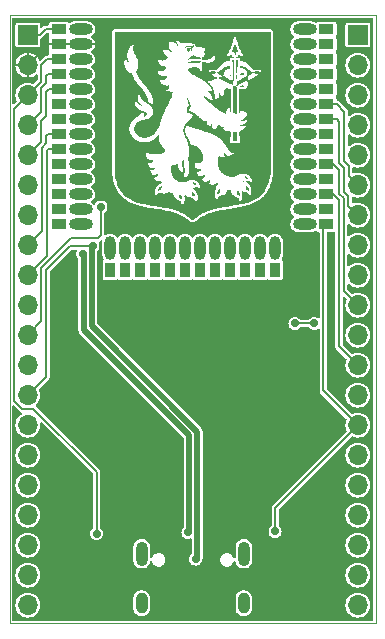
<source format=gbl>
G04 #@! TF.GenerationSoftware,KiCad,Pcbnew,8.0.5-8.0.5-0~ubuntu24.04.1*
G04 #@! TF.CreationDate,2024-09-24T16:48:19+02:00*
G04 #@! TF.ProjectId,ESP32-S2_S3-WROOM_flexypin,45535033-322d-4533-925f-53332d57524f,rev?*
G04 #@! TF.SameCoordinates,Original*
G04 #@! TF.FileFunction,Copper,L2,Bot*
G04 #@! TF.FilePolarity,Positive*
%FSLAX46Y46*%
G04 Gerber Fmt 4.6, Leading zero omitted, Abs format (unit mm)*
G04 Created by KiCad (PCBNEW 8.0.5-8.0.5-0~ubuntu24.04.1) date 2024-09-24 16:48:19*
%MOMM*%
%LPD*%
G01*
G04 APERTURE LIST*
G04 #@! TA.AperFunction,NonConductor*
%ADD10C,0.000000*%
G04 #@! TD*
G04 #@! TA.AperFunction,ComponentPad*
%ADD11R,1.700000X1.700000*%
G04 #@! TD*
G04 #@! TA.AperFunction,ComponentPad*
%ADD12O,1.700000X1.700000*%
G04 #@! TD*
G04 #@! TA.AperFunction,ComponentPad*
%ADD13O,0.950000X2.000000*%
G04 #@! TD*
G04 #@! TA.AperFunction,ComponentPad*
%ADD14R,0.900000X1.300000*%
G04 #@! TD*
G04 #@! TA.AperFunction,ComponentPad*
%ADD15O,2.000000X0.950000*%
G04 #@! TD*
G04 #@! TA.AperFunction,ComponentPad*
%ADD16R,1.300000X0.900000*%
G04 #@! TD*
G04 #@! TA.AperFunction,ComponentPad*
%ADD17O,1.000000X2.100000*%
G04 #@! TD*
G04 #@! TA.AperFunction,ComponentPad*
%ADD18O,1.000000X1.800000*%
G04 #@! TD*
G04 #@! TA.AperFunction,ViaPad*
%ADD19C,0.700000*%
G04 #@! TD*
G04 #@! TA.AperFunction,Conductor*
%ADD20C,0.200000*%
G04 #@! TD*
G04 #@! TA.AperFunction,Conductor*
%ADD21C,0.500000*%
G04 #@! TD*
G04 #@! TA.AperFunction,Profile*
%ADD22C,0.100000*%
G04 #@! TD*
G04 APERTURE END LIST*
D10*
G04 #@! TA.AperFunction,NonConductor*
G36*
X151501742Y-86050140D02*
G01*
X151506264Y-86051920D01*
X151521293Y-86058457D01*
X151542443Y-86068132D01*
X151567484Y-86079946D01*
X151580820Y-86086201D01*
X151593214Y-86091726D01*
X151604742Y-86096531D01*
X151615486Y-86100627D01*
X151625522Y-86104023D01*
X151634930Y-86106730D01*
X151643790Y-86108756D01*
X151648039Y-86109517D01*
X151652180Y-86110112D01*
X151656223Y-86110543D01*
X151660178Y-86110809D01*
X151664055Y-86110913D01*
X151667864Y-86110855D01*
X151671615Y-86110638D01*
X151675318Y-86110261D01*
X151678981Y-86109727D01*
X151682616Y-86109037D01*
X151686233Y-86108192D01*
X151689840Y-86107193D01*
X151697067Y-86104738D01*
X151704376Y-86101682D01*
X151711847Y-86098037D01*
X151734337Y-86086362D01*
X151734337Y-86102535D01*
X151734488Y-86107492D01*
X151734952Y-86112359D01*
X151735741Y-86117159D01*
X151736869Y-86121915D01*
X151738349Y-86126650D01*
X151740197Y-86131389D01*
X151742423Y-86136154D01*
X151745044Y-86140969D01*
X151748071Y-86145858D01*
X151751519Y-86150843D01*
X151755400Y-86155948D01*
X151759730Y-86161196D01*
X151764520Y-86166612D01*
X151769786Y-86172217D01*
X151775540Y-86178036D01*
X151781795Y-86184093D01*
X151814836Y-86215412D01*
X151808718Y-86644500D01*
X151803732Y-87146642D01*
X151800284Y-87751352D01*
X151797935Y-88429082D01*
X151688067Y-88428057D01*
X151643023Y-88427304D01*
X151601631Y-88426052D01*
X151583737Y-88425292D01*
X151568474Y-88424471D01*
X151556416Y-88423611D01*
X151548136Y-88422732D01*
X151518072Y-88418499D01*
X151515162Y-87709118D01*
X151508275Y-86743757D01*
X151503535Y-86376980D01*
X151498560Y-86146125D01*
X151497995Y-86126724D01*
X151497637Y-86108622D01*
X151497480Y-86092216D01*
X151497522Y-86077904D01*
X151497758Y-86066081D01*
X151498183Y-86057144D01*
X151498465Y-86053883D01*
X151498794Y-86051491D01*
X151499167Y-86050020D01*
X151499370Y-86049645D01*
X151499585Y-86049519D01*
X151501742Y-86050140D01*
G37*
G04 #@! TD.AperFunction*
G04 #@! TA.AperFunction,NonConductor*
G36*
X151870233Y-84036569D02*
G01*
X151844172Y-84921898D01*
X151842882Y-84966844D01*
X151817846Y-84970416D01*
X151812950Y-84971242D01*
X151808095Y-84972314D01*
X151803295Y-84973622D01*
X151798568Y-84975158D01*
X151793927Y-84976913D01*
X151789387Y-84978877D01*
X151784965Y-84981043D01*
X151780676Y-84983401D01*
X151776534Y-84985942D01*
X151772555Y-84988658D01*
X151768754Y-84991539D01*
X151765146Y-84994577D01*
X151761748Y-84997763D01*
X151758573Y-85001088D01*
X151755638Y-85004543D01*
X151752957Y-85008119D01*
X151751679Y-85009199D01*
X151750541Y-85008223D01*
X151748659Y-84997965D01*
X151746234Y-84929219D01*
X151745161Y-84767599D01*
X151744920Y-84478820D01*
X151744920Y-83938078D01*
X151772734Y-83935002D01*
X151785400Y-83933676D01*
X151799350Y-83932335D01*
X151812890Y-83931137D01*
X151824328Y-83930239D01*
X151860906Y-83927627D01*
X151873640Y-83926701D01*
X151870233Y-84036569D01*
G37*
G04 #@! TD.AperFunction*
G04 #@! TA.AperFunction,NonConductor*
G36*
X148438596Y-83960803D02*
G01*
X148489871Y-83963045D01*
X148541536Y-83966523D01*
X148593439Y-83971233D01*
X148645426Y-83977170D01*
X148676647Y-83981286D01*
X148705896Y-83985510D01*
X148732468Y-83989713D01*
X148755657Y-83993764D01*
X148774760Y-83997533D01*
X148782559Y-83999271D01*
X148789072Y-84000889D01*
X148794212Y-84002372D01*
X148797889Y-84003703D01*
X148799151Y-84004307D01*
X148800016Y-84004866D01*
X148800470Y-84005379D01*
X148800504Y-84005844D01*
X148798932Y-84007960D01*
X148795303Y-84011894D01*
X148782819Y-84024337D01*
X148764939Y-84041425D01*
X148743553Y-84061411D01*
X148697813Y-84103080D01*
X148677236Y-84121267D01*
X148660705Y-84135358D01*
X148627004Y-84163139D01*
X148585927Y-84156657D01*
X148551499Y-84151684D01*
X148516092Y-84147480D01*
X148479912Y-84144040D01*
X148443164Y-84141361D01*
X148406053Y-84139438D01*
X148368785Y-84138267D01*
X148294596Y-84138169D01*
X148258087Y-84139233D01*
X148222240Y-84141035D01*
X148187262Y-84143570D01*
X148153358Y-84146834D01*
X148120733Y-84150824D01*
X148089593Y-84155535D01*
X148060141Y-84160965D01*
X148032584Y-84167108D01*
X148006392Y-84173191D01*
X147981100Y-84178379D01*
X147956678Y-84182671D01*
X147933097Y-84186066D01*
X147910327Y-84188564D01*
X147888337Y-84190163D01*
X147867099Y-84190862D01*
X147846582Y-84190660D01*
X147826757Y-84189556D01*
X147807593Y-84187549D01*
X147789061Y-84184639D01*
X147771131Y-84180823D01*
X147753772Y-84176102D01*
X147736956Y-84170473D01*
X147720653Y-84163937D01*
X147704832Y-84156491D01*
X147698872Y-84153419D01*
X147693646Y-84150590D01*
X147691305Y-84149256D01*
X147689143Y-84147970D01*
X147687157Y-84146727D01*
X147685347Y-84145523D01*
X147683712Y-84144354D01*
X147682248Y-84143215D01*
X147680955Y-84142101D01*
X147679832Y-84141008D01*
X147678876Y-84139933D01*
X147678086Y-84138870D01*
X147677460Y-84137815D01*
X147676997Y-84136763D01*
X147676695Y-84135711D01*
X147676553Y-84134654D01*
X147676568Y-84133587D01*
X147676740Y-84132506D01*
X147677067Y-84131406D01*
X147677547Y-84130284D01*
X147678178Y-84129135D01*
X147678959Y-84127953D01*
X147679888Y-84126736D01*
X147680964Y-84125479D01*
X147682186Y-84124176D01*
X147683550Y-84122825D01*
X147685057Y-84121419D01*
X147686704Y-84119956D01*
X147690412Y-84116837D01*
X147708084Y-84103901D01*
X147729224Y-84091075D01*
X147753566Y-84078432D01*
X147780843Y-84066047D01*
X147810791Y-84053993D01*
X147843143Y-84042344D01*
X147877633Y-84031173D01*
X147913997Y-84020553D01*
X147951968Y-84010560D01*
X147991281Y-84001265D01*
X148031669Y-83992743D01*
X148072868Y-83985068D01*
X148114611Y-83978313D01*
X148156632Y-83972551D01*
X148198666Y-83967857D01*
X148240448Y-83964304D01*
X148288636Y-83961549D01*
X148337826Y-83960050D01*
X148387863Y-83959803D01*
X148438596Y-83960803D01*
G37*
G04 #@! TD.AperFunction*
G04 #@! TA.AperFunction,NonConductor*
G36*
X148183574Y-83510879D02*
G01*
X148193301Y-83511509D01*
X148202965Y-83512593D01*
X148212621Y-83514141D01*
X148222322Y-83516162D01*
X148232122Y-83518667D01*
X148242076Y-83521665D01*
X148252238Y-83525167D01*
X148262661Y-83529183D01*
X148273401Y-83533722D01*
X148284510Y-83538795D01*
X148296044Y-83544411D01*
X148343713Y-83567108D01*
X148393259Y-83588518D01*
X148443906Y-83608378D01*
X148494878Y-83626427D01*
X148545396Y-83642404D01*
X148594685Y-83656046D01*
X148641968Y-83667092D01*
X148664615Y-83671560D01*
X148686469Y-83675280D01*
X148689034Y-83676111D01*
X148692100Y-83677844D01*
X148695623Y-83680418D01*
X148699563Y-83683773D01*
X148708519Y-83692579D01*
X148718628Y-83703776D01*
X148729552Y-83716876D01*
X148740949Y-83731392D01*
X148752482Y-83746837D01*
X148763810Y-83762725D01*
X148774594Y-83778568D01*
X148784494Y-83793878D01*
X148793171Y-83808170D01*
X148800285Y-83820955D01*
X148805497Y-83831747D01*
X148807284Y-83836243D01*
X148808467Y-83840059D01*
X148809006Y-83843132D01*
X148808856Y-83845403D01*
X148807977Y-83846810D01*
X148806325Y-83847292D01*
X148767621Y-83843448D01*
X148683129Y-83834196D01*
X148589604Y-83824269D01*
X148500873Y-83815974D01*
X148416807Y-83809315D01*
X148337279Y-83804298D01*
X148262164Y-83800927D01*
X148191332Y-83799207D01*
X148124659Y-83799144D01*
X148062015Y-83800742D01*
X148003275Y-83804007D01*
X147948311Y-83808944D01*
X147896996Y-83815557D01*
X147849203Y-83823852D01*
X147804805Y-83833834D01*
X147763675Y-83845507D01*
X147725685Y-83858877D01*
X147690709Y-83873949D01*
X147673376Y-83882100D01*
X147658848Y-83888778D01*
X147653110Y-83891349D01*
X147648642Y-83893292D01*
X147645634Y-83894522D01*
X147644737Y-83894842D01*
X147644275Y-83894951D01*
X147643918Y-83894831D01*
X147643725Y-83894478D01*
X147643809Y-83893104D01*
X147644490Y-83890894D01*
X147645730Y-83887913D01*
X147649735Y-83879897D01*
X147655520Y-83869580D01*
X147662781Y-83857480D01*
X147671213Y-83844121D01*
X147680514Y-83830023D01*
X147690379Y-83815708D01*
X147710579Y-83788752D01*
X147732817Y-83762160D01*
X147756869Y-83736085D01*
X147782508Y-83710682D01*
X147809511Y-83686104D01*
X147837651Y-83662504D01*
X147866704Y-83640038D01*
X147896444Y-83618858D01*
X147926647Y-83599118D01*
X147957087Y-83580972D01*
X147987539Y-83564574D01*
X148017778Y-83550078D01*
X148047578Y-83537636D01*
X148076716Y-83527404D01*
X148104965Y-83519535D01*
X148132101Y-83514182D01*
X148142954Y-83512694D01*
X148153474Y-83511610D01*
X148163715Y-83510939D01*
X148173730Y-83510692D01*
X148183574Y-83510879D01*
G37*
G04 #@! TD.AperFunction*
G04 #@! TA.AperFunction,NonConductor*
G36*
X151890627Y-94973121D02*
G01*
X151893054Y-94973585D01*
X151895592Y-94974356D01*
X151898247Y-94975438D01*
X151901028Y-94976833D01*
X151903943Y-94978544D01*
X151906998Y-94980573D01*
X151910202Y-94982924D01*
X151913562Y-94985599D01*
X151920783Y-94991931D01*
X151928720Y-94999592D01*
X151937435Y-95008604D01*
X151946990Y-95018988D01*
X151957446Y-95030766D01*
X151973770Y-95050014D01*
X151988835Y-95069037D01*
X152002675Y-95087927D01*
X152015328Y-95106776D01*
X152026828Y-95125676D01*
X152037213Y-95144718D01*
X152046519Y-95163996D01*
X152054780Y-95183601D01*
X152062034Y-95203624D01*
X152068316Y-95224159D01*
X152073662Y-95245296D01*
X152078109Y-95267129D01*
X152081692Y-95289748D01*
X152084448Y-95313247D01*
X152086412Y-95337716D01*
X152087621Y-95363249D01*
X152090334Y-95447286D01*
X152055739Y-95418844D01*
X152046240Y-95411151D01*
X152037012Y-95403936D01*
X152027993Y-95397166D01*
X152019122Y-95390807D01*
X152010338Y-95384824D01*
X152001579Y-95379184D01*
X151992783Y-95373853D01*
X151983888Y-95368796D01*
X151974834Y-95363981D01*
X151965559Y-95359374D01*
X151956001Y-95354939D01*
X151946099Y-95350644D01*
X151935791Y-95346454D01*
X151925016Y-95342335D01*
X151901817Y-95334178D01*
X151878317Y-95326309D01*
X151868909Y-95322858D01*
X151860910Y-95319420D01*
X151854205Y-95315762D01*
X151851302Y-95313778D01*
X151848680Y-95311652D01*
X151846324Y-95309355D01*
X151844220Y-95306858D01*
X151842354Y-95304131D01*
X151840711Y-95301146D01*
X151839278Y-95297874D01*
X151838040Y-95294285D01*
X151836982Y-95290350D01*
X151836090Y-95286041D01*
X151834749Y-95276184D01*
X151833901Y-95264479D01*
X151833432Y-95250695D01*
X151833229Y-95234600D01*
X151833158Y-95194544D01*
X151833219Y-95176727D01*
X151833471Y-95160011D01*
X151833926Y-95144316D01*
X151834597Y-95129564D01*
X151835497Y-95115676D01*
X151836636Y-95102573D01*
X151838029Y-95090177D01*
X151839686Y-95078408D01*
X151841620Y-95067188D01*
X151843844Y-95056437D01*
X151846369Y-95046078D01*
X151849208Y-95036032D01*
X151852374Y-95026219D01*
X151855878Y-95016561D01*
X151859732Y-95006980D01*
X151863950Y-94997395D01*
X151867324Y-94990553D01*
X151869024Y-94987539D01*
X151870742Y-94984799D01*
X151872487Y-94982337D01*
X151874265Y-94980155D01*
X151876085Y-94978257D01*
X151877954Y-94976644D01*
X151879879Y-94975319D01*
X151881869Y-94974286D01*
X151883931Y-94973547D01*
X151886073Y-94973105D01*
X151888303Y-94972962D01*
X151890627Y-94973121D01*
G37*
G04 #@! TD.AperFunction*
G04 #@! TA.AperFunction,NonConductor*
G36*
X152595212Y-94528372D02*
G01*
X152597681Y-94528729D01*
X152600316Y-94529349D01*
X152606082Y-94531374D01*
X152612504Y-94534443D01*
X152619574Y-94538550D01*
X152627285Y-94543693D01*
X152635630Y-94549866D01*
X152644602Y-94557065D01*
X152654193Y-94565286D01*
X152664397Y-94574523D01*
X152675206Y-94584773D01*
X152686613Y-94596031D01*
X152698610Y-94608293D01*
X152714779Y-94625587D01*
X152729821Y-94642753D01*
X152743771Y-94659864D01*
X152756665Y-94676996D01*
X152768537Y-94694221D01*
X152779422Y-94711614D01*
X152789355Y-94729247D01*
X152798371Y-94747196D01*
X152806504Y-94765533D01*
X152813789Y-94784333D01*
X152820262Y-94803669D01*
X152825956Y-94823616D01*
X152830908Y-94844246D01*
X152835151Y-94865633D01*
X152838720Y-94887853D01*
X152841651Y-94910977D01*
X152844115Y-94933814D01*
X152844974Y-94942979D01*
X152845535Y-94950729D01*
X152845692Y-94954093D01*
X152845761Y-94957128D01*
X152845737Y-94959841D01*
X152845617Y-94962240D01*
X152845394Y-94964335D01*
X152845065Y-94966132D01*
X152844625Y-94967640D01*
X152844070Y-94968867D01*
X152843394Y-94969821D01*
X152843010Y-94970198D01*
X152842594Y-94970510D01*
X152842146Y-94970758D01*
X152841665Y-94970942D01*
X152840602Y-94971126D01*
X152839400Y-94971069D01*
X152838056Y-94970780D01*
X152836565Y-94970266D01*
X152834921Y-94969536D01*
X152833121Y-94968598D01*
X152831160Y-94967460D01*
X152826736Y-94964615D01*
X152821613Y-94961068D01*
X152815755Y-94956882D01*
X152805552Y-94949847D01*
X152794834Y-94943030D01*
X152783653Y-94936450D01*
X152772057Y-94930126D01*
X152760099Y-94924079D01*
X152747829Y-94918326D01*
X152735297Y-94912889D01*
X152722555Y-94907785D01*
X152709654Y-94903035D01*
X152696643Y-94898658D01*
X152683575Y-94894673D01*
X152670499Y-94891100D01*
X152657466Y-94887957D01*
X152644528Y-94885265D01*
X152631734Y-94883043D01*
X152619137Y-94881310D01*
X152614557Y-94880749D01*
X152610468Y-94880193D01*
X152606831Y-94879619D01*
X152603608Y-94879006D01*
X152602141Y-94878678D01*
X152600762Y-94878332D01*
X152599469Y-94877965D01*
X152598255Y-94877574D01*
X152597116Y-94877158D01*
X152596048Y-94876713D01*
X152595046Y-94876236D01*
X152594105Y-94875724D01*
X152593220Y-94875176D01*
X152592386Y-94874588D01*
X152591600Y-94873957D01*
X152590855Y-94873281D01*
X152590148Y-94872556D01*
X152589473Y-94871782D01*
X152588827Y-94870953D01*
X152588203Y-94870068D01*
X152587599Y-94869125D01*
X152587007Y-94868119D01*
X152585847Y-94865913D01*
X152584685Y-94863427D01*
X152583483Y-94860639D01*
X152578249Y-94845859D01*
X152573686Y-94828454D01*
X152569795Y-94808826D01*
X152566580Y-94787379D01*
X152564043Y-94764517D01*
X152562186Y-94740644D01*
X152561012Y-94716162D01*
X152560523Y-94691476D01*
X152560721Y-94666988D01*
X152561609Y-94643103D01*
X152563190Y-94620223D01*
X152565466Y-94598753D01*
X152568439Y-94579096D01*
X152572112Y-94561655D01*
X152576486Y-94546834D01*
X152581566Y-94535037D01*
X152582670Y-94533273D01*
X152583947Y-94531776D01*
X152585398Y-94530546D01*
X152587021Y-94529582D01*
X152588814Y-94528883D01*
X152590778Y-94528448D01*
X152592911Y-94528279D01*
X152595212Y-94528372D01*
G37*
G04 #@! TD.AperFunction*
G04 #@! TA.AperFunction,NonConductor*
G36*
X148143412Y-82621643D02*
G01*
X148152536Y-82635918D01*
X148160337Y-82649910D01*
X148166838Y-82663598D01*
X148172065Y-82676961D01*
X148176042Y-82689977D01*
X148178795Y-82702624D01*
X148180347Y-82714881D01*
X148180725Y-82726727D01*
X148179951Y-82738140D01*
X148178053Y-82749098D01*
X148175053Y-82759580D01*
X148170977Y-82769564D01*
X148165850Y-82779029D01*
X148159696Y-82787954D01*
X148152540Y-82796316D01*
X148144408Y-82804094D01*
X148135323Y-82811267D01*
X148125311Y-82817814D01*
X148114397Y-82823712D01*
X148102604Y-82828940D01*
X148089959Y-82833477D01*
X148076485Y-82837300D01*
X148062208Y-82840390D01*
X148047152Y-82842723D01*
X148031343Y-82844279D01*
X148014804Y-82845035D01*
X147997561Y-82844972D01*
X147979638Y-82844066D01*
X147961061Y-82842296D01*
X147941854Y-82839641D01*
X147922042Y-82836080D01*
X147901649Y-82831590D01*
X147858673Y-82822315D01*
X147816554Y-82815254D01*
X147775448Y-82810376D01*
X147735509Y-82807650D01*
X147696894Y-82807046D01*
X147678131Y-82807529D01*
X147659757Y-82808531D01*
X147641791Y-82810047D01*
X147624254Y-82812075D01*
X147607164Y-82814609D01*
X147590540Y-82817646D01*
X147574403Y-82821182D01*
X147558771Y-82825214D01*
X147543665Y-82829737D01*
X147529103Y-82834747D01*
X147515105Y-82840241D01*
X147501690Y-82846214D01*
X147488878Y-82852663D01*
X147476689Y-82859584D01*
X147465141Y-82866973D01*
X147454254Y-82874826D01*
X147444047Y-82883139D01*
X147434540Y-82891908D01*
X147425753Y-82901130D01*
X147417704Y-82910800D01*
X147410414Y-82920915D01*
X147403901Y-82931471D01*
X147387365Y-82960608D01*
X147390176Y-82913942D01*
X147391565Y-82898621D01*
X147393845Y-82883919D01*
X147397013Y-82869837D01*
X147401065Y-82856377D01*
X147405997Y-82843539D01*
X147411806Y-82831326D01*
X147418488Y-82819739D01*
X147426041Y-82808779D01*
X147434460Y-82798447D01*
X147443741Y-82788744D01*
X147453882Y-82779673D01*
X147464879Y-82771234D01*
X147476728Y-82763428D01*
X147489426Y-82756258D01*
X147502969Y-82749724D01*
X147517354Y-82743827D01*
X147548635Y-82733953D01*
X147583240Y-82726645D01*
X147621142Y-82721915D01*
X147662313Y-82719772D01*
X147706724Y-82720229D01*
X147754347Y-82723295D01*
X147805154Y-82728982D01*
X147859117Y-82737299D01*
X147894220Y-82742857D01*
X147910746Y-82745051D01*
X147926598Y-82746851D01*
X147941784Y-82748253D01*
X147956312Y-82749253D01*
X147970191Y-82749849D01*
X147983429Y-82750037D01*
X147996032Y-82749814D01*
X148008010Y-82749177D01*
X148019369Y-82748121D01*
X148030119Y-82746645D01*
X148040267Y-82744744D01*
X148049821Y-82742415D01*
X148058789Y-82739655D01*
X148067179Y-82736460D01*
X148074998Y-82732828D01*
X148082256Y-82728754D01*
X148088959Y-82724236D01*
X148095116Y-82719270D01*
X148100735Y-82713853D01*
X148105823Y-82707981D01*
X148110389Y-82701651D01*
X148114441Y-82694860D01*
X148117986Y-82687605D01*
X148121033Y-82679881D01*
X148123589Y-82671687D01*
X148125662Y-82663018D01*
X148127261Y-82653871D01*
X148128393Y-82644242D01*
X148129067Y-82634129D01*
X148129289Y-82623529D01*
X148129289Y-82600808D01*
X148143412Y-82621643D01*
G37*
G04 #@! TD.AperFunction*
G04 #@! TA.AperFunction,NonConductor*
G36*
X152260692Y-86020746D02*
G01*
X152274061Y-86023467D01*
X152288761Y-86027317D01*
X152304492Y-86032152D01*
X152320949Y-86037826D01*
X152337831Y-86044193D01*
X152354833Y-86051109D01*
X152371654Y-86058428D01*
X152387990Y-86066006D01*
X152403539Y-86073697D01*
X152417997Y-86081355D01*
X152431062Y-86088837D01*
X152442430Y-86095997D01*
X152451800Y-86102689D01*
X152458867Y-86108768D01*
X152461443Y-86111533D01*
X152463330Y-86114090D01*
X152464490Y-86116422D01*
X152464885Y-86118509D01*
X152464754Y-86119235D01*
X152464368Y-86120041D01*
X152462857Y-86121877D01*
X152460408Y-86123991D01*
X152457078Y-86126354D01*
X152452925Y-86128940D01*
X152448005Y-86131722D01*
X152436094Y-86137762D01*
X152421802Y-86144256D01*
X152405585Y-86150986D01*
X152387901Y-86157734D01*
X152369204Y-86164282D01*
X152352033Y-86169037D01*
X152332332Y-86172802D01*
X152310682Y-86175620D01*
X152287660Y-86177532D01*
X152263846Y-86178583D01*
X152239820Y-86178815D01*
X152216161Y-86178271D01*
X152193447Y-86176994D01*
X152172257Y-86175027D01*
X152153172Y-86172412D01*
X152136769Y-86169193D01*
X152123629Y-86165412D01*
X152118463Y-86163324D01*
X152114329Y-86161112D01*
X152111301Y-86158781D01*
X152109451Y-86156337D01*
X152108850Y-86153784D01*
X152109571Y-86151128D01*
X152111687Y-86148375D01*
X152115270Y-86145530D01*
X152121928Y-86140981D01*
X152128570Y-86136213D01*
X152135182Y-86131240D01*
X152141748Y-86126076D01*
X152148252Y-86120736D01*
X152154680Y-86115234D01*
X152161016Y-86109585D01*
X152167245Y-86103804D01*
X152173351Y-86097904D01*
X152179320Y-86091901D01*
X152185135Y-86085808D01*
X152190782Y-86079640D01*
X152196246Y-86073413D01*
X152201510Y-86067139D01*
X152206560Y-86060834D01*
X152211381Y-86054513D01*
X152239161Y-86017140D01*
X152260692Y-86020746D01*
G37*
G04 #@! TD.AperFunction*
G04 #@! TA.AperFunction,NonConductor*
G36*
X146997806Y-95252066D02*
G01*
X146999103Y-95252328D01*
X147000477Y-95252760D01*
X147001937Y-95253361D01*
X147003491Y-95254129D01*
X147005149Y-95255064D01*
X147006919Y-95256164D01*
X147010829Y-95258853D01*
X147015290Y-95262186D01*
X147026142Y-95270744D01*
X147044862Y-95286698D01*
X147062721Y-95303973D01*
X147079683Y-95322489D01*
X147095709Y-95342167D01*
X147110763Y-95362928D01*
X147124806Y-95384693D01*
X147137801Y-95407382D01*
X147149711Y-95430916D01*
X147160498Y-95455216D01*
X147170123Y-95480203D01*
X147178551Y-95505796D01*
X147185742Y-95531918D01*
X147191660Y-95558489D01*
X147196266Y-95585430D01*
X147199524Y-95612660D01*
X147201396Y-95640102D01*
X147202632Y-95670933D01*
X147202974Y-95683259D01*
X147203055Y-95693640D01*
X147202979Y-95698128D01*
X147202816Y-95702162D01*
X147202560Y-95705754D01*
X147202202Y-95708913D01*
X147201735Y-95711650D01*
X147201152Y-95713977D01*
X147200446Y-95715905D01*
X147199610Y-95717443D01*
X147199141Y-95718069D01*
X147198636Y-95718603D01*
X147198095Y-95719044D01*
X147197517Y-95719395D01*
X147196902Y-95719657D01*
X147196247Y-95719831D01*
X147195552Y-95719918D01*
X147194817Y-95719920D01*
X147193220Y-95719675D01*
X147191450Y-95719106D01*
X147189499Y-95718222D01*
X147187360Y-95717036D01*
X147185025Y-95715559D01*
X147182487Y-95713800D01*
X147176775Y-95709482D01*
X147170166Y-95704168D01*
X147162601Y-95697946D01*
X147152303Y-95689864D01*
X147140937Y-95681686D01*
X147128679Y-95673496D01*
X147115707Y-95665381D01*
X147102199Y-95657426D01*
X147088332Y-95649715D01*
X147074282Y-95642334D01*
X147060228Y-95635368D01*
X147046346Y-95628902D01*
X147032814Y-95623023D01*
X147019809Y-95617813D01*
X147007508Y-95613360D01*
X146996089Y-95609748D01*
X146985729Y-95607063D01*
X146976604Y-95605389D01*
X146968893Y-95604812D01*
X146965470Y-95604125D01*
X146962305Y-95602109D01*
X146959396Y-95598837D01*
X146956742Y-95594380D01*
X146952188Y-95582195D01*
X146948629Y-95566125D01*
X146946049Y-95546741D01*
X146944433Y-95524613D01*
X146943764Y-95500311D01*
X146944027Y-95474406D01*
X146945206Y-95447469D01*
X146947287Y-95420069D01*
X146950253Y-95392779D01*
X146954090Y-95366167D01*
X146958780Y-95340804D01*
X146964310Y-95317262D01*
X146970662Y-95296110D01*
X146977823Y-95277920D01*
X146980513Y-95272069D01*
X146982924Y-95266987D01*
X146985126Y-95262664D01*
X146986170Y-95260783D01*
X146987187Y-95259088D01*
X146988186Y-95257577D01*
X146989176Y-95256250D01*
X146990166Y-95255104D01*
X146991164Y-95254139D01*
X146992179Y-95253353D01*
X146993219Y-95252745D01*
X146994293Y-95252313D01*
X146995410Y-95252057D01*
X146996578Y-95251975D01*
X146997806Y-95252066D01*
G37*
G04 #@! TD.AperFunction*
G04 #@! TA.AperFunction,NonConductor*
G36*
X147795060Y-82873495D02*
G01*
X147818748Y-82874597D01*
X147842290Y-82876587D01*
X147865464Y-82879424D01*
X147888044Y-82883068D01*
X147909805Y-82887478D01*
X147930524Y-82892613D01*
X147949976Y-82898433D01*
X147967937Y-82904895D01*
X147984182Y-82911961D01*
X147998487Y-82919588D01*
X148004842Y-82923600D01*
X148010628Y-82927737D01*
X148015817Y-82931994D01*
X148020380Y-82936365D01*
X148023966Y-82940547D01*
X148027149Y-82945162D01*
X148029936Y-82950188D01*
X148032331Y-82955601D01*
X148034341Y-82961378D01*
X148035972Y-82967493D01*
X148037229Y-82973925D01*
X148038118Y-82980648D01*
X148038815Y-82994877D01*
X148038110Y-83009990D01*
X148036048Y-83025798D01*
X148032675Y-83042112D01*
X148028039Y-83058741D01*
X148022184Y-83075497D01*
X148015157Y-83092189D01*
X148007005Y-83108629D01*
X147997772Y-83124627D01*
X147987506Y-83139994D01*
X147976252Y-83154539D01*
X147964057Y-83168074D01*
X147960313Y-83171663D01*
X147955774Y-83175604D01*
X147950565Y-83179816D01*
X147944813Y-83184219D01*
X147938643Y-83188733D01*
X147932179Y-83193276D01*
X147918875Y-83202131D01*
X147912286Y-83206281D01*
X147905905Y-83210139D01*
X147899858Y-83213625D01*
X147894271Y-83216657D01*
X147889269Y-83219156D01*
X147884977Y-83221040D01*
X147881521Y-83222230D01*
X147880146Y-83222539D01*
X147879027Y-83222644D01*
X147878909Y-83222601D01*
X147878827Y-83222473D01*
X147878770Y-83221969D01*
X147878849Y-83221151D01*
X147879060Y-83220035D01*
X147879854Y-83216976D01*
X147881106Y-83212929D01*
X147882772Y-83208030D01*
X147884808Y-83202413D01*
X147887168Y-83196215D01*
X147889808Y-83189572D01*
X147894298Y-83177397D01*
X147898093Y-83164800D01*
X147901196Y-83151823D01*
X147903609Y-83138506D01*
X147905333Y-83124892D01*
X147906372Y-83111021D01*
X147906726Y-83096935D01*
X147906399Y-83082676D01*
X147905391Y-83068284D01*
X147903705Y-83053802D01*
X147901342Y-83039270D01*
X147898306Y-83024730D01*
X147894597Y-83010224D01*
X147890218Y-82995793D01*
X147885170Y-82981478D01*
X147879457Y-82967322D01*
X147867716Y-82940069D01*
X147861101Y-82986008D01*
X147859571Y-82995175D01*
X147857611Y-83004564D01*
X147855244Y-83014142D01*
X147852491Y-83023874D01*
X147849375Y-83033728D01*
X147845916Y-83043670D01*
X147838061Y-83063682D01*
X147829100Y-83083641D01*
X147819207Y-83103277D01*
X147808559Y-83122321D01*
X147797328Y-83140504D01*
X147785691Y-83157556D01*
X147773822Y-83173209D01*
X147767854Y-83180426D01*
X147761895Y-83187192D01*
X147755964Y-83193473D01*
X147750085Y-83199237D01*
X147744278Y-83204448D01*
X147738567Y-83209074D01*
X147732971Y-83213080D01*
X147727515Y-83216433D01*
X147722219Y-83219100D01*
X147717105Y-83221047D01*
X147712195Y-83222239D01*
X147707510Y-83222644D01*
X147704673Y-83222456D01*
X147701634Y-83221898D01*
X147698407Y-83220987D01*
X147695006Y-83219735D01*
X147687741Y-83216266D01*
X147679951Y-83211603D01*
X147671749Y-83205859D01*
X147663250Y-83199145D01*
X147654565Y-83191573D01*
X147645809Y-83183255D01*
X147637094Y-83174302D01*
X147628534Y-83164828D01*
X147620241Y-83154944D01*
X147612330Y-83144761D01*
X147604913Y-83134392D01*
X147598104Y-83123948D01*
X147592016Y-83113541D01*
X147586761Y-83103284D01*
X147575516Y-83077986D01*
X147570763Y-83066010D01*
X147566594Y-83054474D01*
X147563014Y-83043369D01*
X147560027Y-83032689D01*
X147557636Y-83022424D01*
X147555845Y-83012568D01*
X147554660Y-83003113D01*
X147554082Y-82994051D01*
X147554118Y-82985375D01*
X147554769Y-82977077D01*
X147556041Y-82969150D01*
X147557937Y-82961586D01*
X147560462Y-82954377D01*
X147563619Y-82947515D01*
X147567412Y-82940993D01*
X147571845Y-82934804D01*
X147576922Y-82928940D01*
X147582647Y-82923392D01*
X147589025Y-82918155D01*
X147596058Y-82913219D01*
X147603751Y-82908577D01*
X147612109Y-82904222D01*
X147621134Y-82900146D01*
X147630831Y-82896341D01*
X147641204Y-82892800D01*
X147652256Y-82889516D01*
X147663993Y-82886479D01*
X147676417Y-82883684D01*
X147703344Y-82878785D01*
X147725369Y-82875926D01*
X147748146Y-82874119D01*
X147771451Y-82873322D01*
X147795060Y-82873495D01*
G37*
G04 #@! TD.AperFunction*
G04 #@! TA.AperFunction,NonConductor*
G36*
X152484033Y-93733779D02*
G01*
X152502062Y-93737436D01*
X152519851Y-93741812D01*
X152537405Y-93746910D01*
X152554730Y-93752732D01*
X152571832Y-93759283D01*
X152588716Y-93766565D01*
X152605387Y-93774581D01*
X152621852Y-93783335D01*
X152638116Y-93792829D01*
X152654184Y-93803067D01*
X152670062Y-93814052D01*
X152685756Y-93825787D01*
X152701270Y-93838276D01*
X152716612Y-93851521D01*
X152731786Y-93865525D01*
X152746797Y-93880293D01*
X152764995Y-93898874D01*
X152772196Y-93906417D01*
X152778154Y-93912901D01*
X152782888Y-93918408D01*
X152784801Y-93920819D01*
X152786415Y-93923015D01*
X152787730Y-93925007D01*
X152788750Y-93926805D01*
X152789477Y-93928418D01*
X152789913Y-93929856D01*
X152790059Y-93931129D01*
X152789919Y-93932248D01*
X152789494Y-93933222D01*
X152788786Y-93934062D01*
X152787798Y-93934777D01*
X152786531Y-93935378D01*
X152784989Y-93935873D01*
X152783172Y-93936275D01*
X152781084Y-93936591D01*
X152778726Y-93936833D01*
X152773209Y-93937133D01*
X152766639Y-93937254D01*
X152759034Y-93937277D01*
X152751358Y-93937403D01*
X152743358Y-93937776D01*
X152735079Y-93938386D01*
X152726570Y-93939224D01*
X152709053Y-93941546D01*
X152691186Y-93944668D01*
X152673349Y-93948516D01*
X152655925Y-93953015D01*
X152647486Y-93955486D01*
X152639292Y-93958091D01*
X152631392Y-93960822D01*
X152623832Y-93963670D01*
X152618197Y-93965860D01*
X152612903Y-93967841D01*
X152608070Y-93969575D01*
X152603815Y-93971023D01*
X152600259Y-93972148D01*
X152598779Y-93972577D01*
X152597518Y-93972910D01*
X152596491Y-93973143D01*
X152595712Y-93973272D01*
X152595197Y-93973290D01*
X152595043Y-93973257D01*
X152594960Y-93973194D01*
X152594575Y-93972243D01*
X152593843Y-93970102D01*
X152591508Y-93962796D01*
X152584510Y-93939922D01*
X152581002Y-93928809D01*
X152577118Y-93917676D01*
X152572842Y-93906497D01*
X152568160Y-93895247D01*
X152563057Y-93883897D01*
X152557518Y-93872423D01*
X152551529Y-93860797D01*
X152545074Y-93848993D01*
X152538139Y-93836985D01*
X152530708Y-93824746D01*
X152522768Y-93812250D01*
X152514304Y-93799471D01*
X152495742Y-93772956D01*
X152474905Y-93744991D01*
X152463463Y-93730042D01*
X152484033Y-93733779D01*
G37*
G04 #@! TD.AperFunction*
G04 #@! TA.AperFunction,NonConductor*
G36*
X148056390Y-95051785D02*
G01*
X148058842Y-95052205D01*
X148061449Y-95052915D01*
X148064220Y-95053919D01*
X148067162Y-95055220D01*
X148073594Y-95058733D01*
X148080812Y-95063484D01*
X148088879Y-95069506D01*
X148097863Y-95076829D01*
X148107829Y-95085485D01*
X148118841Y-95095506D01*
X148130967Y-95106922D01*
X148144272Y-95119766D01*
X148161581Y-95137205D01*
X148177747Y-95154683D01*
X148192797Y-95172256D01*
X148206760Y-95189982D01*
X148219662Y-95207916D01*
X148231533Y-95226115D01*
X148242398Y-95244636D01*
X148252288Y-95263534D01*
X148261228Y-95282866D01*
X148269248Y-95302689D01*
X148276374Y-95323058D01*
X148282635Y-95344031D01*
X148288059Y-95365664D01*
X148292673Y-95388012D01*
X148296505Y-95411133D01*
X148299582Y-95435083D01*
X148300884Y-95447003D01*
X148301958Y-95457465D01*
X148302779Y-95466529D01*
X148303322Y-95474255D01*
X148303481Y-95477636D01*
X148303562Y-95480705D01*
X148303561Y-95483470D01*
X148303474Y-95485939D01*
X148303300Y-95488118D01*
X148303034Y-95490016D01*
X148302674Y-95491640D01*
X148302216Y-95492998D01*
X148301657Y-95494097D01*
X148301339Y-95494551D01*
X148300995Y-95494944D01*
X148300624Y-95495276D01*
X148300225Y-95495548D01*
X148299800Y-95495761D01*
X148299346Y-95495916D01*
X148298864Y-95496014D01*
X148298354Y-95496055D01*
X148297245Y-95495973D01*
X148296017Y-95495678D01*
X148294666Y-95495177D01*
X148293190Y-95494477D01*
X148291585Y-95493587D01*
X148289848Y-95492513D01*
X148287976Y-95491263D01*
X148283815Y-95488267D01*
X148279077Y-95484659D01*
X148269778Y-95477751D01*
X148260052Y-95471073D01*
X148249921Y-95464634D01*
X148239405Y-95458442D01*
X148228527Y-95452508D01*
X148217307Y-95446838D01*
X148205766Y-95441443D01*
X148193926Y-95436331D01*
X148181809Y-95431512D01*
X148169434Y-95426993D01*
X148156825Y-95422785D01*
X148144001Y-95418896D01*
X148130985Y-95415334D01*
X148117797Y-95412110D01*
X148104458Y-95409231D01*
X148090991Y-95406707D01*
X148086631Y-95405916D01*
X148082349Y-95405076D01*
X148078169Y-95404194D01*
X148074114Y-95403276D01*
X148070209Y-95402330D01*
X148066478Y-95401365D01*
X148062945Y-95400386D01*
X148059634Y-95399402D01*
X148056569Y-95398419D01*
X148053774Y-95397446D01*
X148051274Y-95396490D01*
X148049091Y-95395558D01*
X148047252Y-95394658D01*
X148045778Y-95393796D01*
X148045187Y-95393383D01*
X148044696Y-95392981D01*
X148044308Y-95392594D01*
X148044028Y-95392220D01*
X148038846Y-95381578D01*
X148034237Y-95367473D01*
X148030211Y-95350374D01*
X148026779Y-95330747D01*
X148023953Y-95309059D01*
X148021744Y-95285776D01*
X148020164Y-95261365D01*
X148019223Y-95236294D01*
X148018933Y-95211028D01*
X148019306Y-95186035D01*
X148020353Y-95161781D01*
X148022085Y-95138733D01*
X148024513Y-95117358D01*
X148027649Y-95098123D01*
X148031504Y-95081495D01*
X148036090Y-95067940D01*
X148038604Y-95062674D01*
X148039955Y-95060410D01*
X148041379Y-95058397D01*
X148042884Y-95056638D01*
X148044479Y-95055137D01*
X148046172Y-95053899D01*
X148047971Y-95052928D01*
X148049884Y-95052227D01*
X148051919Y-95051800D01*
X148054085Y-95051652D01*
X148056390Y-95051785D01*
G37*
G04 #@! TD.AperFunction*
G04 #@! TA.AperFunction,NonConductor*
G36*
X151826411Y-90005304D02*
G01*
X151827822Y-90031655D01*
X151829438Y-90071132D01*
X151831053Y-90118390D01*
X151832464Y-90168089D01*
X151836862Y-90313643D01*
X151843146Y-90496305D01*
X151848517Y-90651094D01*
X151850165Y-90703724D01*
X151850786Y-90729634D01*
X151850819Y-90753843D01*
X151791255Y-90743954D01*
X151776486Y-90741706D01*
X151760931Y-90739731D01*
X151744705Y-90738035D01*
X151727925Y-90736629D01*
X151710706Y-90735520D01*
X151693164Y-90734718D01*
X151675415Y-90734230D01*
X151657574Y-90734066D01*
X151639745Y-90734230D01*
X151622004Y-90734718D01*
X151604468Y-90735520D01*
X151587253Y-90736629D01*
X151570474Y-90738035D01*
X151554250Y-90739731D01*
X151538695Y-90741706D01*
X151523927Y-90743954D01*
X151464362Y-90753843D01*
X151464429Y-90724309D01*
X151464847Y-90703676D01*
X151465941Y-90669280D01*
X151469489Y-90578358D01*
X151474640Y-90438559D01*
X151480038Y-90266018D01*
X151484884Y-90111745D01*
X151487080Y-90052408D01*
X151488737Y-90015888D01*
X151491846Y-89961614D01*
X151823402Y-89961614D01*
X151826411Y-90005304D01*
G37*
G04 #@! TD.AperFunction*
G04 #@! TA.AperFunction,NonConductor*
G36*
X154631623Y-81498719D02*
G01*
X154635937Y-81500758D01*
X154640317Y-81503273D01*
X154644722Y-81506216D01*
X154649112Y-81509538D01*
X154653444Y-81513192D01*
X154657679Y-81517129D01*
X154661774Y-81521303D01*
X154665688Y-81525665D01*
X154669381Y-81530167D01*
X154672811Y-81534762D01*
X154675937Y-81539401D01*
X154678718Y-81544037D01*
X154681112Y-81548622D01*
X154683079Y-81553107D01*
X154684577Y-81557446D01*
X154685137Y-81559546D01*
X154685565Y-81561590D01*
X154678785Y-93370837D01*
X154662862Y-93531028D01*
X154655588Y-93597060D01*
X154648458Y-93656211D01*
X154641234Y-93710353D01*
X154633681Y-93761357D01*
X154625563Y-93811096D01*
X154616642Y-93861440D01*
X154574241Y-94061994D01*
X154522401Y-94252547D01*
X154460962Y-94433276D01*
X154389765Y-94604358D01*
X154308652Y-94765970D01*
X154217462Y-94918289D01*
X154168039Y-94991018D01*
X154116037Y-95061490D01*
X154061436Y-95129727D01*
X154004217Y-95195751D01*
X153944359Y-95259584D01*
X153881843Y-95321248D01*
X153748756Y-95438158D01*
X153604797Y-95546657D01*
X153449805Y-95646922D01*
X153283623Y-95739130D01*
X153106090Y-95823458D01*
X152917049Y-95900081D01*
X152716338Y-95969177D01*
X152568699Y-96014144D01*
X152420701Y-96055002D01*
X152263176Y-96093636D01*
X152086956Y-96131929D01*
X151882872Y-96171766D01*
X151641757Y-96215032D01*
X151011760Y-96319386D01*
X150636267Y-96381688D01*
X150477275Y-96409855D01*
X150333360Y-96436825D01*
X150201453Y-96463191D01*
X150078486Y-96489548D01*
X149961391Y-96516491D01*
X149847097Y-96544613D01*
X149713206Y-96580127D01*
X149583891Y-96617580D01*
X149459061Y-96657018D01*
X149338627Y-96698487D01*
X149222499Y-96742030D01*
X149110587Y-96787693D01*
X149002800Y-96835522D01*
X148899049Y-96885562D01*
X148799245Y-96937857D01*
X148703296Y-96992453D01*
X148611113Y-97049394D01*
X148522606Y-97108727D01*
X148437685Y-97170497D01*
X148356260Y-97234748D01*
X148278241Y-97301525D01*
X148203538Y-97370874D01*
X148182559Y-97390826D01*
X148163479Y-97408118D01*
X148146029Y-97422750D01*
X148137830Y-97429068D01*
X148129936Y-97434721D01*
X148122313Y-97439710D01*
X148114928Y-97444033D01*
X148107746Y-97447690D01*
X148100734Y-97450683D01*
X148093858Y-97453011D01*
X148087083Y-97454674D01*
X148080376Y-97455671D01*
X148073702Y-97456004D01*
X148067029Y-97455671D01*
X148060321Y-97454674D01*
X148053545Y-97453011D01*
X148046667Y-97450683D01*
X148039654Y-97447690D01*
X148032470Y-97444033D01*
X148025082Y-97439710D01*
X148017457Y-97434721D01*
X148009559Y-97429068D01*
X148001356Y-97422750D01*
X147983897Y-97408118D01*
X147964808Y-97390826D01*
X147943816Y-97370874D01*
X147865287Y-97298128D01*
X147783197Y-97228245D01*
X147697430Y-97161169D01*
X147607868Y-97096841D01*
X147514393Y-97035205D01*
X147416889Y-96976204D01*
X147315237Y-96919780D01*
X147209321Y-96865875D01*
X147099022Y-96814433D01*
X146984224Y-96765397D01*
X146864808Y-96718709D01*
X146740658Y-96674311D01*
X146611655Y-96632147D01*
X146477682Y-96592160D01*
X146338623Y-96554291D01*
X146194359Y-96518485D01*
X145962033Y-96466089D01*
X145703036Y-96415699D01*
X145334365Y-96352268D01*
X144773017Y-96260748D01*
X144560281Y-96225493D01*
X144366898Y-96191408D01*
X144190234Y-96157927D01*
X144027653Y-96124484D01*
X143876519Y-96090511D01*
X143734197Y-96055444D01*
X143598051Y-96018716D01*
X143465446Y-95979761D01*
X143229540Y-95900009D01*
X143009360Y-95809634D01*
X142804703Y-95708362D01*
X142615365Y-95595919D01*
X142441145Y-95472032D01*
X142359640Y-95405710D01*
X142281839Y-95336425D01*
X142207715Y-95264142D01*
X142137244Y-95188826D01*
X142070400Y-95110444D01*
X142007158Y-95028960D01*
X141947492Y-94944341D01*
X141891378Y-94856553D01*
X141838789Y-94765562D01*
X141789700Y-94671332D01*
X141701923Y-94473022D01*
X141627842Y-94261350D01*
X141567256Y-94036041D01*
X141519962Y-93796821D01*
X141485756Y-93543417D01*
X141464436Y-93275554D01*
X141465095Y-89679641D01*
X142713751Y-89679641D01*
X142713788Y-89727631D01*
X142716272Y-89775575D01*
X142721173Y-89823406D01*
X142728459Y-89871060D01*
X142738096Y-89918469D01*
X142750054Y-89965570D01*
X142764299Y-90012296D01*
X142780800Y-90058583D01*
X142799525Y-90104363D01*
X142820442Y-90149572D01*
X142843518Y-90194145D01*
X142868722Y-90238015D01*
X142896021Y-90281118D01*
X142925383Y-90323388D01*
X142956776Y-90364758D01*
X142990169Y-90405165D01*
X143025528Y-90444541D01*
X143062823Y-90482822D01*
X143102020Y-90519942D01*
X143143088Y-90555836D01*
X143185994Y-90590437D01*
X143230707Y-90623682D01*
X143277195Y-90655503D01*
X143325425Y-90685835D01*
X143375364Y-90714614D01*
X143426983Y-90741772D01*
X143478696Y-90766491D01*
X143530563Y-90788813D01*
X143582569Y-90808743D01*
X143634699Y-90826284D01*
X143686938Y-90841440D01*
X143739271Y-90854213D01*
X143791682Y-90864607D01*
X143844157Y-90872627D01*
X143896681Y-90878274D01*
X143949238Y-90881554D01*
X144001813Y-90882468D01*
X144054392Y-90881021D01*
X144106959Y-90877216D01*
X144159499Y-90871057D01*
X144211997Y-90862547D01*
X144264438Y-90851689D01*
X144316807Y-90838488D01*
X144369089Y-90822945D01*
X144421269Y-90805066D01*
X144473331Y-90784853D01*
X144577044Y-90737440D01*
X144680106Y-90680734D01*
X144782397Y-90614762D01*
X144883797Y-90539553D01*
X144984185Y-90455133D01*
X145083439Y-90361532D01*
X145190000Y-90255434D01*
X145193109Y-90356009D01*
X145195930Y-90419656D01*
X145200472Y-90480343D01*
X145206847Y-90538361D01*
X145215164Y-90594003D01*
X145225536Y-90647559D01*
X145238072Y-90699323D01*
X145252884Y-90749585D01*
X145270082Y-90798637D01*
X145289778Y-90846771D01*
X145312081Y-90894278D01*
X145337103Y-90941451D01*
X145364955Y-90988580D01*
X145395746Y-91035958D01*
X145429589Y-91083877D01*
X145466594Y-91132627D01*
X145506872Y-91182502D01*
X145557419Y-91244688D01*
X145580296Y-91273912D01*
X145601580Y-91301946D01*
X145621277Y-91328829D01*
X145639390Y-91354603D01*
X145655923Y-91379307D01*
X145670881Y-91402983D01*
X145684269Y-91425672D01*
X145696090Y-91447415D01*
X145706349Y-91468251D01*
X145715050Y-91488223D01*
X145722197Y-91507370D01*
X145727795Y-91525733D01*
X145731848Y-91543354D01*
X145734360Y-91560273D01*
X145735336Y-91576530D01*
X145734780Y-91592167D01*
X145732695Y-91607224D01*
X145729088Y-91621742D01*
X145723961Y-91635761D01*
X145717319Y-91649324D01*
X145709166Y-91662469D01*
X145699507Y-91675239D01*
X145688346Y-91687673D01*
X145675687Y-91699813D01*
X145661534Y-91711699D01*
X145645893Y-91723373D01*
X145628766Y-91734874D01*
X145610159Y-91746243D01*
X145590075Y-91757523D01*
X145568520Y-91768752D01*
X145505100Y-91797519D01*
X145437513Y-91822171D01*
X145365986Y-91842712D01*
X145290745Y-91859149D01*
X145212015Y-91871486D01*
X145130023Y-91879727D01*
X145044996Y-91883879D01*
X144957159Y-91883945D01*
X144866738Y-91879930D01*
X144773960Y-91871840D01*
X144679051Y-91859680D01*
X144582236Y-91843454D01*
X144483742Y-91823168D01*
X144383796Y-91798826D01*
X144282623Y-91770433D01*
X144180450Y-91737994D01*
X144162939Y-91732156D01*
X144146542Y-91726772D01*
X144131620Y-91721957D01*
X144118537Y-91717824D01*
X144107656Y-91714485D01*
X144099338Y-91712056D01*
X144093948Y-91710649D01*
X144092464Y-91710365D01*
X144091847Y-91710378D01*
X144092812Y-91720674D01*
X144096871Y-91747521D01*
X144111724Y-91836142D01*
X144131315Y-91946796D01*
X144150552Y-92050036D01*
X144169006Y-92145320D01*
X144222585Y-92196913D01*
X144247893Y-92220366D01*
X144273503Y-92242270D01*
X144299469Y-92262650D01*
X144325849Y-92281531D01*
X144352699Y-92298937D01*
X144380074Y-92314891D01*
X144408030Y-92329418D01*
X144436624Y-92342542D01*
X144465912Y-92354287D01*
X144495950Y-92364677D01*
X144526793Y-92373736D01*
X144558499Y-92381488D01*
X144591123Y-92387959D01*
X144624721Y-92393170D01*
X144659349Y-92397148D01*
X144695064Y-92399915D01*
X144756381Y-92403586D01*
X144745765Y-92430608D01*
X144738497Y-92447963D01*
X144730689Y-92464453D01*
X144722347Y-92480075D01*
X144713479Y-92494828D01*
X144704092Y-92508709D01*
X144694192Y-92521717D01*
X144683788Y-92533850D01*
X144672886Y-92545107D01*
X144661494Y-92555485D01*
X144649618Y-92564982D01*
X144637266Y-92573598D01*
X144624445Y-92581329D01*
X144611162Y-92588175D01*
X144597425Y-92594133D01*
X144583240Y-92599202D01*
X144568614Y-92603380D01*
X144553555Y-92606664D01*
X144538071Y-92609054D01*
X144522167Y-92610548D01*
X144505852Y-92611143D01*
X144489132Y-92610837D01*
X144472015Y-92609630D01*
X144454507Y-92607519D01*
X144436616Y-92604503D01*
X144418350Y-92600579D01*
X144399715Y-92595745D01*
X144361367Y-92583344D01*
X144321630Y-92567284D01*
X144280561Y-92547552D01*
X144278891Y-92546719D01*
X144277283Y-92545969D01*
X144275743Y-92545304D01*
X144274279Y-92544725D01*
X144273576Y-92544467D01*
X144272895Y-92544232D01*
X144272235Y-92544018D01*
X144271598Y-92543827D01*
X144270984Y-92543658D01*
X144270395Y-92543511D01*
X144269830Y-92543387D01*
X144269292Y-92543286D01*
X144268780Y-92543208D01*
X144268295Y-92543152D01*
X144267838Y-92543120D01*
X144267410Y-92543111D01*
X144267012Y-92543125D01*
X144266645Y-92543164D01*
X144266308Y-92543225D01*
X144266004Y-92543311D01*
X144265733Y-92543421D01*
X144265495Y-92543555D01*
X144265292Y-92543713D01*
X144265123Y-92543896D01*
X144264991Y-92544103D01*
X144264896Y-92544335D01*
X144264838Y-92544592D01*
X144264819Y-92544874D01*
X144266697Y-92554719D01*
X144271959Y-92575639D01*
X144290388Y-92642762D01*
X144315620Y-92730360D01*
X144343169Y-92822553D01*
X144378623Y-92938640D01*
X144413382Y-92961129D01*
X144434269Y-92973766D01*
X144456271Y-92985401D01*
X144479308Y-92996018D01*
X144503301Y-93005604D01*
X144528168Y-93014145D01*
X144553830Y-93021626D01*
X144580207Y-93028035D01*
X144607218Y-93033357D01*
X144634785Y-93037577D01*
X144662825Y-93040682D01*
X144691260Y-93042659D01*
X144720010Y-93043492D01*
X144748994Y-93043168D01*
X144778132Y-93041673D01*
X144807344Y-93038992D01*
X144836550Y-93035113D01*
X144854430Y-93032297D01*
X144861479Y-93031216D01*
X144867332Y-93030420D01*
X144872039Y-93029960D01*
X144873978Y-93029872D01*
X144875649Y-93029887D01*
X144877058Y-93030011D01*
X144878212Y-93030251D01*
X144879116Y-93030613D01*
X144879776Y-93031103D01*
X144880200Y-93031728D01*
X144880392Y-93032494D01*
X144880360Y-93033408D01*
X144880109Y-93034475D01*
X144879645Y-93035702D01*
X144878975Y-93037095D01*
X144878105Y-93038661D01*
X144877041Y-93040406D01*
X144874355Y-93044459D01*
X144870967Y-93049303D01*
X144862281Y-93061572D01*
X144843774Y-93086829D01*
X144824935Y-93110209D01*
X144805772Y-93131706D01*
X144786296Y-93151315D01*
X144766517Y-93169031D01*
X144746443Y-93184849D01*
X144726085Y-93198763D01*
X144705453Y-93210768D01*
X144684556Y-93220859D01*
X144674012Y-93225185D01*
X144663404Y-93229031D01*
X144652736Y-93232395D01*
X144642007Y-93235277D01*
X144631220Y-93237677D01*
X144620375Y-93239594D01*
X144609473Y-93241027D01*
X144598516Y-93241975D01*
X144587505Y-93242438D01*
X144576442Y-93242416D01*
X144565327Y-93241907D01*
X144554161Y-93240911D01*
X144542947Y-93239427D01*
X144531684Y-93237454D01*
X144523236Y-93235835D01*
X144515275Y-93234394D01*
X144507982Y-93233157D01*
X144501538Y-93232150D01*
X144496124Y-93231399D01*
X144491919Y-93230929D01*
X144490327Y-93230808D01*
X144489105Y-93230767D01*
X144488276Y-93230809D01*
X144488016Y-93230863D01*
X144487863Y-93230939D01*
X144488728Y-93235719D01*
X144492959Y-93247674D01*
X144509716Y-93289063D01*
X144563798Y-93413460D01*
X144621278Y-93539432D01*
X144642283Y-93582790D01*
X144649275Y-93596025D01*
X144653326Y-93602281D01*
X144656446Y-93604636D01*
X144660767Y-93606701D01*
X144672770Y-93609984D01*
X144688845Y-93612178D01*
X144708507Y-93613331D01*
X144731267Y-93613491D01*
X144756638Y-93612708D01*
X144813263Y-93608499D01*
X144874481Y-93601091D01*
X144936393Y-93590868D01*
X144966390Y-93584822D01*
X144995098Y-93578216D01*
X145022029Y-93571100D01*
X145046695Y-93563520D01*
X145069388Y-93555923D01*
X145078437Y-93552975D01*
X145086104Y-93550635D01*
X145092505Y-93548934D01*
X145095266Y-93548333D01*
X145097752Y-93547904D01*
X145099979Y-93547649D01*
X145101959Y-93547574D01*
X145103708Y-93547681D01*
X145105239Y-93547976D01*
X145106566Y-93548461D01*
X145107705Y-93549140D01*
X145108668Y-93550019D01*
X145109471Y-93551099D01*
X145110127Y-93552385D01*
X145110650Y-93553882D01*
X145111056Y-93555592D01*
X145111357Y-93557520D01*
X145111568Y-93559670D01*
X145111703Y-93562045D01*
X145111803Y-93567487D01*
X145111717Y-93581246D01*
X145111415Y-93596073D01*
X145110586Y-93610485D01*
X145109230Y-93624479D01*
X145107348Y-93638057D01*
X145104940Y-93651217D01*
X145102007Y-93663958D01*
X145098550Y-93676280D01*
X145094570Y-93688182D01*
X145090066Y-93699663D01*
X145085041Y-93710723D01*
X145079495Y-93721361D01*
X145073427Y-93731576D01*
X145066840Y-93741368D01*
X145059734Y-93750735D01*
X145052109Y-93759678D01*
X145043967Y-93768195D01*
X145035308Y-93776286D01*
X145026132Y-93783950D01*
X145016441Y-93791186D01*
X145006234Y-93797995D01*
X144995514Y-93804374D01*
X144984280Y-93810323D01*
X144972534Y-93815842D01*
X144960275Y-93820930D01*
X144947505Y-93825586D01*
X144934225Y-93829809D01*
X144920434Y-93833600D01*
X144906135Y-93836956D01*
X144876011Y-93842364D01*
X144843859Y-93846029D01*
X144797855Y-93849898D01*
X144833904Y-93902847D01*
X144865436Y-93948049D01*
X144895375Y-93988440D01*
X144924110Y-94024199D01*
X144952030Y-94055508D01*
X144979522Y-94082547D01*
X144993230Y-94094521D01*
X145006976Y-94105497D01*
X145020809Y-94115495D01*
X145034779Y-94124538D01*
X145048932Y-94132650D01*
X145063319Y-94139853D01*
X145077987Y-94146169D01*
X145092985Y-94151620D01*
X145108362Y-94156231D01*
X145124165Y-94160022D01*
X145140445Y-94163017D01*
X145157248Y-94165239D01*
X145174625Y-94166709D01*
X145192622Y-94167451D01*
X145230675Y-94166839D01*
X145271795Y-94163584D01*
X145316371Y-94157868D01*
X145364791Y-94149870D01*
X145419229Y-94140079D01*
X145442744Y-94185589D01*
X145447864Y-94195214D01*
X145453188Y-94204687D01*
X145458707Y-94213997D01*
X145464413Y-94223134D01*
X145470297Y-94232089D01*
X145476353Y-94240850D01*
X145482572Y-94249408D01*
X145488946Y-94257753D01*
X145495468Y-94265875D01*
X145502129Y-94273764D01*
X145508921Y-94281409D01*
X145515837Y-94288800D01*
X145522868Y-94295928D01*
X145530007Y-94302783D01*
X145537245Y-94309354D01*
X145544575Y-94315631D01*
X145571530Y-94338021D01*
X145507104Y-94341196D01*
X145484722Y-94342602D01*
X145463441Y-94344581D01*
X145443192Y-94347163D01*
X145423903Y-94350375D01*
X145405503Y-94354247D01*
X145387922Y-94358807D01*
X145371088Y-94364084D01*
X145354931Y-94370106D01*
X145339380Y-94376902D01*
X145324363Y-94384501D01*
X145309811Y-94392931D01*
X145295651Y-94402221D01*
X145281814Y-94412399D01*
X145268228Y-94423494D01*
X145254823Y-94435535D01*
X145241528Y-94448551D01*
X145232146Y-94457865D01*
X145221719Y-94467816D01*
X145210595Y-94478097D01*
X145199120Y-94488400D01*
X145187643Y-94498415D01*
X145176509Y-94507835D01*
X145166067Y-94516353D01*
X145156663Y-94523659D01*
X145121845Y-94551659D01*
X145089258Y-94581554D01*
X145058914Y-94613312D01*
X145030828Y-94646906D01*
X145005010Y-94682304D01*
X144981475Y-94719477D01*
X144960234Y-94758395D01*
X144941300Y-94799029D01*
X144924687Y-94841348D01*
X144910406Y-94885322D01*
X144898470Y-94930923D01*
X144888893Y-94978120D01*
X144881687Y-95026883D01*
X144876863Y-95077183D01*
X144874437Y-95128989D01*
X144874419Y-95182273D01*
X144875124Y-95204024D01*
X144876274Y-95223921D01*
X144877905Y-95242039D01*
X144878913Y-95250453D01*
X144880056Y-95258451D01*
X144881339Y-95266040D01*
X144882766Y-95273231D01*
X144884341Y-95280033D01*
X144886070Y-95286455D01*
X144887958Y-95292505D01*
X144890008Y-95298194D01*
X144892227Y-95303531D01*
X144894618Y-95308525D01*
X144897186Y-95313185D01*
X144899937Y-95317520D01*
X144902874Y-95321540D01*
X144906003Y-95325255D01*
X144909328Y-95328672D01*
X144912854Y-95331802D01*
X144916585Y-95334653D01*
X144920527Y-95337236D01*
X144924685Y-95339559D01*
X144929062Y-95341631D01*
X144933664Y-95343463D01*
X144938496Y-95345062D01*
X144943561Y-95346439D01*
X144948865Y-95347602D01*
X144954413Y-95348561D01*
X144960210Y-95349325D01*
X144970314Y-95350190D01*
X144979878Y-95350438D01*
X144984469Y-95350323D01*
X144988938Y-95350044D01*
X144993292Y-95349600D01*
X144997534Y-95348987D01*
X145001670Y-95348201D01*
X145005703Y-95347241D01*
X145009638Y-95346102D01*
X145013482Y-95344783D01*
X145017237Y-95343280D01*
X145020909Y-95341590D01*
X145024502Y-95339710D01*
X145028022Y-95337638D01*
X145031472Y-95335370D01*
X145034858Y-95332903D01*
X145038185Y-95330235D01*
X145041456Y-95327363D01*
X145044678Y-95324283D01*
X145047854Y-95320993D01*
X145050989Y-95317489D01*
X145054088Y-95313769D01*
X145060197Y-95305669D01*
X145066218Y-95296668D01*
X145072189Y-95286743D01*
X145078148Y-95275870D01*
X145088409Y-95257848D01*
X145099589Y-95241063D01*
X145111658Y-95225529D01*
X145124587Y-95211261D01*
X145138346Y-95198274D01*
X145152905Y-95186584D01*
X145168234Y-95176206D01*
X145184304Y-95167155D01*
X145201084Y-95159447D01*
X145218546Y-95153095D01*
X145236658Y-95148116D01*
X145255393Y-95144525D01*
X145274719Y-95142336D01*
X145294607Y-95141566D01*
X145315028Y-95142228D01*
X145335951Y-95144339D01*
X145345807Y-95145528D01*
X145355887Y-95146505D01*
X145365908Y-95147260D01*
X145375585Y-95147778D01*
X145384634Y-95148049D01*
X145392771Y-95148059D01*
X145399712Y-95147797D01*
X145402645Y-95147559D01*
X145405173Y-95147249D01*
X145408599Y-95146780D01*
X145411866Y-95146447D01*
X145415018Y-95146262D01*
X145418104Y-95146236D01*
X145421169Y-95146381D01*
X145424261Y-95146707D01*
X145427425Y-95147227D01*
X145430709Y-95147952D01*
X145434160Y-95148893D01*
X145437823Y-95150062D01*
X145441746Y-95151470D01*
X145445975Y-95153128D01*
X145450557Y-95155048D01*
X145455538Y-95157242D01*
X145466887Y-95162495D01*
X145498341Y-95175935D01*
X145530586Y-95186857D01*
X145563518Y-95195277D01*
X145597033Y-95201209D01*
X145631030Y-95204670D01*
X145665404Y-95205674D01*
X145700053Y-95204237D01*
X145734873Y-95200372D01*
X145769760Y-95194097D01*
X145804612Y-95185425D01*
X145839326Y-95174371D01*
X145873797Y-95160952D01*
X145907923Y-95145181D01*
X145941601Y-95127075D01*
X145974728Y-95106647D01*
X146007199Y-95083915D01*
X146011884Y-95080475D01*
X146016484Y-95077176D01*
X146020972Y-95074031D01*
X146025324Y-95071056D01*
X146029512Y-95068266D01*
X146033513Y-95065678D01*
X146037300Y-95063305D01*
X146040847Y-95061164D01*
X146044128Y-95059270D01*
X146047118Y-95057639D01*
X146049791Y-95056285D01*
X146052122Y-95055223D01*
X146054084Y-95054470D01*
X146054919Y-95054214D01*
X146055652Y-95054041D01*
X146056280Y-95053953D01*
X146056800Y-95053951D01*
X146057209Y-95054038D01*
X146057503Y-95054215D01*
X146066249Y-95061361D01*
X146077983Y-95069234D01*
X146092394Y-95077709D01*
X146109176Y-95086660D01*
X146148612Y-95105495D01*
X146193821Y-95124739D01*
X146242332Y-95143392D01*
X146291674Y-95160455D01*
X146339378Y-95174928D01*
X146361844Y-95180882D01*
X146382973Y-95185813D01*
X146426861Y-95195238D01*
X146433542Y-95241640D01*
X146439961Y-95278765D01*
X146448296Y-95314737D01*
X146458495Y-95349485D01*
X146470506Y-95382940D01*
X146484279Y-95415031D01*
X146499762Y-95445687D01*
X146516905Y-95474839D01*
X146526082Y-95488828D01*
X146535655Y-95502415D01*
X146545617Y-95515591D01*
X146555961Y-95528347D01*
X146566682Y-95540673D01*
X146577773Y-95552562D01*
X146589227Y-95564005D01*
X146601039Y-95574993D01*
X146613201Y-95585516D01*
X146625707Y-95595566D01*
X146638551Y-95605135D01*
X146651727Y-95614214D01*
X146665228Y-95622793D01*
X146679047Y-95630865D01*
X146693179Y-95638419D01*
X146707616Y-95645448D01*
X146722353Y-95651943D01*
X146737383Y-95657895D01*
X146741676Y-95659530D01*
X146745622Y-95661106D01*
X146749235Y-95662632D01*
X146752529Y-95664118D01*
X146755516Y-95665574D01*
X146758211Y-95667009D01*
X146759453Y-95667722D01*
X146760627Y-95668433D01*
X146761735Y-95669143D01*
X146762779Y-95669855D01*
X146763759Y-95670569D01*
X146764678Y-95671285D01*
X146765538Y-95672007D01*
X146766340Y-95672734D01*
X146767086Y-95673467D01*
X146767777Y-95674209D01*
X146768416Y-95674960D01*
X146769004Y-95675722D01*
X146769543Y-95676495D01*
X146770034Y-95677281D01*
X146770479Y-95678082D01*
X146770880Y-95678897D01*
X146771239Y-95679729D01*
X146771556Y-95680579D01*
X146771835Y-95681448D01*
X146772076Y-95682337D01*
X146775123Y-95692550D01*
X146779045Y-95702461D01*
X146783814Y-95712047D01*
X146789401Y-95721283D01*
X146795777Y-95730146D01*
X146802913Y-95738610D01*
X146810779Y-95746653D01*
X146819346Y-95754249D01*
X146828585Y-95761375D01*
X146838467Y-95768008D01*
X146848963Y-95774121D01*
X146860043Y-95779693D01*
X146871678Y-95784698D01*
X146883840Y-95789113D01*
X146896499Y-95792912D01*
X146909626Y-95796074D01*
X146931760Y-95801437D01*
X146952658Y-95807857D01*
X146972328Y-95815338D01*
X146990773Y-95823886D01*
X146999538Y-95828562D01*
X147007999Y-95833506D01*
X147016156Y-95838720D01*
X147024010Y-95844203D01*
X147031562Y-95849957D01*
X147038813Y-95855983D01*
X147045762Y-95862280D01*
X147052411Y-95868850D01*
X147058760Y-95875694D01*
X147064810Y-95882811D01*
X147070561Y-95890203D01*
X147076014Y-95897870D01*
X147081171Y-95905812D01*
X147086030Y-95914032D01*
X147090594Y-95922528D01*
X147094862Y-95931302D01*
X147102515Y-95949687D01*
X147108993Y-95969191D01*
X147114303Y-95989819D01*
X147118449Y-96011576D01*
X147120653Y-96023180D01*
X147123434Y-96034143D01*
X147126763Y-96044461D01*
X147130606Y-96054129D01*
X147134933Y-96063143D01*
X147139711Y-96071497D01*
X147144908Y-96079188D01*
X147150494Y-96086209D01*
X147156436Y-96092557D01*
X147162703Y-96098227D01*
X147169263Y-96103213D01*
X147176083Y-96107511D01*
X147183134Y-96111117D01*
X147190382Y-96114024D01*
X147197796Y-96116230D01*
X147205344Y-96117729D01*
X147212995Y-96118515D01*
X147220717Y-96118585D01*
X147228478Y-96117934D01*
X147236246Y-96116556D01*
X147243991Y-96114447D01*
X147251679Y-96111603D01*
X147259279Y-96108018D01*
X147266761Y-96103688D01*
X147274091Y-96098607D01*
X147281238Y-96092772D01*
X147288171Y-96086177D01*
X147294858Y-96078818D01*
X147301266Y-96070689D01*
X147307365Y-96061786D01*
X147313123Y-96052105D01*
X147318507Y-96041640D01*
X147333272Y-96008771D01*
X147346640Y-95974987D01*
X147358596Y-95940409D01*
X147369129Y-95905160D01*
X147378225Y-95869362D01*
X147385870Y-95833137D01*
X147392052Y-95796608D01*
X147396758Y-95759896D01*
X147399973Y-95723124D01*
X147401686Y-95686415D01*
X147401882Y-95649890D01*
X147400549Y-95613671D01*
X147397673Y-95577881D01*
X147393242Y-95542643D01*
X147387241Y-95508078D01*
X147379659Y-95474308D01*
X147375481Y-95457436D01*
X147373811Y-95450415D01*
X147372412Y-95444225D01*
X147371279Y-95438783D01*
X147370406Y-95434004D01*
X147370064Y-95431838D01*
X147369785Y-95429806D01*
X147369567Y-95427898D01*
X147369410Y-95426104D01*
X147369314Y-95424413D01*
X147369277Y-95422814D01*
X147369299Y-95421297D01*
X147369378Y-95419853D01*
X147369515Y-95418469D01*
X147369708Y-95417136D01*
X147369956Y-95415844D01*
X147370259Y-95414581D01*
X147370617Y-95413337D01*
X147371027Y-95412102D01*
X147371490Y-95410866D01*
X147372005Y-95409617D01*
X147373186Y-95407042D01*
X147374565Y-95404292D01*
X147379057Y-95394401D01*
X147383300Y-95382694D01*
X147387268Y-95369408D01*
X147390935Y-95354777D01*
X147394274Y-95339038D01*
X147397259Y-95322425D01*
X147399864Y-95305176D01*
X147402062Y-95287524D01*
X147403827Y-95269706D01*
X147405133Y-95251957D01*
X147405953Y-95234514D01*
X147406261Y-95217611D01*
X147406032Y-95201483D01*
X147405238Y-95186368D01*
X147403853Y-95172500D01*
X147401851Y-95160115D01*
X147401544Y-95158254D01*
X147401488Y-95156972D01*
X147401553Y-95156545D01*
X147401679Y-95156260D01*
X147401865Y-95156115D01*
X147402111Y-95156111D01*
X147402781Y-95156518D01*
X147403683Y-95157474D01*
X147404813Y-95158972D01*
X147406167Y-95161003D01*
X147409525Y-95166639D01*
X147413720Y-95174323D01*
X147418715Y-95183997D01*
X147424473Y-95195602D01*
X147443584Y-95232605D01*
X147463793Y-95267550D01*
X147485072Y-95300414D01*
X147507395Y-95331178D01*
X147530734Y-95359821D01*
X147555065Y-95386321D01*
X147580358Y-95410657D01*
X147606589Y-95432809D01*
X147633729Y-95452756D01*
X147661753Y-95470477D01*
X147690633Y-95485950D01*
X147720343Y-95499156D01*
X147750856Y-95510072D01*
X147782145Y-95518679D01*
X147814184Y-95524954D01*
X147846946Y-95528878D01*
X147860389Y-95530065D01*
X147865995Y-95530667D01*
X147870980Y-95531326D01*
X147875440Y-95532082D01*
X147877502Y-95532508D01*
X147879467Y-95532972D01*
X147881347Y-95533481D01*
X147883155Y-95534037D01*
X147884900Y-95534647D01*
X147886597Y-95535315D01*
X147888255Y-95536045D01*
X147889886Y-95536844D01*
X147891503Y-95537715D01*
X147893117Y-95538663D01*
X147894739Y-95539694D01*
X147896382Y-95540812D01*
X147899776Y-95543328D01*
X147903390Y-95546251D01*
X147907320Y-95549620D01*
X147916498Y-95557850D01*
X147922213Y-95562835D01*
X147928046Y-95567510D01*
X147933992Y-95571872D01*
X147940050Y-95575920D01*
X147946217Y-95579653D01*
X147952489Y-95583070D01*
X147958864Y-95586170D01*
X147965339Y-95588951D01*
X147971910Y-95591412D01*
X147978576Y-95593553D01*
X147985333Y-95595371D01*
X147992177Y-95596866D01*
X147999107Y-95598036D01*
X148006120Y-95598881D01*
X148013212Y-95599398D01*
X148020380Y-95599587D01*
X148030957Y-95599852D01*
X148041400Y-95600566D01*
X148051704Y-95601726D01*
X148061860Y-95603324D01*
X148071863Y-95605356D01*
X148081705Y-95607816D01*
X148091380Y-95610697D01*
X148100882Y-95613994D01*
X148110203Y-95617702D01*
X148119338Y-95621814D01*
X148128278Y-95626326D01*
X148137018Y-95631230D01*
X148145550Y-95636522D01*
X148153869Y-95642196D01*
X148161967Y-95648246D01*
X148169837Y-95654666D01*
X148177474Y-95661451D01*
X148184869Y-95668595D01*
X148192017Y-95676092D01*
X148198911Y-95683936D01*
X148205544Y-95692122D01*
X148211909Y-95700644D01*
X148218000Y-95709497D01*
X148223810Y-95718674D01*
X148229332Y-95728169D01*
X148234560Y-95737978D01*
X148239486Y-95748094D01*
X148244105Y-95758512D01*
X148252391Y-95780230D01*
X148259365Y-95803086D01*
X148261408Y-95809947D01*
X148263765Y-95816538D01*
X148266421Y-95822853D01*
X148269365Y-95828888D01*
X148272583Y-95834636D01*
X148276062Y-95840095D01*
X148279789Y-95845257D01*
X148283751Y-95850118D01*
X148287935Y-95854674D01*
X148292327Y-95858919D01*
X148296916Y-95862847D01*
X148301688Y-95866455D01*
X148306629Y-95869736D01*
X148311727Y-95872687D01*
X148316968Y-95875301D01*
X148322340Y-95877574D01*
X148327830Y-95879500D01*
X148333424Y-95881076D01*
X148339109Y-95882295D01*
X148344873Y-95883152D01*
X148350702Y-95883643D01*
X148356584Y-95883762D01*
X148362505Y-95883505D01*
X148368452Y-95882866D01*
X148374412Y-95881841D01*
X148380372Y-95880423D01*
X148386319Y-95878609D01*
X148392240Y-95876393D01*
X148398122Y-95873770D01*
X148403952Y-95870736D01*
X148409717Y-95867284D01*
X148415403Y-95863410D01*
X148421650Y-95858141D01*
X148427738Y-95851541D01*
X148439405Y-95834607D01*
X148450328Y-95813122D01*
X148460432Y-95787598D01*
X148469641Y-95758549D01*
X148477881Y-95726486D01*
X148485075Y-95691925D01*
X148491149Y-95655377D01*
X148496026Y-95617357D01*
X148499632Y-95578376D01*
X148501891Y-95538948D01*
X148502728Y-95499586D01*
X148502068Y-95460803D01*
X148499834Y-95423113D01*
X148495952Y-95387028D01*
X148490347Y-95353061D01*
X148484384Y-95325155D01*
X148477747Y-95298271D01*
X148470379Y-95272308D01*
X148462226Y-95247164D01*
X148453232Y-95222738D01*
X148443343Y-95198930D01*
X148432503Y-95175637D01*
X148420658Y-95152760D01*
X148407751Y-95130196D01*
X148393729Y-95107844D01*
X148378536Y-95085603D01*
X148362117Y-95063373D01*
X148344417Y-95041051D01*
X148325380Y-95018536D01*
X148304953Y-94995728D01*
X148283078Y-94972525D01*
X148230729Y-94918511D01*
X148188707Y-94875900D01*
X148170791Y-94858196D01*
X148154524Y-94842533D01*
X148139596Y-94828640D01*
X148125697Y-94816247D01*
X148112515Y-94805084D01*
X148099739Y-94794882D01*
X148087060Y-94785369D01*
X148074166Y-94776276D01*
X148060746Y-94767333D01*
X148046491Y-94758269D01*
X148014229Y-94738700D01*
X147959923Y-94706354D01*
X147992996Y-94702187D01*
X148009329Y-94700232D01*
X148016326Y-94699510D01*
X148022672Y-94698969D01*
X148028462Y-94698616D01*
X148033792Y-94698459D01*
X148038757Y-94698506D01*
X148043453Y-94698764D01*
X148047976Y-94699240D01*
X148052421Y-94699943D01*
X148056884Y-94700879D01*
X148061462Y-94702057D01*
X148066248Y-94703483D01*
X148071340Y-94705166D01*
X148076833Y-94707112D01*
X148082822Y-94709330D01*
X148094041Y-94713349D01*
X148104626Y-94716667D01*
X148114722Y-94719257D01*
X148124473Y-94721091D01*
X148134025Y-94722142D01*
X148143521Y-94722382D01*
X148153106Y-94721784D01*
X148162925Y-94720319D01*
X148173122Y-94717961D01*
X148183842Y-94714681D01*
X148195229Y-94710453D01*
X148207428Y-94705247D01*
X148220584Y-94699038D01*
X148234841Y-94691797D01*
X148250344Y-94683496D01*
X148267237Y-94674108D01*
X148282774Y-94666002D01*
X148298484Y-94659096D01*
X148314336Y-94653388D01*
X148330301Y-94648877D01*
X148346350Y-94645560D01*
X148362451Y-94643437D01*
X148378577Y-94642505D01*
X148394696Y-94642763D01*
X148410779Y-94644210D01*
X148426796Y-94646843D01*
X148442717Y-94650661D01*
X148458513Y-94655663D01*
X148474154Y-94661846D01*
X148489610Y-94669209D01*
X148504851Y-94677751D01*
X148519848Y-94687469D01*
X148539277Y-94700817D01*
X148547518Y-94706337D01*
X148554917Y-94711152D01*
X148561579Y-94715308D01*
X148567610Y-94718854D01*
X148573116Y-94721837D01*
X148578201Y-94724304D01*
X148582970Y-94726305D01*
X148585270Y-94727145D01*
X148587530Y-94727886D01*
X148589765Y-94728533D01*
X148591986Y-94729094D01*
X148596443Y-94729979D01*
X148601006Y-94730586D01*
X148605781Y-94730964D01*
X148610873Y-94731161D01*
X148616387Y-94731225D01*
X148623701Y-94731062D01*
X148630764Y-94730530D01*
X148637571Y-94729635D01*
X148644117Y-94728386D01*
X148650399Y-94726789D01*
X148656411Y-94724853D01*
X148662150Y-94722586D01*
X148667612Y-94719994D01*
X148672791Y-94717086D01*
X148677683Y-94713869D01*
X148682284Y-94710351D01*
X148686590Y-94706539D01*
X148690595Y-94702441D01*
X148694297Y-94698065D01*
X148697689Y-94693418D01*
X148700769Y-94688508D01*
X148703531Y-94683342D01*
X148705971Y-94677928D01*
X148708085Y-94672274D01*
X148709868Y-94666388D01*
X148711316Y-94660277D01*
X148712424Y-94653948D01*
X148713189Y-94647409D01*
X148713605Y-94640668D01*
X148713668Y-94633733D01*
X148713375Y-94626611D01*
X148712719Y-94619309D01*
X148711698Y-94611836D01*
X148710306Y-94604199D01*
X148708540Y-94596406D01*
X148706394Y-94588464D01*
X148703865Y-94580380D01*
X148693799Y-94552481D01*
X148682134Y-94524122D01*
X148668986Y-94495469D01*
X148654473Y-94466688D01*
X148638711Y-94437947D01*
X148621817Y-94409411D01*
X148603908Y-94381246D01*
X148585100Y-94353619D01*
X148565512Y-94326697D01*
X148545259Y-94300645D01*
X148524458Y-94275630D01*
X148503226Y-94251818D01*
X148481681Y-94229376D01*
X148459938Y-94208469D01*
X148438115Y-94189265D01*
X148416329Y-94171929D01*
X148396350Y-94157462D01*
X148375843Y-94143719D01*
X148333458Y-94118431D01*
X148289596Y-94096113D01*
X148244679Y-94076813D01*
X148199128Y-94060580D01*
X148153366Y-94047463D01*
X148107815Y-94037510D01*
X148062896Y-94030770D01*
X148019031Y-94027291D01*
X147976642Y-94027122D01*
X147956133Y-94028294D01*
X147936151Y-94030312D01*
X147916749Y-94033182D01*
X147897980Y-94036909D01*
X147879896Y-94041501D01*
X147862550Y-94046962D01*
X147845995Y-94053300D01*
X147830284Y-94060520D01*
X147815470Y-94068628D01*
X147801604Y-94077630D01*
X147788740Y-94087533D01*
X147776931Y-94098342D01*
X147747727Y-94127545D01*
X147598370Y-94177485D01*
X147523329Y-94201837D01*
X147489006Y-94212375D01*
X147456633Y-94221857D01*
X147426075Y-94230309D01*
X147397198Y-94237759D01*
X147369866Y-94244235D01*
X147343944Y-94249761D01*
X147319297Y-94254367D01*
X147295789Y-94258078D01*
X147273286Y-94260922D01*
X147251652Y-94262926D01*
X147230751Y-94264116D01*
X147210449Y-94264520D01*
X147190611Y-94264165D01*
X147171101Y-94263077D01*
X147119786Y-94257892D01*
X147069519Y-94250090D01*
X147020338Y-94239721D01*
X146972283Y-94226835D01*
X146925391Y-94211483D01*
X146879701Y-94193714D01*
X146835251Y-94173579D01*
X146792080Y-94151129D01*
X146750227Y-94126412D01*
X146709729Y-94099480D01*
X146670625Y-94070382D01*
X146632954Y-94039169D01*
X146596754Y-94005891D01*
X146562063Y-93970597D01*
X146528921Y-93933339D01*
X146497364Y-93894166D01*
X146467433Y-93853128D01*
X146439165Y-93810276D01*
X146412599Y-93765659D01*
X146387774Y-93719329D01*
X146343497Y-93621726D01*
X146306642Y-93517868D01*
X146277518Y-93408156D01*
X146256432Y-93292993D01*
X146243691Y-93172778D01*
X146239603Y-93047913D01*
X146239836Y-93013561D01*
X146240436Y-92983000D01*
X146241529Y-92955975D01*
X146243246Y-92932230D01*
X146244378Y-92921508D01*
X146245713Y-92911511D01*
X146247268Y-92902206D01*
X146249059Y-92893562D01*
X146251102Y-92885547D01*
X146253412Y-92878128D01*
X146256006Y-92871274D01*
X146258901Y-92864954D01*
X146262111Y-92859134D01*
X146265653Y-92853784D01*
X146269542Y-92848871D01*
X146273796Y-92844363D01*
X146278430Y-92840229D01*
X146283460Y-92836437D01*
X146288901Y-92832954D01*
X146294771Y-92829749D01*
X146301085Y-92826790D01*
X146307859Y-92824045D01*
X146315109Y-92821482D01*
X146322851Y-92819070D01*
X146339876Y-92814568D01*
X146359062Y-92810283D01*
X146431994Y-92793999D01*
X146466620Y-92785499D01*
X146500074Y-92776742D01*
X146532396Y-92767713D01*
X146563629Y-92758398D01*
X146593812Y-92748782D01*
X146622988Y-92738851D01*
X146651196Y-92728589D01*
X146678479Y-92717984D01*
X146704876Y-92707020D01*
X146730430Y-92695682D01*
X146755180Y-92683956D01*
X146779169Y-92671829D01*
X146802437Y-92659284D01*
X146825026Y-92646309D01*
X146852179Y-92630234D01*
X146839776Y-92669327D01*
X146829071Y-92706667D01*
X146821126Y-92742946D01*
X146816029Y-92778427D01*
X146813869Y-92813370D01*
X146814737Y-92848039D01*
X146818720Y-92882695D01*
X146825908Y-92917599D01*
X146836391Y-92953014D01*
X146850256Y-92989202D01*
X146867594Y-93026423D01*
X146888493Y-93064941D01*
X146913042Y-93105017D01*
X146941331Y-93146912D01*
X146973448Y-93190890D01*
X147009483Y-93237210D01*
X147049525Y-93286136D01*
X147085439Y-93329411D01*
X147116146Y-93367042D01*
X147128530Y-93382477D01*
X147138389Y-93394986D01*
X147145318Y-93404063D01*
X147148909Y-93409201D01*
X147151099Y-93412829D01*
X147153097Y-93415901D01*
X147154950Y-93418386D01*
X147156701Y-93420252D01*
X147157553Y-93420943D01*
X147158397Y-93421467D01*
X147159237Y-93421821D01*
X147160081Y-93422000D01*
X147160933Y-93422000D01*
X147161800Y-93421817D01*
X147162686Y-93421448D01*
X147163598Y-93420888D01*
X147164540Y-93420134D01*
X147165520Y-93419180D01*
X147166542Y-93418025D01*
X147167612Y-93416662D01*
X147169918Y-93413301D01*
X147172485Y-93409066D01*
X147175356Y-93403925D01*
X147178577Y-93397845D01*
X147186249Y-93382744D01*
X147201336Y-93351385D01*
X147214453Y-93321265D01*
X147225603Y-93292158D01*
X147234789Y-93263838D01*
X147242014Y-93236077D01*
X147247282Y-93208649D01*
X147250597Y-93181328D01*
X147251960Y-93153887D01*
X147251376Y-93126099D01*
X147248847Y-93097738D01*
X147244378Y-93068578D01*
X147237971Y-93038392D01*
X147229629Y-93006953D01*
X147219356Y-92974035D01*
X147207154Y-92939411D01*
X147193028Y-92902855D01*
X147177499Y-92861534D01*
X147164801Y-92821907D01*
X147154957Y-92783848D01*
X147151114Y-92765366D01*
X147147995Y-92747228D01*
X147145602Y-92729418D01*
X147143939Y-92711919D01*
X147143010Y-92694715D01*
X147142816Y-92677792D01*
X147143362Y-92661132D01*
X147144650Y-92644720D01*
X147146684Y-92628539D01*
X147149467Y-92612574D01*
X147153003Y-92596808D01*
X147157293Y-92581227D01*
X147162343Y-92565812D01*
X147168154Y-92550550D01*
X147174730Y-92535422D01*
X147182074Y-92520415D01*
X147190189Y-92505511D01*
X147199079Y-92490694D01*
X147208747Y-92475949D01*
X147219195Y-92461259D01*
X147230428Y-92446609D01*
X147242448Y-92431983D01*
X147268863Y-92402736D01*
X147298465Y-92373391D01*
X147312965Y-92359840D01*
X147318840Y-92354521D01*
X147323857Y-92350175D01*
X147328058Y-92346803D01*
X147329867Y-92345483D01*
X147331488Y-92344407D01*
X147332927Y-92343575D01*
X147334189Y-92342988D01*
X147335280Y-92342644D01*
X147336205Y-92342546D01*
X147336970Y-92342693D01*
X147337580Y-92343084D01*
X147338041Y-92343721D01*
X147338357Y-92344603D01*
X147338535Y-92345730D01*
X147338579Y-92347103D01*
X147338496Y-92348722D01*
X147338290Y-92350587D01*
X147337534Y-92355056D01*
X147336353Y-92360511D01*
X147334792Y-92366952D01*
X147332894Y-92374383D01*
X147323917Y-92411005D01*
X147316303Y-92446539D01*
X147310064Y-92481235D01*
X147305211Y-92515343D01*
X147301754Y-92549115D01*
X147299704Y-92582801D01*
X147299073Y-92616652D01*
X147299871Y-92650918D01*
X147302109Y-92685850D01*
X147305798Y-92721700D01*
X147310949Y-92758717D01*
X147317574Y-92797152D01*
X147325682Y-92837257D01*
X147335286Y-92879281D01*
X147346395Y-92923476D01*
X147359021Y-92970092D01*
X147371494Y-93016636D01*
X147382112Y-93060629D01*
X147390860Y-93102377D01*
X147397721Y-93142187D01*
X147402680Y-93180367D01*
X147405721Y-93217223D01*
X147406828Y-93253062D01*
X147405985Y-93288191D01*
X147403176Y-93322918D01*
X147398386Y-93357549D01*
X147391598Y-93392392D01*
X147382797Y-93427752D01*
X147371966Y-93463938D01*
X147359090Y-93501257D01*
X147344153Y-93540014D01*
X147327139Y-93580518D01*
X147322380Y-93591606D01*
X147317942Y-93602250D01*
X147313920Y-93612198D01*
X147310413Y-93621194D01*
X147307516Y-93628987D01*
X147305327Y-93635320D01*
X147304528Y-93637861D01*
X147303942Y-93639942D01*
X147303582Y-93641531D01*
X147303459Y-93642597D01*
X147304091Y-93644788D01*
X147305936Y-93648054D01*
X147312953Y-93657514D01*
X147323892Y-93670376D01*
X147338134Y-93686039D01*
X147374052Y-93723364D01*
X147415758Y-93764682D01*
X147458301Y-93805186D01*
X147496731Y-93840069D01*
X147512857Y-93853900D01*
X147526098Y-93864524D01*
X147535836Y-93871339D01*
X147539198Y-93873130D01*
X147541452Y-93873744D01*
X147541887Y-93873489D01*
X147542588Y-93872743D01*
X147544723Y-93869876D01*
X147547734Y-93865344D01*
X147551497Y-93859348D01*
X147555891Y-93852091D01*
X147560790Y-93843773D01*
X147566072Y-93834596D01*
X147571614Y-93824762D01*
X147610890Y-93749428D01*
X147646035Y-93671822D01*
X147677047Y-93591927D01*
X147703931Y-93509729D01*
X147726686Y-93425211D01*
X147745314Y-93338357D01*
X147759817Y-93249151D01*
X147770196Y-93157579D01*
X147776452Y-93063623D01*
X147778587Y-92967268D01*
X147776603Y-92868498D01*
X147770500Y-92767297D01*
X147760279Y-92663650D01*
X147745944Y-92557540D01*
X147727494Y-92448952D01*
X147704931Y-92337870D01*
X147683235Y-92238850D01*
X147702682Y-92138176D01*
X147724304Y-92017494D01*
X147741454Y-91901529D01*
X147754035Y-91789578D01*
X147761948Y-91680940D01*
X147765095Y-91574913D01*
X147763379Y-91470795D01*
X147756700Y-91367885D01*
X147744962Y-91265481D01*
X147728065Y-91162882D01*
X147705911Y-91059386D01*
X147678404Y-90954292D01*
X147645444Y-90846897D01*
X147606933Y-90736500D01*
X147562773Y-90622401D01*
X147512867Y-90503896D01*
X147457115Y-90380284D01*
X147426253Y-90312989D01*
X147398721Y-90250994D01*
X147374419Y-90193822D01*
X147353245Y-90140994D01*
X147335096Y-90092032D01*
X147319872Y-90046458D01*
X147307469Y-90003796D01*
X147297787Y-89963566D01*
X147290723Y-89925291D01*
X147286176Y-89888493D01*
X147284043Y-89852694D01*
X147284201Y-89821791D01*
X147404689Y-89821791D01*
X147405033Y-89848108D01*
X147406836Y-89874939D01*
X147410107Y-89902359D01*
X147414853Y-89930444D01*
X147428794Y-89988906D01*
X147448716Y-90050927D01*
X147474675Y-90117106D01*
X147506728Y-90188044D01*
X147544930Y-90264342D01*
X147589339Y-90346600D01*
X147640009Y-90435418D01*
X147686299Y-90516008D01*
X147728069Y-90591319D01*
X147765739Y-90662208D01*
X147799731Y-90729534D01*
X147830465Y-90794157D01*
X147858363Y-90856935D01*
X147883847Y-90918728D01*
X147907337Y-90980393D01*
X147916569Y-91005553D01*
X147920434Y-91015663D01*
X147923982Y-91024296D01*
X147927349Y-91031581D01*
X147929008Y-91034759D01*
X147930672Y-91037647D01*
X147932360Y-91040263D01*
X147934087Y-91042622D01*
X147935872Y-91044740D01*
X147937731Y-91046634D01*
X147939682Y-91048319D01*
X147941742Y-91049811D01*
X147943927Y-91051127D01*
X147946254Y-91052283D01*
X147948742Y-91053294D01*
X147951406Y-91054176D01*
X147954265Y-91054947D01*
X147957334Y-91055621D01*
X147964175Y-91056744D01*
X147972065Y-91057674D01*
X147991541Y-91059470D01*
X148029402Y-91063744D01*
X148067109Y-91069698D01*
X148104622Y-91077296D01*
X148141899Y-91086503D01*
X148178900Y-91097283D01*
X148215583Y-91109603D01*
X148287832Y-91138717D01*
X148358316Y-91173565D01*
X148426706Y-91213864D01*
X148492673Y-91259335D01*
X148555889Y-91309695D01*
X148616023Y-91364664D01*
X148672747Y-91423961D01*
X148725731Y-91487303D01*
X148774647Y-91554412D01*
X148819164Y-91625004D01*
X148858955Y-91698799D01*
X148893690Y-91775516D01*
X148909059Y-91814882D01*
X148923040Y-91854873D01*
X148934433Y-91891314D01*
X148944453Y-91927252D01*
X148953109Y-91962660D01*
X148960411Y-91997511D01*
X148966368Y-92031777D01*
X148970989Y-92065431D01*
X148974285Y-92098445D01*
X148976263Y-92130792D01*
X148976935Y-92162445D01*
X148976309Y-92193377D01*
X148974394Y-92223560D01*
X148971201Y-92252966D01*
X148966738Y-92281569D01*
X148961015Y-92309341D01*
X148954041Y-92336254D01*
X148945827Y-92362282D01*
X148936381Y-92387397D01*
X148925712Y-92411572D01*
X148913831Y-92434779D01*
X148900746Y-92456990D01*
X148886467Y-92478179D01*
X148871004Y-92498319D01*
X148854365Y-92517381D01*
X148836561Y-92535339D01*
X148817601Y-92552165D01*
X148797494Y-92567832D01*
X148776249Y-92582312D01*
X148753877Y-92595578D01*
X148730386Y-92607603D01*
X148705786Y-92618359D01*
X148680086Y-92627820D01*
X148653297Y-92635957D01*
X148639992Y-92639043D01*
X148624377Y-92641718D01*
X148606759Y-92643980D01*
X148587439Y-92645830D01*
X148544919Y-92648296D01*
X148499251Y-92649115D01*
X148452874Y-92648290D01*
X148408223Y-92645821D01*
X148387307Y-92643970D01*
X148367735Y-92641709D01*
X148349813Y-92639038D01*
X148333845Y-92635957D01*
X148313399Y-92631474D01*
X148296353Y-92627804D01*
X148284486Y-92625325D01*
X148281049Y-92624650D01*
X148279573Y-92624414D01*
X148278423Y-92625427D01*
X148277509Y-92628383D01*
X148276348Y-92639631D01*
X148276417Y-92680006D01*
X148279144Y-92737628D01*
X148283893Y-92804583D01*
X148290026Y-92872960D01*
X148296907Y-92934846D01*
X148303898Y-92982330D01*
X148307237Y-92998197D01*
X148310364Y-93007498D01*
X148313283Y-93011870D01*
X148317477Y-93016412D01*
X148329445Y-93025924D01*
X148345772Y-93035882D01*
X148365961Y-93046132D01*
X148389517Y-93056523D01*
X148415943Y-93066900D01*
X148444744Y-93077112D01*
X148475422Y-93087005D01*
X148507483Y-93096427D01*
X148540430Y-93105225D01*
X148573766Y-93113246D01*
X148606997Y-93120337D01*
X148639625Y-93126346D01*
X148671155Y-93131119D01*
X148701090Y-93134505D01*
X148728935Y-93136349D01*
X148757961Y-93137410D01*
X148769467Y-93137911D01*
X148779109Y-93138510D01*
X148783264Y-93138874D01*
X148786994Y-93139296D01*
X148790310Y-93139787D01*
X148793228Y-93140358D01*
X148795759Y-93141020D01*
X148797918Y-93141784D01*
X148799717Y-93142661D01*
X148801170Y-93143663D01*
X148802290Y-93144800D01*
X148803091Y-93146083D01*
X148803585Y-93147524D01*
X148803787Y-93149134D01*
X148803709Y-93150923D01*
X148803365Y-93152903D01*
X148802767Y-93155084D01*
X148801930Y-93157479D01*
X148800867Y-93160097D01*
X148799590Y-93162951D01*
X148796451Y-93169408D01*
X148788202Y-93185629D01*
X148776400Y-93207446D01*
X148763653Y-93227773D01*
X148749941Y-93246622D01*
X148735243Y-93264004D01*
X148719538Y-93279931D01*
X148702807Y-93294413D01*
X148685029Y-93307464D01*
X148666183Y-93319094D01*
X148646249Y-93329314D01*
X148625207Y-93338137D01*
X148603036Y-93345574D01*
X148579716Y-93351637D01*
X148555227Y-93356336D01*
X148529548Y-93359683D01*
X148502658Y-93361691D01*
X148474538Y-93362370D01*
X148456825Y-93362457D01*
X148448887Y-93362566D01*
X148441560Y-93362718D01*
X148434845Y-93362913D01*
X148428740Y-93363152D01*
X148423245Y-93363434D01*
X148418359Y-93363759D01*
X148414082Y-93364128D01*
X148410414Y-93364541D01*
X148407353Y-93364996D01*
X148404900Y-93365496D01*
X148403901Y-93365761D01*
X148403054Y-93366038D01*
X148402358Y-93366326D01*
X148401813Y-93366624D01*
X148401420Y-93366933D01*
X148401179Y-93367254D01*
X148401088Y-93367585D01*
X148401149Y-93367926D01*
X148412957Y-93397399D01*
X148423368Y-93422913D01*
X148432779Y-93445361D01*
X148441584Y-93465636D01*
X148450181Y-93484633D01*
X148458964Y-93503244D01*
X148468329Y-93522362D01*
X148478672Y-93542882D01*
X148486338Y-93557689D01*
X148494674Y-93573414D01*
X148512286Y-93605688D01*
X148529371Y-93635853D01*
X148537048Y-93648942D01*
X148543793Y-93660059D01*
X148573856Y-93708412D01*
X148609641Y-93715623D01*
X148639983Y-93720863D01*
X148670305Y-93724322D01*
X148700581Y-93726007D01*
X148730784Y-93725926D01*
X148760886Y-93724087D01*
X148790861Y-93720496D01*
X148820682Y-93715161D01*
X148850321Y-93708090D01*
X148879751Y-93699289D01*
X148908946Y-93688766D01*
X148937879Y-93676528D01*
X148966521Y-93662583D01*
X148994847Y-93646939D01*
X149022830Y-93629601D01*
X149050442Y-93610579D01*
X149077656Y-93589879D01*
X149112812Y-93561833D01*
X149115887Y-93578832D01*
X149118839Y-93597291D01*
X149121000Y-93615332D01*
X149122372Y-93632952D01*
X149122959Y-93650148D01*
X149122762Y-93666916D01*
X149121785Y-93683253D01*
X149120031Y-93699155D01*
X149117502Y-93714618D01*
X149114202Y-93729639D01*
X149110132Y-93744214D01*
X149105297Y-93758340D01*
X149099697Y-93772013D01*
X149093337Y-93785230D01*
X149086220Y-93797986D01*
X149078347Y-93810279D01*
X149069722Y-93822105D01*
X149060348Y-93833459D01*
X149050226Y-93844340D01*
X149039361Y-93854742D01*
X149027755Y-93864663D01*
X149015411Y-93874099D01*
X149002331Y-93883046D01*
X148988518Y-93891501D01*
X148973976Y-93899460D01*
X148958706Y-93906919D01*
X148942712Y-93913876D01*
X148925996Y-93920325D01*
X148908562Y-93926265D01*
X148890411Y-93931691D01*
X148871548Y-93936600D01*
X148851974Y-93940987D01*
X148831692Y-93944851D01*
X148814418Y-93947851D01*
X148807599Y-93949129D01*
X148801965Y-93950350D01*
X148799585Y-93950961D01*
X148797492Y-93951585D01*
X148795684Y-93952228D01*
X148794158Y-93952901D01*
X148792912Y-93953612D01*
X148791943Y-93954369D01*
X148791247Y-93955182D01*
X148790822Y-93956058D01*
X148790666Y-93957006D01*
X148790776Y-93958036D01*
X148791148Y-93959155D01*
X148791780Y-93960372D01*
X148792670Y-93961697D01*
X148793815Y-93963137D01*
X148795211Y-93964701D01*
X148796857Y-93966398D01*
X148800885Y-93970225D01*
X148805876Y-93974688D01*
X148818661Y-93985795D01*
X148848475Y-94011178D01*
X148877987Y-94035232D01*
X148907496Y-94058171D01*
X148937298Y-94080210D01*
X148967691Y-94101564D01*
X148998971Y-94122447D01*
X149031437Y-94143074D01*
X149065385Y-94163661D01*
X149116582Y-94194022D01*
X149172145Y-94193427D01*
X149198058Y-94192402D01*
X149223485Y-94189880D01*
X149248413Y-94185869D01*
X149272825Y-94180377D01*
X149296706Y-94173413D01*
X149320040Y-94164986D01*
X149342813Y-94155104D01*
X149365009Y-94143775D01*
X149386613Y-94131009D01*
X149407610Y-94116813D01*
X149427983Y-94101197D01*
X149447719Y-94084168D01*
X149466801Y-94065735D01*
X149485214Y-94045907D01*
X149502943Y-94024693D01*
X149519973Y-94002100D01*
X149529427Y-93989127D01*
X149533352Y-93984109D01*
X149536828Y-93980100D01*
X149538417Y-93978482D01*
X149539919Y-93977125D01*
X149541340Y-93976032D01*
X149542690Y-93975206D01*
X149543976Y-93974651D01*
X149545206Y-93974368D01*
X149546388Y-93974361D01*
X149547531Y-93974633D01*
X149548642Y-93975187D01*
X149549729Y-93976025D01*
X149550801Y-93977151D01*
X149551866Y-93978568D01*
X149552931Y-93980278D01*
X149554005Y-93982284D01*
X149556212Y-93987198D01*
X149558551Y-93993333D01*
X149561085Y-94000712D01*
X149567002Y-94019297D01*
X149570170Y-94030166D01*
X149572877Y-94040958D01*
X149575127Y-94051669D01*
X149576922Y-94062292D01*
X149578263Y-94072822D01*
X149579154Y-94083254D01*
X149579595Y-94093582D01*
X149579591Y-94103801D01*
X149579142Y-94113905D01*
X149578251Y-94123889D01*
X149576921Y-94133747D01*
X149575153Y-94143473D01*
X149572950Y-94153062D01*
X149570314Y-94162509D01*
X149567248Y-94171808D01*
X149563753Y-94180954D01*
X149559832Y-94189940D01*
X149555487Y-94198762D01*
X149550720Y-94207414D01*
X149545535Y-94215890D01*
X149539932Y-94224186D01*
X149533914Y-94232294D01*
X149527483Y-94240211D01*
X149520642Y-94247930D01*
X149513393Y-94255446D01*
X149505738Y-94262753D01*
X149497680Y-94269846D01*
X149489220Y-94276719D01*
X149480361Y-94283367D01*
X149471106Y-94289785D01*
X149461455Y-94295966D01*
X149451412Y-94301905D01*
X149439237Y-94308841D01*
X149434456Y-94311699D01*
X149430548Y-94314252D01*
X149428921Y-94315438D01*
X149427514Y-94316577D01*
X149426325Y-94317677D01*
X149425356Y-94318749D01*
X149424606Y-94319801D01*
X149424075Y-94320844D01*
X149423764Y-94321887D01*
X149423673Y-94322940D01*
X149423801Y-94324011D01*
X149424150Y-94325111D01*
X149424719Y-94326249D01*
X149425508Y-94327435D01*
X149426518Y-94328678D01*
X149427749Y-94329987D01*
X149429201Y-94331372D01*
X149430874Y-94332843D01*
X149434884Y-94336080D01*
X149439781Y-94339774D01*
X149452239Y-94348837D01*
X149488341Y-94373127D01*
X149525080Y-94394068D01*
X149562425Y-94411663D01*
X149600347Y-94425910D01*
X149638819Y-94436811D01*
X149677810Y-94444366D01*
X149717291Y-94448575D01*
X149757233Y-94449440D01*
X149797608Y-94446960D01*
X149838386Y-94441136D01*
X149879538Y-94431969D01*
X149921034Y-94419460D01*
X149962846Y-94403608D01*
X150004945Y-94384414D01*
X150047301Y-94361879D01*
X150089886Y-94336004D01*
X150095487Y-94332412D01*
X150100536Y-94329228D01*
X150105073Y-94326439D01*
X150109137Y-94324030D01*
X150112769Y-94321986D01*
X150114435Y-94321096D01*
X150116007Y-94320293D01*
X150117492Y-94319573D01*
X150118893Y-94318936D01*
X150120216Y-94318379D01*
X150121465Y-94317901D01*
X150122647Y-94317499D01*
X150123765Y-94317173D01*
X150124824Y-94316920D01*
X150125830Y-94316738D01*
X150126788Y-94316626D01*
X150127703Y-94316581D01*
X150128579Y-94316603D01*
X150129422Y-94316689D01*
X150130236Y-94316837D01*
X150131027Y-94317046D01*
X150131799Y-94317313D01*
X150132558Y-94317637D01*
X150133308Y-94318017D01*
X150134055Y-94318449D01*
X150134803Y-94318933D01*
X150135558Y-94319467D01*
X150151126Y-94330751D01*
X150164605Y-94340218D01*
X150170697Y-94344351D01*
X150176430Y-94348126D01*
X150181857Y-94351575D01*
X150187032Y-94354731D01*
X150192011Y-94357626D01*
X150196846Y-94360291D01*
X150201592Y-94362760D01*
X150206303Y-94365064D01*
X150211034Y-94367236D01*
X150215837Y-94369307D01*
X150220769Y-94371310D01*
X150225881Y-94373276D01*
X150257995Y-94385349D01*
X150226476Y-94404795D01*
X150199008Y-94423178D01*
X150173148Y-94443370D01*
X150148956Y-94465246D01*
X150126491Y-94488683D01*
X150105813Y-94513559D01*
X150086982Y-94539749D01*
X150070056Y-94567131D01*
X150055097Y-94595581D01*
X150042162Y-94624975D01*
X150031312Y-94655190D01*
X150022605Y-94686103D01*
X150016103Y-94717590D01*
X150011864Y-94749528D01*
X150009948Y-94781794D01*
X150010414Y-94814264D01*
X150013322Y-94846815D01*
X150018944Y-94890802D01*
X149998538Y-94931514D01*
X149981588Y-94968228D01*
X149966930Y-95006111D01*
X149954561Y-95045065D01*
X149944483Y-95084993D01*
X149936694Y-95125800D01*
X149931194Y-95167386D01*
X149927982Y-95209656D01*
X149927059Y-95252512D01*
X149928422Y-95295857D01*
X149932073Y-95339594D01*
X149938010Y-95383626D01*
X149946234Y-95427856D01*
X149956742Y-95472187D01*
X149969536Y-95516521D01*
X149984614Y-95560762D01*
X150001977Y-95604812D01*
X150007610Y-95617300D01*
X150013618Y-95628948D01*
X150019968Y-95639759D01*
X150026630Y-95649732D01*
X150033573Y-95658871D01*
X150040764Y-95667176D01*
X150048172Y-95674649D01*
X150055766Y-95681290D01*
X150063514Y-95687103D01*
X150071384Y-95692088D01*
X150079346Y-95696246D01*
X150087368Y-95699579D01*
X150095418Y-95702088D01*
X150103465Y-95703775D01*
X150111477Y-95704642D01*
X150119423Y-95704689D01*
X150127272Y-95703918D01*
X150134991Y-95702331D01*
X150142550Y-95699929D01*
X150149917Y-95696713D01*
X150157061Y-95692685D01*
X150163950Y-95687847D01*
X150170552Y-95682199D01*
X150176836Y-95675743D01*
X150182771Y-95668481D01*
X150188325Y-95660414D01*
X150193467Y-95651544D01*
X150198165Y-95641871D01*
X150202388Y-95631398D01*
X150206105Y-95620126D01*
X150209283Y-95608055D01*
X150211891Y-95595189D01*
X150216424Y-95572970D01*
X150222053Y-95552026D01*
X150228800Y-95532333D01*
X150236691Y-95513867D01*
X150241072Y-95505087D01*
X150245748Y-95496605D01*
X150250722Y-95488418D01*
X150255997Y-95480522D01*
X150261575Y-95472916D01*
X150267460Y-95465596D01*
X150273655Y-95458558D01*
X150280162Y-95451801D01*
X150286985Y-95445321D01*
X150294127Y-95439115D01*
X150301590Y-95433180D01*
X150309378Y-95427514D01*
X150317494Y-95422112D01*
X150325940Y-95416973D01*
X150343837Y-95407470D01*
X150363091Y-95398981D01*
X150383729Y-95391481D01*
X150405772Y-95384947D01*
X150429246Y-95379355D01*
X150433122Y-95378488D01*
X150437127Y-95377506D01*
X150445399Y-95375243D01*
X150453815Y-95372654D01*
X150462129Y-95369826D01*
X150470092Y-95366848D01*
X150477457Y-95363807D01*
X150480838Y-95362291D01*
X150483977Y-95360792D01*
X150486843Y-95359322D01*
X150489405Y-95357891D01*
X150492701Y-95355996D01*
X150495816Y-95354290D01*
X150498772Y-95352768D01*
X150501589Y-95351425D01*
X150504289Y-95350254D01*
X150506892Y-95349252D01*
X150509420Y-95348414D01*
X150511891Y-95347733D01*
X150514329Y-95347206D01*
X150516752Y-95346826D01*
X150519183Y-95346590D01*
X150521641Y-95346491D01*
X150524148Y-95346525D01*
X150526725Y-95346687D01*
X150529391Y-95346971D01*
X150532169Y-95347373D01*
X150550458Y-95349688D01*
X150568675Y-95350792D01*
X150586795Y-95350708D01*
X150604798Y-95349457D01*
X150622661Y-95347060D01*
X150640360Y-95343539D01*
X150657874Y-95338915D01*
X150675181Y-95333210D01*
X150692257Y-95326446D01*
X150709081Y-95318643D01*
X150725629Y-95309824D01*
X150741880Y-95300010D01*
X150757811Y-95289223D01*
X150773399Y-95277483D01*
X150788623Y-95264813D01*
X150803458Y-95251235D01*
X150817885Y-95236768D01*
X150831878Y-95221436D01*
X150858479Y-95188259D01*
X150883081Y-95151878D01*
X150905505Y-95112462D01*
X150925570Y-95070186D01*
X150943098Y-95025220D01*
X150957909Y-94977737D01*
X150969823Y-94927910D01*
X150974580Y-94903932D01*
X150976498Y-94894476D01*
X150978281Y-94886579D01*
X150980060Y-94880148D01*
X150980988Y-94877451D01*
X150981964Y-94875084D01*
X150983003Y-94873036D01*
X150984122Y-94871294D01*
X150985338Y-94869846D01*
X150986665Y-94868680D01*
X150988121Y-94867785D01*
X150989722Y-94867147D01*
X150991483Y-94866756D01*
X150993422Y-94866600D01*
X150995554Y-94866665D01*
X150997896Y-94866941D01*
X151000463Y-94867415D01*
X151003272Y-94868076D01*
X151009681Y-94869908D01*
X151017252Y-94872342D01*
X151036399Y-94878630D01*
X151056726Y-94884841D01*
X151078321Y-94890902D01*
X151101220Y-94896822D01*
X151125464Y-94902609D01*
X151151091Y-94908272D01*
X151178139Y-94913820D01*
X151206647Y-94919260D01*
X151236655Y-94924602D01*
X151246361Y-94926300D01*
X151254924Y-94927879D01*
X151262418Y-94929390D01*
X151268912Y-94930883D01*
X151271807Y-94931639D01*
X151274479Y-94932410D01*
X151276937Y-94933201D01*
X151279189Y-94934020D01*
X151281246Y-94934872D01*
X151283115Y-94935763D01*
X151284805Y-94936701D01*
X151286327Y-94937691D01*
X151287687Y-94938740D01*
X151288896Y-94939854D01*
X151289963Y-94941040D01*
X151290895Y-94942303D01*
X151291703Y-94943649D01*
X151292395Y-94945087D01*
X151292979Y-94946620D01*
X151293466Y-94948257D01*
X151293863Y-94950003D01*
X151294180Y-94951864D01*
X151294426Y-94953847D01*
X151294609Y-94955959D01*
X151294824Y-94960591D01*
X151294897Y-94965811D01*
X151295362Y-94981596D01*
X151296621Y-94997445D01*
X151298658Y-95013336D01*
X151301455Y-95029246D01*
X151304995Y-95045153D01*
X151309260Y-95061034D01*
X151314233Y-95076866D01*
X151319898Y-95092627D01*
X151326236Y-95108293D01*
X151333231Y-95123843D01*
X151349121Y-95154503D01*
X151367431Y-95184423D01*
X151388022Y-95213424D01*
X151410756Y-95241324D01*
X151435495Y-95267941D01*
X151462102Y-95293095D01*
X151490438Y-95316604D01*
X151520366Y-95338287D01*
X151551747Y-95357962D01*
X151567939Y-95366991D01*
X151584443Y-95375449D01*
X151601241Y-95383315D01*
X151618316Y-95390567D01*
X151631359Y-95395939D01*
X151636846Y-95398336D01*
X151641746Y-95400621D01*
X151646135Y-95402852D01*
X151650090Y-95405091D01*
X151653686Y-95407398D01*
X151656999Y-95409832D01*
X151660108Y-95412453D01*
X151663086Y-95415322D01*
X151666011Y-95418499D01*
X151668960Y-95422044D01*
X151672008Y-95426017D01*
X151675231Y-95430477D01*
X151678707Y-95435486D01*
X151682511Y-95441103D01*
X151687840Y-95448739D01*
X151693201Y-95455826D01*
X151698636Y-95462390D01*
X151704187Y-95468460D01*
X151709897Y-95474060D01*
X151715808Y-95479217D01*
X151721961Y-95483958D01*
X151728400Y-95488310D01*
X151735165Y-95492298D01*
X151742300Y-95495950D01*
X151749846Y-95499292D01*
X151757846Y-95502350D01*
X151766342Y-95505151D01*
X151775375Y-95507721D01*
X151784988Y-95510087D01*
X151795224Y-95512275D01*
X151817557Y-95517457D01*
X151838735Y-95523839D01*
X151858744Y-95531410D01*
X151877574Y-95540156D01*
X151886542Y-95544966D01*
X151895210Y-95550065D01*
X151903577Y-95555451D01*
X151911641Y-95561123D01*
X151919401Y-95567080D01*
X151926855Y-95573319D01*
X151934002Y-95579840D01*
X151940839Y-95586640D01*
X151947366Y-95593717D01*
X151953581Y-95601071D01*
X151959483Y-95608700D01*
X151965069Y-95616602D01*
X151970338Y-95624775D01*
X151975289Y-95633219D01*
X151979921Y-95641930D01*
X151984231Y-95650908D01*
X151988218Y-95660152D01*
X151991880Y-95669658D01*
X151995217Y-95679427D01*
X151998226Y-95689456D01*
X152003256Y-95710289D01*
X152006957Y-95732143D01*
X152008755Y-95742780D01*
X152011162Y-95752864D01*
X152014145Y-95762389D01*
X152017670Y-95771350D01*
X152021705Y-95779739D01*
X152026215Y-95787551D01*
X152031166Y-95794779D01*
X152036527Y-95801418D01*
X152042262Y-95807461D01*
X152048339Y-95812902D01*
X152054725Y-95817735D01*
X152061384Y-95821954D01*
X152068286Y-95825552D01*
X152075395Y-95828523D01*
X152082678Y-95830862D01*
X152090102Y-95832562D01*
X152097633Y-95833616D01*
X152105238Y-95834020D01*
X152112884Y-95833766D01*
X152120537Y-95832848D01*
X152128163Y-95831260D01*
X152135729Y-95828997D01*
X152143202Y-95826051D01*
X152150548Y-95822418D01*
X152157733Y-95818089D01*
X152164725Y-95813061D01*
X152171489Y-95807325D01*
X152177993Y-95800876D01*
X152184203Y-95793709D01*
X152190084Y-95785816D01*
X152195605Y-95777192D01*
X152200731Y-95767830D01*
X152216563Y-95734270D01*
X152230882Y-95699359D01*
X152243670Y-95663278D01*
X152254908Y-95626210D01*
X152264577Y-95588337D01*
X152272659Y-95549840D01*
X152279134Y-95510903D01*
X152283983Y-95471707D01*
X152287189Y-95432435D01*
X152288732Y-95393269D01*
X152288593Y-95354390D01*
X152286753Y-95315983D01*
X152283195Y-95278227D01*
X152277898Y-95241306D01*
X152270844Y-95205403D01*
X152262015Y-95170698D01*
X152259363Y-95160724D01*
X152256758Y-95149604D01*
X152254267Y-95137712D01*
X152251956Y-95125421D01*
X152249892Y-95113106D01*
X152248141Y-95101139D01*
X152246769Y-95089896D01*
X152245842Y-95079748D01*
X152244944Y-95069839D01*
X152243621Y-95058987D01*
X152239828Y-95034968D01*
X152234709Y-95008718D01*
X152228512Y-94981264D01*
X152221484Y-94953634D01*
X152213873Y-94926854D01*
X152205924Y-94901952D01*
X152197887Y-94879954D01*
X152195214Y-94873083D01*
X152192808Y-94866585D01*
X152190715Y-94860608D01*
X152188982Y-94855302D01*
X152188265Y-94852948D01*
X152187655Y-94850817D01*
X152187158Y-94848928D01*
X152186780Y-94847300D01*
X152186528Y-94845952D01*
X152186405Y-94844903D01*
X152186395Y-94844495D01*
X152186419Y-94844170D01*
X152186479Y-94843928D01*
X152186576Y-94843773D01*
X152187593Y-94843282D01*
X152188942Y-94843482D01*
X152192558Y-94845836D01*
X152197282Y-94850597D01*
X152202969Y-94857527D01*
X152209477Y-94866386D01*
X152216663Y-94876938D01*
X152232493Y-94902163D01*
X152249314Y-94931294D01*
X152265980Y-94962426D01*
X152281345Y-94993650D01*
X152288181Y-95008701D01*
X152294262Y-95023061D01*
X152295778Y-95026081D01*
X152297794Y-95028825D01*
X152300365Y-95031300D01*
X152303543Y-95033517D01*
X152307382Y-95035485D01*
X152311934Y-95037213D01*
X152317254Y-95038712D01*
X152323394Y-95039989D01*
X152330409Y-95041056D01*
X152338350Y-95041920D01*
X152347273Y-95042593D01*
X152357229Y-95043082D01*
X152380457Y-95043550D01*
X152408461Y-95043401D01*
X152425019Y-95043246D01*
X152432022Y-95043270D01*
X152438289Y-95043380D01*
X152443904Y-95043591D01*
X152448953Y-95043918D01*
X152453521Y-95044375D01*
X152457695Y-95044975D01*
X152461558Y-95045734D01*
X152465198Y-95046666D01*
X152468699Y-95047786D01*
X152472146Y-95049107D01*
X152475625Y-95050644D01*
X152479222Y-95052412D01*
X152483021Y-95054424D01*
X152487109Y-95056696D01*
X152490614Y-95058601D01*
X152494139Y-95060379D01*
X152497714Y-95062036D01*
X152501364Y-95063579D01*
X152505119Y-95065016D01*
X152509005Y-95066353D01*
X152513051Y-95067597D01*
X152517284Y-95068755D01*
X152521732Y-95069834D01*
X152526424Y-95070842D01*
X152536646Y-95072671D01*
X152548172Y-95074298D01*
X152561226Y-95075778D01*
X152585105Y-95078808D01*
X152607560Y-95082877D01*
X152628636Y-95088021D01*
X152638672Y-95091008D01*
X152648380Y-95094278D01*
X152657766Y-95097835D01*
X152666837Y-95101685D01*
X152675597Y-95105831D01*
X152684052Y-95110279D01*
X152692208Y-95115033D01*
X152700071Y-95120098D01*
X152707647Y-95125479D01*
X152714940Y-95131180D01*
X152721958Y-95137205D01*
X152728705Y-95143560D01*
X152735187Y-95150250D01*
X152741410Y-95157278D01*
X152747380Y-95164650D01*
X152753102Y-95172370D01*
X152758583Y-95180443D01*
X152763827Y-95188874D01*
X152768841Y-95197667D01*
X152773630Y-95206826D01*
X152782556Y-95226265D01*
X152790651Y-95247228D01*
X152797961Y-95269751D01*
X152801717Y-95281155D01*
X152805964Y-95291810D01*
X152810668Y-95301716D01*
X152815799Y-95310873D01*
X152821323Y-95319283D01*
X152827208Y-95326945D01*
X152833424Y-95333861D01*
X152839936Y-95340031D01*
X152846714Y-95345456D01*
X152853725Y-95350136D01*
X152860937Y-95354072D01*
X152868318Y-95357264D01*
X152875835Y-95359714D01*
X152883458Y-95361421D01*
X152891152Y-95362387D01*
X152898887Y-95362612D01*
X152906631Y-95362096D01*
X152914350Y-95360840D01*
X152922013Y-95358845D01*
X152929588Y-95356112D01*
X152937043Y-95352640D01*
X152944346Y-95348431D01*
X152951464Y-95343485D01*
X152958365Y-95337803D01*
X152965018Y-95331385D01*
X152971390Y-95324233D01*
X152977448Y-95316346D01*
X152983162Y-95307725D01*
X152988498Y-95298371D01*
X152993425Y-95288284D01*
X152997910Y-95277466D01*
X153001921Y-95265916D01*
X153019302Y-95204150D01*
X153032382Y-95142731D01*
X153041204Y-95081832D01*
X153045812Y-95021627D01*
X153046249Y-94962288D01*
X153044917Y-94932999D01*
X153042558Y-94903990D01*
X153039179Y-94875285D01*
X153034784Y-94846905D01*
X153029378Y-94818872D01*
X153022968Y-94791207D01*
X153015559Y-94763932D01*
X153007156Y-94737069D01*
X152997765Y-94710639D01*
X152987391Y-94684664D01*
X152976039Y-94659166D01*
X152963715Y-94634166D01*
X152950424Y-94609686D01*
X152936172Y-94585747D01*
X152920965Y-94562372D01*
X152904807Y-94539582D01*
X152887704Y-94517398D01*
X152869661Y-94495843D01*
X152850685Y-94474938D01*
X152830779Y-94454704D01*
X152809951Y-94435163D01*
X152788205Y-94416338D01*
X152783325Y-94412221D01*
X152778676Y-94408173D01*
X152774252Y-94404187D01*
X152770043Y-94400254D01*
X152766043Y-94396364D01*
X152762245Y-94392510D01*
X152758641Y-94388682D01*
X152755223Y-94384873D01*
X152751984Y-94381074D01*
X152748917Y-94377276D01*
X152746014Y-94373470D01*
X152743268Y-94369648D01*
X152740671Y-94365801D01*
X152738216Y-94361922D01*
X152735895Y-94358000D01*
X152733701Y-94354028D01*
X152729003Y-94345781D01*
X152723675Y-94337427D01*
X152717763Y-94329012D01*
X152711314Y-94320582D01*
X152704378Y-94312183D01*
X152697001Y-94303860D01*
X152689230Y-94295660D01*
X152681115Y-94287626D01*
X152672701Y-94279806D01*
X152664038Y-94272245D01*
X152655173Y-94264988D01*
X152646152Y-94258081D01*
X152637025Y-94251570D01*
X152627839Y-94245500D01*
X152618641Y-94239917D01*
X152609479Y-94234867D01*
X152603086Y-94231518D01*
X152597444Y-94228525D01*
X152592526Y-94225863D01*
X152588304Y-94223506D01*
X152586445Y-94222435D01*
X152584750Y-94221430D01*
X152583215Y-94220490D01*
X152581836Y-94219610D01*
X152580611Y-94218788D01*
X152579536Y-94218020D01*
X152578606Y-94217303D01*
X152577820Y-94216635D01*
X152577173Y-94216013D01*
X152576661Y-94215432D01*
X152576282Y-94214890D01*
X152576141Y-94214632D01*
X152576032Y-94214384D01*
X152575955Y-94214143D01*
X152575908Y-94213910D01*
X152575892Y-94213685D01*
X152575905Y-94213466D01*
X152575949Y-94213254D01*
X152576022Y-94213048D01*
X152576123Y-94212849D01*
X152576253Y-94212654D01*
X152576410Y-94212465D01*
X152576596Y-94212280D01*
X152577047Y-94211923D01*
X152577602Y-94211580D01*
X152578259Y-94211247D01*
X152579014Y-94210922D01*
X152579863Y-94210602D01*
X152580803Y-94210283D01*
X152581830Y-94209963D01*
X152583301Y-94209466D01*
X152585069Y-94208766D01*
X152589404Y-94206808D01*
X152594643Y-94204190D01*
X152600599Y-94201017D01*
X152607082Y-94197391D01*
X152613903Y-94193415D01*
X152620872Y-94189193D01*
X152627802Y-94184828D01*
X152645600Y-94174179D01*
X152663678Y-94164907D01*
X152681973Y-94157013D01*
X152700420Y-94150496D01*
X152718955Y-94145358D01*
X152737513Y-94141601D01*
X152756030Y-94139225D01*
X152774443Y-94138232D01*
X152792686Y-94138621D01*
X152810695Y-94140395D01*
X152828407Y-94143554D01*
X152845756Y-94148099D01*
X152862679Y-94154032D01*
X152879110Y-94161353D01*
X152894987Y-94170063D01*
X152902697Y-94174940D01*
X152910245Y-94180164D01*
X152931079Y-94195181D01*
X152939635Y-94201254D01*
X152947141Y-94206460D01*
X152953740Y-94210865D01*
X152959574Y-94214536D01*
X152964788Y-94217541D01*
X152967206Y-94218815D01*
X152969523Y-94219947D01*
X152971756Y-94220946D01*
X152973923Y-94221821D01*
X152976042Y-94222579D01*
X152978131Y-94223229D01*
X152980207Y-94223780D01*
X152982289Y-94224240D01*
X152984395Y-94224617D01*
X152986542Y-94224920D01*
X152991030Y-94225336D01*
X152995899Y-94225555D01*
X153001290Y-94225645D01*
X153007346Y-94225672D01*
X153014618Y-94225498D01*
X153021647Y-94224937D01*
X153028427Y-94223997D01*
X153034955Y-94222689D01*
X153041224Y-94221020D01*
X153047231Y-94218999D01*
X153052969Y-94216636D01*
X153058435Y-94213938D01*
X153063622Y-94210915D01*
X153068527Y-94207575D01*
X153073144Y-94203928D01*
X153077468Y-94199981D01*
X153081494Y-94195744D01*
X153085217Y-94191226D01*
X153088633Y-94186435D01*
X153091736Y-94181380D01*
X153094521Y-94176069D01*
X153096983Y-94170513D01*
X153099118Y-94164718D01*
X153100920Y-94158695D01*
X153102384Y-94152451D01*
X153103506Y-94145997D01*
X153104281Y-94139339D01*
X153104703Y-94132488D01*
X153104767Y-94125451D01*
X153104469Y-94118239D01*
X153103804Y-94110858D01*
X153102766Y-94103319D01*
X153101351Y-94095631D01*
X153099553Y-94087800D01*
X153097368Y-94079838D01*
X153094791Y-94071751D01*
X153080839Y-94034213D01*
X153064734Y-93996938D01*
X153046613Y-93960088D01*
X153026612Y-93923826D01*
X153004870Y-93888313D01*
X152981522Y-93853712D01*
X152956706Y-93820184D01*
X152930559Y-93787891D01*
X152903217Y-93756995D01*
X152874818Y-93727658D01*
X152845498Y-93700043D01*
X152815394Y-93674311D01*
X152784643Y-93650623D01*
X152753383Y-93629143D01*
X152721749Y-93610032D01*
X152689879Y-93593451D01*
X152657283Y-93578920D01*
X152623878Y-93566020D01*
X152589896Y-93554764D01*
X152555566Y-93545166D01*
X152521118Y-93537240D01*
X152486782Y-93531000D01*
X152452789Y-93526458D01*
X152419367Y-93523630D01*
X152386748Y-93522528D01*
X152355162Y-93523167D01*
X152324837Y-93525560D01*
X152296005Y-93529720D01*
X152268895Y-93535662D01*
X152243738Y-93543399D01*
X152231964Y-93547945D01*
X152220763Y-93552945D01*
X152210166Y-93558401D01*
X152200201Y-93564314D01*
X152194264Y-93567831D01*
X152191354Y-93569297D01*
X152188376Y-93570584D01*
X152185250Y-93571702D01*
X152181896Y-93572664D01*
X152178233Y-93573481D01*
X152174182Y-93574165D01*
X152169661Y-93574728D01*
X152164592Y-93575181D01*
X152152484Y-93575806D01*
X152137216Y-93576132D01*
X152118148Y-93576253D01*
X152099450Y-93576597D01*
X152081092Y-93577554D01*
X152063011Y-93579145D01*
X152045143Y-93581389D01*
X152027424Y-93584304D01*
X152009793Y-93587911D01*
X151992185Y-93592228D01*
X151974537Y-93597275D01*
X151956786Y-93603071D01*
X151938869Y-93609636D01*
X151920722Y-93616988D01*
X151902282Y-93625148D01*
X151883486Y-93634134D01*
X151864270Y-93643966D01*
X151844572Y-93654663D01*
X151824328Y-93666244D01*
X151779880Y-93691252D01*
X151736588Y-93713448D01*
X151694205Y-93732858D01*
X151652486Y-93749508D01*
X151611186Y-93763427D01*
X151570060Y-93774640D01*
X151528861Y-93783174D01*
X151487344Y-93789057D01*
X151445265Y-93792314D01*
X151402376Y-93792974D01*
X151358434Y-93791062D01*
X151313192Y-93786605D01*
X151266405Y-93779630D01*
X151217827Y-93770164D01*
X151167214Y-93758234D01*
X151114319Y-93743867D01*
X151056510Y-93725925D01*
X150999440Y-93705636D01*
X150943270Y-93683110D01*
X150888163Y-93658457D01*
X150834282Y-93631787D01*
X150781788Y-93603211D01*
X150730844Y-93572839D01*
X150681613Y-93540782D01*
X150634256Y-93507150D01*
X150588937Y-93472053D01*
X150545817Y-93435601D01*
X150505058Y-93397906D01*
X150466824Y-93359077D01*
X150431276Y-93319224D01*
X150398577Y-93278459D01*
X150368889Y-93236892D01*
X150336938Y-93184299D01*
X150308298Y-93126911D01*
X150282999Y-93065073D01*
X150261066Y-92999130D01*
X150242529Y-92929425D01*
X150227414Y-92856304D01*
X150215750Y-92780110D01*
X150207563Y-92701189D01*
X150202882Y-92619884D01*
X150201734Y-92536541D01*
X150204147Y-92451504D01*
X150210149Y-92365117D01*
X150219767Y-92277725D01*
X150233029Y-92189672D01*
X150249963Y-92101303D01*
X150270595Y-92012963D01*
X150281211Y-91971145D01*
X150285469Y-91954590D01*
X150289151Y-91940755D01*
X150292351Y-91929505D01*
X150295163Y-91920702D01*
X150296453Y-91917176D01*
X150297681Y-91914210D01*
X150298858Y-91911787D01*
X150299998Y-91909891D01*
X150301110Y-91908504D01*
X150302208Y-91907609D01*
X150302754Y-91907341D01*
X150303302Y-91907189D01*
X150303851Y-91907152D01*
X150304404Y-91907228D01*
X150305527Y-91907707D01*
X150306682Y-91908610D01*
X150307880Y-91909920D01*
X150309133Y-91911619D01*
X150310453Y-91913691D01*
X150311852Y-91916119D01*
X150314933Y-91921972D01*
X150322553Y-91937192D01*
X150332713Y-91956186D01*
X150343438Y-91974341D01*
X150354720Y-91991649D01*
X150366547Y-92008100D01*
X150378908Y-92023684D01*
X150391792Y-92038391D01*
X150405190Y-92052213D01*
X150419089Y-92065139D01*
X150433479Y-92077160D01*
X150448349Y-92088267D01*
X150463689Y-92098449D01*
X150479488Y-92107698D01*
X150495734Y-92116004D01*
X150512417Y-92123356D01*
X150529527Y-92129747D01*
X150547052Y-92135166D01*
X150553786Y-92136734D01*
X150561244Y-92137872D01*
X150569504Y-92138569D01*
X150578649Y-92138814D01*
X150588759Y-92138596D01*
X150599913Y-92137904D01*
X150625679Y-92135055D01*
X150656590Y-92130180D01*
X150693290Y-92123191D01*
X150736423Y-92114001D01*
X150786632Y-92102524D01*
X150845403Y-92088766D01*
X150793578Y-92034956D01*
X150773503Y-92013075D01*
X150755631Y-91991413D01*
X150739963Y-91969970D01*
X150732956Y-91959330D01*
X150726499Y-91948745D01*
X150720593Y-91938215D01*
X150715238Y-91927740D01*
X150710434Y-91917320D01*
X150706181Y-91906954D01*
X150702479Y-91896644D01*
X150699328Y-91886389D01*
X150696727Y-91876189D01*
X150694677Y-91866044D01*
X150693178Y-91855955D01*
X150692230Y-91845920D01*
X150691833Y-91835941D01*
X150691987Y-91826018D01*
X150692691Y-91816149D01*
X150693946Y-91806337D01*
X150695752Y-91796579D01*
X150698109Y-91786878D01*
X150701017Y-91777232D01*
X150704475Y-91767641D01*
X150708484Y-91758107D01*
X150713044Y-91748628D01*
X150718155Y-91739205D01*
X150723816Y-91729838D01*
X150730028Y-91720526D01*
X150736791Y-91711271D01*
X150751013Y-91692618D01*
X150773470Y-91732008D01*
X150789352Y-91758796D01*
X150805714Y-91784276D01*
X150822550Y-91808441D01*
X150839850Y-91831284D01*
X150857607Y-91852798D01*
X150875813Y-91872977D01*
X150894460Y-91891813D01*
X150913541Y-91909300D01*
X150933047Y-91925430D01*
X150952971Y-91940198D01*
X150973305Y-91953596D01*
X150994041Y-91965617D01*
X151015171Y-91976255D01*
X151036688Y-91985503D01*
X151058583Y-91993353D01*
X151080848Y-91999799D01*
X151119643Y-92009721D01*
X151180497Y-91986636D01*
X151207467Y-91976123D01*
X151236111Y-91964443D01*
X151296533Y-91938502D01*
X151357997Y-91910649D01*
X151416733Y-91882721D01*
X151468976Y-91856554D01*
X151510957Y-91833985D01*
X151526922Y-91824623D01*
X151538908Y-91816849D01*
X151546445Y-91810893D01*
X151548398Y-91808668D01*
X151549063Y-91806984D01*
X151548850Y-91806731D01*
X151548225Y-91806338D01*
X151545826Y-91805163D01*
X151542034Y-91803526D01*
X151537015Y-91801494D01*
X151523975Y-91796510D01*
X151508052Y-91790745D01*
X151462729Y-91773856D01*
X151420347Y-91756132D01*
X151380589Y-91737254D01*
X151343136Y-91716907D01*
X151307670Y-91694772D01*
X151273872Y-91670534D01*
X151241425Y-91643875D01*
X151210011Y-91614479D01*
X151179310Y-91582028D01*
X151149006Y-91546205D01*
X151118780Y-91506695D01*
X151088314Y-91463179D01*
X151057290Y-91415341D01*
X151025389Y-91362865D01*
X150992293Y-91305432D01*
X150957685Y-91242727D01*
X150907955Y-91155352D01*
X150854651Y-91070043D01*
X150797942Y-90986959D01*
X150737999Y-90906262D01*
X150674994Y-90828111D01*
X150609096Y-90752666D01*
X150540476Y-90680089D01*
X150469306Y-90610538D01*
X150395754Y-90544175D01*
X150319993Y-90481160D01*
X150242193Y-90421652D01*
X150162524Y-90365813D01*
X150081158Y-90313802D01*
X149998264Y-90265780D01*
X149914013Y-90221907D01*
X149828576Y-90182343D01*
X149749174Y-90149249D01*
X149661853Y-90115855D01*
X149562442Y-90080830D01*
X149446770Y-90042846D01*
X149310667Y-90000572D01*
X149149962Y-89952678D01*
X148738063Y-89834714D01*
X148554617Y-89782180D01*
X148389025Y-89732883D01*
X148239234Y-89686124D01*
X148103195Y-89641205D01*
X147978858Y-89597426D01*
X147864172Y-89554090D01*
X147757087Y-89510497D01*
X147655553Y-89465951D01*
X147626596Y-89452648D01*
X147615154Y-89447421D01*
X147605458Y-89443143D01*
X147601200Y-89441359D01*
X147597299Y-89439811D01*
X147593731Y-89438500D01*
X147590469Y-89437426D01*
X147587486Y-89436587D01*
X147584758Y-89435984D01*
X147582256Y-89435618D01*
X147579957Y-89435487D01*
X147577833Y-89435591D01*
X147575858Y-89435931D01*
X147574006Y-89436506D01*
X147572251Y-89437317D01*
X147570567Y-89438362D01*
X147568928Y-89439642D01*
X147567307Y-89441157D01*
X147565680Y-89442906D01*
X147564018Y-89444889D01*
X147562297Y-89447107D01*
X147558572Y-89452244D01*
X147549257Y-89465322D01*
X147511898Y-89518782D01*
X147480014Y-89570396D01*
X147453661Y-89620764D01*
X147432896Y-89670487D01*
X147424626Y-89695295D01*
X147417775Y-89720166D01*
X147412348Y-89745176D01*
X147408354Y-89770400D01*
X147405798Y-89795914D01*
X147404689Y-89821791D01*
X147284201Y-89821791D01*
X147284224Y-89817417D01*
X147286615Y-89782182D01*
X147291116Y-89746514D01*
X147297625Y-89709933D01*
X147306039Y-89671962D01*
X147318084Y-89626510D01*
X147332328Y-89581759D01*
X147349048Y-89537319D01*
X147368521Y-89492800D01*
X147391022Y-89447811D01*
X147416828Y-89401964D01*
X147446217Y-89354869D01*
X147479465Y-89306134D01*
X147516848Y-89255371D01*
X147558643Y-89202190D01*
X147605126Y-89146200D01*
X147656575Y-89087012D01*
X147713266Y-89024236D01*
X147775476Y-88957481D01*
X147917557Y-88810479D01*
X147985250Y-88741639D01*
X148013040Y-88713243D01*
X148037112Y-88688501D01*
X148057707Y-88667141D01*
X148075065Y-88648892D01*
X148082606Y-88640849D01*
X148089427Y-88633482D01*
X148095560Y-88626757D01*
X148101033Y-88620640D01*
X148105877Y-88615097D01*
X148110123Y-88610094D01*
X148113800Y-88605597D01*
X148116938Y-88601572D01*
X148119567Y-88597986D01*
X148121717Y-88594803D01*
X148123419Y-88591991D01*
X148124111Y-88590713D01*
X148124702Y-88589516D01*
X148125196Y-88588393D01*
X148125597Y-88587342D01*
X148125908Y-88586358D01*
X148126133Y-88585437D01*
X148126276Y-88584575D01*
X148126340Y-88583767D01*
X148126330Y-88583009D01*
X148126249Y-88582297D01*
X148126101Y-88581627D01*
X148125890Y-88580994D01*
X148125619Y-88580394D01*
X148125292Y-88579824D01*
X148124486Y-88578752D01*
X148123502Y-88577745D01*
X148105351Y-88562362D01*
X148084198Y-88546942D01*
X148060360Y-88531605D01*
X148034153Y-88516475D01*
X148005892Y-88501673D01*
X147975895Y-88487320D01*
X147944475Y-88473539D01*
X147911951Y-88460452D01*
X147878637Y-88448180D01*
X147844851Y-88436845D01*
X147810907Y-88426570D01*
X147777123Y-88417475D01*
X147743814Y-88409684D01*
X147711296Y-88403318D01*
X147679885Y-88398499D01*
X147649898Y-88395348D01*
X147638734Y-88394434D01*
X147628246Y-88393498D01*
X147618668Y-88392566D01*
X147610235Y-88391664D01*
X147603181Y-88390820D01*
X147597743Y-88390059D01*
X147595702Y-88389719D01*
X147594153Y-88389410D01*
X147593126Y-88389135D01*
X147592816Y-88389012D01*
X147592648Y-88388898D01*
X147591439Y-88374479D01*
X147589523Y-88336821D01*
X147584612Y-88214670D01*
X147579328Y-88075285D01*
X147575384Y-87981738D01*
X147572375Y-87920883D01*
X147601644Y-87908481D01*
X147615969Y-87901671D01*
X147629396Y-87893770D01*
X147641925Y-87884786D01*
X147653554Y-87874729D01*
X147664285Y-87863609D01*
X147674117Y-87851435D01*
X147683049Y-87838217D01*
X147691082Y-87823965D01*
X147704450Y-87792398D01*
X147714218Y-87756809D01*
X147720386Y-87717277D01*
X147722952Y-87673878D01*
X147721914Y-87626691D01*
X147717272Y-87575792D01*
X147709024Y-87521259D01*
X147697169Y-87463169D01*
X147681705Y-87401599D01*
X147662631Y-87336627D01*
X147639947Y-87268330D01*
X147613650Y-87196785D01*
X147599859Y-87160868D01*
X147624134Y-87150450D01*
X147629061Y-87148381D01*
X147633637Y-87146550D01*
X147635795Y-87145724D01*
X147637867Y-87144958D01*
X147639854Y-87144251D01*
X147641756Y-87143604D01*
X147643574Y-87143016D01*
X147645308Y-87142487D01*
X147646959Y-87142017D01*
X147648527Y-87141606D01*
X147650013Y-87141255D01*
X147651418Y-87140962D01*
X147652742Y-87140728D01*
X147653986Y-87140553D01*
X147655150Y-87140436D01*
X147656235Y-87140379D01*
X147657241Y-87140379D01*
X147658169Y-87140439D01*
X147659020Y-87140557D01*
X147659794Y-87140733D01*
X147660491Y-87140967D01*
X147661113Y-87141260D01*
X147661659Y-87141610D01*
X147662131Y-87142019D01*
X147662528Y-87142486D01*
X147662852Y-87143011D01*
X147663103Y-87143593D01*
X147663282Y-87144234D01*
X147663389Y-87144932D01*
X147663424Y-87145687D01*
X147664776Y-87149628D01*
X147668649Y-87158727D01*
X147682875Y-87190051D01*
X147703929Y-87234961D01*
X147729636Y-87288761D01*
X147767819Y-87369880D01*
X147801266Y-87445067D01*
X147816219Y-87480513D01*
X147829996Y-87514570D01*
X147842598Y-87547268D01*
X147854028Y-87578638D01*
X147864287Y-87608713D01*
X147873379Y-87637522D01*
X147881306Y-87665097D01*
X147888069Y-87691469D01*
X147893671Y-87716670D01*
X147898114Y-87740730D01*
X147901401Y-87763681D01*
X147903534Y-87785553D01*
X147904515Y-87806379D01*
X147904346Y-87826188D01*
X147903030Y-87845012D01*
X147900569Y-87862883D01*
X147896965Y-87879831D01*
X147892221Y-87895888D01*
X147886339Y-87911085D01*
X147879320Y-87925452D01*
X147871168Y-87939022D01*
X147861885Y-87951824D01*
X147851473Y-87963891D01*
X147839933Y-87975254D01*
X147827269Y-87985943D01*
X147813483Y-87995990D01*
X147798577Y-88005426D01*
X147782553Y-88014282D01*
X147771390Y-88020106D01*
X147766854Y-88022566D01*
X147762951Y-88024796D01*
X147759634Y-88026850D01*
X147758182Y-88027827D01*
X147756858Y-88028781D01*
X147755657Y-88029718D01*
X147754573Y-88030644D01*
X147753601Y-88031566D01*
X147752734Y-88032492D01*
X147751966Y-88033427D01*
X147751293Y-88034379D01*
X147750706Y-88035355D01*
X147750202Y-88036360D01*
X147749774Y-88037402D01*
X147749415Y-88038487D01*
X147749121Y-88039622D01*
X147748885Y-88040815D01*
X147748702Y-88042071D01*
X147748565Y-88043397D01*
X147748407Y-88046287D01*
X147748364Y-88049540D01*
X147748389Y-88053208D01*
X147749049Y-88069272D01*
X147750608Y-88092300D01*
X147755380Y-88148161D01*
X147758070Y-88175449D01*
X147760616Y-88198613D01*
X147762757Y-88214882D01*
X147763593Y-88219564D01*
X147764231Y-88221483D01*
X147765644Y-88222060D01*
X147768735Y-88222966D01*
X147779176Y-88225580D01*
X147794001Y-88228957D01*
X147811657Y-88232728D01*
X147858620Y-88243646D01*
X147905642Y-88256958D01*
X147952831Y-88272730D01*
X148000291Y-88291026D01*
X148048129Y-88311911D01*
X148096451Y-88335448D01*
X148145362Y-88361704D01*
X148194968Y-88390742D01*
X148245376Y-88422627D01*
X148296690Y-88457424D01*
X148349017Y-88495198D01*
X148402463Y-88536012D01*
X148457134Y-88579932D01*
X148513134Y-88627022D01*
X148570572Y-88677347D01*
X148629551Y-88730972D01*
X148673078Y-88770806D01*
X148729005Y-88821348D01*
X148849221Y-88928615D01*
X148960114Y-89027053D01*
X149037174Y-89096195D01*
X149059473Y-89116592D01*
X149068382Y-89124655D01*
X149075989Y-89131361D01*
X149079349Y-89134220D01*
X149082438Y-89136758D01*
X149085272Y-89138982D01*
X149087872Y-89140897D01*
X149090253Y-89142510D01*
X149092435Y-89143826D01*
X149094435Y-89144852D01*
X149096271Y-89145594D01*
X149097962Y-89146059D01*
X149099524Y-89146252D01*
X149100977Y-89146179D01*
X149102338Y-89145847D01*
X149103625Y-89145262D01*
X149104855Y-89144430D01*
X149106048Y-89143357D01*
X149107221Y-89142049D01*
X149108392Y-89140513D01*
X149109578Y-89138754D01*
X149112071Y-89134594D01*
X149118037Y-89123878D01*
X149124297Y-89113598D01*
X149131297Y-89103591D01*
X149139021Y-89093866D01*
X149147454Y-89084435D01*
X149156581Y-89075307D01*
X149166386Y-89066495D01*
X149176854Y-89058007D01*
X149187970Y-89049856D01*
X149199719Y-89042052D01*
X149212085Y-89034606D01*
X149225053Y-89027527D01*
X149238607Y-89020828D01*
X149252732Y-89014519D01*
X149267414Y-89008609D01*
X149282636Y-89003111D01*
X149298384Y-88998035D01*
X149306597Y-88995568D01*
X149313785Y-88993478D01*
X149319982Y-88991789D01*
X149325222Y-88990525D01*
X149327494Y-88990060D01*
X149329540Y-88989709D01*
X149331363Y-88989477D01*
X149332969Y-88989366D01*
X149334361Y-88989379D01*
X149335543Y-88989520D01*
X149336521Y-88989790D01*
X149337299Y-88990193D01*
X149337879Y-88990732D01*
X149338268Y-88991410D01*
X149338469Y-88992229D01*
X149338486Y-88993194D01*
X149338324Y-88994307D01*
X149337987Y-88995570D01*
X149337479Y-88996987D01*
X149336805Y-88998561D01*
X149335969Y-89000294D01*
X149334975Y-89002191D01*
X149332530Y-89006483D01*
X149329505Y-89011462D01*
X149325934Y-89017152D01*
X149319624Y-89027594D01*
X149313702Y-89038432D01*
X149308163Y-89049683D01*
X149303002Y-89061367D01*
X149298215Y-89073500D01*
X149293798Y-89086102D01*
X149289745Y-89099190D01*
X149286052Y-89112782D01*
X149282714Y-89126896D01*
X149279727Y-89141552D01*
X149277087Y-89156765D01*
X149274788Y-89172556D01*
X149272826Y-89188942D01*
X149271197Y-89205940D01*
X149269895Y-89223570D01*
X149268916Y-89241849D01*
X149266005Y-89308193D01*
X149342040Y-89373314D01*
X149376576Y-89402376D01*
X149414379Y-89433320D01*
X149450880Y-89462448D01*
X149467214Y-89475174D01*
X149481509Y-89486059D01*
X149544943Y-89533651D01*
X149551095Y-89515891D01*
X149556522Y-89501337D01*
X149562719Y-89486780D01*
X149569648Y-89472272D01*
X149577269Y-89457862D01*
X149585543Y-89443601D01*
X149594432Y-89429541D01*
X149603895Y-89415731D01*
X149613896Y-89402224D01*
X149624393Y-89389068D01*
X149635349Y-89376315D01*
X149646723Y-89364016D01*
X149658479Y-89352222D01*
X149670575Y-89340983D01*
X149682974Y-89330349D01*
X149695635Y-89320373D01*
X149708522Y-89311104D01*
X149719248Y-89303830D01*
X149723520Y-89301114D01*
X149727098Y-89299093D01*
X149730006Y-89297824D01*
X149731215Y-89297491D01*
X149732267Y-89297368D01*
X149733162Y-89297463D01*
X149733906Y-89297784D01*
X149734499Y-89298337D01*
X149734947Y-89299131D01*
X149735251Y-89300172D01*
X149735414Y-89301469D01*
X149735441Y-89303028D01*
X149735332Y-89304857D01*
X149734725Y-89309354D01*
X149733617Y-89315020D01*
X149732033Y-89321914D01*
X149729996Y-89330096D01*
X149724661Y-89350560D01*
X149721982Y-89362122D01*
X149719453Y-89375691D01*
X149714908Y-89407698D01*
X149711162Y-89444271D01*
X149708352Y-89483099D01*
X149706613Y-89521871D01*
X149706081Y-89558277D01*
X149706892Y-89590005D01*
X149707844Y-89603393D01*
X149709183Y-89614746D01*
X149712821Y-89639054D01*
X149777313Y-89670375D01*
X149796551Y-89679476D01*
X149817262Y-89688847D01*
X149861667Y-89707864D01*
X149907643Y-89726368D01*
X149952306Y-89743301D01*
X149992772Y-89757604D01*
X150026158Y-89768220D01*
X150039294Y-89771814D01*
X150049579Y-89774090D01*
X150056652Y-89774915D01*
X150058871Y-89774742D01*
X150060152Y-89774157D01*
X150060522Y-89773571D01*
X150061033Y-89772414D01*
X150062438Y-89768516D01*
X150064295Y-89762710D01*
X150066531Y-89755244D01*
X150071859Y-89736323D01*
X150077846Y-89713733D01*
X150084268Y-89689826D01*
X150090954Y-89667000D01*
X150097939Y-89645194D01*
X150105256Y-89624344D01*
X150112939Y-89604385D01*
X150121021Y-89585256D01*
X150129536Y-89566893D01*
X150138519Y-89549232D01*
X150148002Y-89532211D01*
X150158020Y-89515765D01*
X150168606Y-89499831D01*
X150179794Y-89484347D01*
X150191617Y-89469248D01*
X150204110Y-89454473D01*
X150217306Y-89439956D01*
X150231238Y-89425635D01*
X150251292Y-89405432D01*
X150259281Y-89397484D01*
X150266217Y-89390943D01*
X150269362Y-89388193D01*
X150272330Y-89385787D01*
X150275150Y-89383721D01*
X150277849Y-89381994D01*
X150280458Y-89380602D01*
X150283004Y-89379543D01*
X150285517Y-89378813D01*
X150288024Y-89378411D01*
X150290556Y-89378333D01*
X150293139Y-89378577D01*
X150295804Y-89379140D01*
X150298578Y-89380020D01*
X150301490Y-89381213D01*
X150304570Y-89382717D01*
X150307845Y-89384529D01*
X150311345Y-89386647D01*
X150319132Y-89391787D01*
X150328162Y-89398117D01*
X150350863Y-89414258D01*
X150381123Y-89435040D01*
X150411518Y-89455037D01*
X150442408Y-89474458D01*
X150474151Y-89493513D01*
X150507107Y-89512411D01*
X150541633Y-89531362D01*
X150578090Y-89550576D01*
X150616835Y-89570263D01*
X150631233Y-89577482D01*
X150644031Y-89583941D01*
X150655304Y-89589691D01*
X150665129Y-89594779D01*
X150669523Y-89597091D01*
X150673584Y-89599255D01*
X150677321Y-89601279D01*
X150680745Y-89603169D01*
X150683864Y-89604930D01*
X150686688Y-89606569D01*
X150689227Y-89608091D01*
X150691490Y-89609504D01*
X150693487Y-89610813D01*
X150695227Y-89612024D01*
X150696721Y-89613143D01*
X150697978Y-89614177D01*
X150698520Y-89614664D01*
X150699006Y-89615132D01*
X150699438Y-89615581D01*
X150699817Y-89616013D01*
X150700143Y-89616428D01*
X150700419Y-89616827D01*
X150700644Y-89617211D01*
X150700822Y-89617581D01*
X150700951Y-89617937D01*
X150701035Y-89618280D01*
X150701074Y-89618611D01*
X150701069Y-89618930D01*
X150701021Y-89619239D01*
X150700932Y-89619538D01*
X150700803Y-89619827D01*
X150700635Y-89620109D01*
X150700429Y-89620383D01*
X150700186Y-89620650D01*
X150699908Y-89620911D01*
X150699596Y-89621167D01*
X150698874Y-89621667D01*
X150698030Y-89622154D01*
X150693068Y-89625130D01*
X150688458Y-89628537D01*
X150684197Y-89632347D01*
X150680284Y-89636532D01*
X150676718Y-89641062D01*
X150673497Y-89645909D01*
X150670621Y-89651044D01*
X150668086Y-89656438D01*
X150665893Y-89662063D01*
X150664040Y-89667889D01*
X150662524Y-89673889D01*
X150661346Y-89680033D01*
X150660503Y-89686292D01*
X150659994Y-89692639D01*
X150659817Y-89699043D01*
X150659971Y-89705477D01*
X150660455Y-89711912D01*
X150661267Y-89718319D01*
X150662406Y-89724669D01*
X150663871Y-89730933D01*
X150665659Y-89737083D01*
X150667769Y-89743090D01*
X150670201Y-89748925D01*
X150672953Y-89754560D01*
X150676022Y-89759966D01*
X150679408Y-89765114D01*
X150683110Y-89769975D01*
X150687126Y-89774521D01*
X150691454Y-89778722D01*
X150696093Y-89782551D01*
X150701042Y-89785978D01*
X150706299Y-89788975D01*
X150731718Y-89801149D01*
X150761745Y-89814102D01*
X150832747Y-89841479D01*
X150913559Y-89869379D01*
X150998431Y-89896077D01*
X151081617Y-89919846D01*
X151157368Y-89938961D01*
X151190660Y-89946233D01*
X151219938Y-89951695D01*
X151244483Y-89955130D01*
X151263577Y-89956323D01*
X151265642Y-89956344D01*
X151267674Y-89956404D01*
X151269663Y-89956503D01*
X151271595Y-89956637D01*
X151273460Y-89956805D01*
X151275246Y-89957005D01*
X151276941Y-89957235D01*
X151278534Y-89957493D01*
X151280013Y-89957777D01*
X151281366Y-89958085D01*
X151282582Y-89958414D01*
X151283650Y-89958764D01*
X151284557Y-89959132D01*
X151284946Y-89959322D01*
X151285291Y-89959516D01*
X151285591Y-89959713D01*
X151285843Y-89959914D01*
X151286046Y-89960118D01*
X151286198Y-89960324D01*
X151285992Y-90021139D01*
X151281866Y-90176742D01*
X151265528Y-90650854D01*
X151262479Y-90732592D01*
X151261361Y-90765859D01*
X151260552Y-90794596D01*
X151260079Y-90819207D01*
X151259978Y-90830092D01*
X151259971Y-90840097D01*
X151260063Y-90849272D01*
X151260257Y-90857669D01*
X151260556Y-90865337D01*
X151260964Y-90872327D01*
X151261484Y-90878689D01*
X151262120Y-90884475D01*
X151262876Y-90889734D01*
X151263755Y-90894517D01*
X151264760Y-90898874D01*
X151265895Y-90902857D01*
X151267164Y-90906514D01*
X151268569Y-90909898D01*
X151270116Y-90913059D01*
X151271806Y-90916046D01*
X151273644Y-90918911D01*
X151275634Y-90921704D01*
X151277778Y-90924475D01*
X151280080Y-90927275D01*
X151285173Y-90933164D01*
X151291787Y-90940122D01*
X151298762Y-90946230D01*
X151306259Y-90951499D01*
X151314438Y-90955938D01*
X151323458Y-90959558D01*
X151333480Y-90962369D01*
X151344663Y-90964382D01*
X151357169Y-90965605D01*
X151371156Y-90966050D01*
X151386784Y-90965726D01*
X151404215Y-90964644D01*
X151423607Y-90962814D01*
X151445121Y-90960246D01*
X151468916Y-90956949D01*
X151523993Y-90948213D01*
X151561054Y-90942472D01*
X151578341Y-90940217D01*
X151594973Y-90938372D01*
X151611082Y-90936937D01*
X151626799Y-90935911D01*
X151642254Y-90935296D01*
X151657579Y-90935091D01*
X151672904Y-90935296D01*
X151688360Y-90935911D01*
X151704078Y-90936937D01*
X151720190Y-90938372D01*
X151736826Y-90940217D01*
X151754117Y-90942472D01*
X151791189Y-90948213D01*
X151879523Y-90962163D01*
X151915349Y-90966345D01*
X151946096Y-90968111D01*
X151959677Y-90967958D01*
X151972123Y-90967045D01*
X151983479Y-90965321D01*
X151993790Y-90962732D01*
X152003102Y-90959227D01*
X152011458Y-90954754D01*
X152018904Y-90949262D01*
X152025486Y-90942698D01*
X152031247Y-90935010D01*
X152036234Y-90926146D01*
X152040490Y-90916055D01*
X152044062Y-90904684D01*
X152046994Y-90891981D01*
X152049331Y-90877895D01*
X152052401Y-90845363D01*
X152053631Y-90806674D01*
X152053382Y-90761410D01*
X152049886Y-90649499D01*
X152042402Y-90438737D01*
X152036258Y-90247497D01*
X152031728Y-90105528D01*
X152028189Y-90013242D01*
X152025312Y-89956323D01*
X152041451Y-89956323D01*
X152046173Y-89956181D01*
X152050881Y-89955761D01*
X152055567Y-89955070D01*
X152060222Y-89954119D01*
X152064837Y-89952916D01*
X152069403Y-89951470D01*
X152073911Y-89949788D01*
X152078353Y-89947882D01*
X152082719Y-89945758D01*
X152087001Y-89943425D01*
X152091189Y-89940893D01*
X152095275Y-89938171D01*
X152099250Y-89935267D01*
X152103106Y-89932189D01*
X152106832Y-89928947D01*
X152110421Y-89925549D01*
X152113863Y-89922004D01*
X152117150Y-89918322D01*
X152120272Y-89914510D01*
X152123221Y-89910577D01*
X152125988Y-89906532D01*
X152128564Y-89902385D01*
X152130940Y-89898143D01*
X152133107Y-89893816D01*
X152135056Y-89889411D01*
X152136779Y-89884939D01*
X152138267Y-89880408D01*
X152139510Y-89875827D01*
X152140500Y-89871203D01*
X152141228Y-89866547D01*
X152141685Y-89861867D01*
X152141862Y-89857171D01*
X152141909Y-89854618D01*
X152142020Y-89852306D01*
X152142207Y-89850221D01*
X152142332Y-89849258D01*
X152142481Y-89848347D01*
X152142653Y-89847484D01*
X152142852Y-89846669D01*
X152143077Y-89845899D01*
X152143331Y-89845173D01*
X152143615Y-89844488D01*
X152143930Y-89843843D01*
X152144278Y-89843235D01*
X152144660Y-89842664D01*
X152145077Y-89842126D01*
X152145531Y-89841621D01*
X152146023Y-89841145D01*
X152146554Y-89840699D01*
X152147126Y-89840278D01*
X152147741Y-89839883D01*
X152148399Y-89839509D01*
X152149102Y-89839157D01*
X152149852Y-89838824D01*
X152150649Y-89838508D01*
X152152392Y-89837919D01*
X152154343Y-89837376D01*
X152156512Y-89836863D01*
X152195819Y-89827324D01*
X152232794Y-89816587D01*
X152267571Y-89804538D01*
X152300284Y-89791062D01*
X152331068Y-89776046D01*
X152360059Y-89759375D01*
X152387389Y-89740934D01*
X152413195Y-89720609D01*
X152437611Y-89698285D01*
X152460771Y-89673847D01*
X152482810Y-89647182D01*
X152503863Y-89618175D01*
X152524064Y-89586711D01*
X152543548Y-89552676D01*
X152562450Y-89515956D01*
X152580904Y-89476435D01*
X152592898Y-89449013D01*
X152603563Y-89423551D01*
X152612685Y-89400650D01*
X152616600Y-89390346D01*
X152620049Y-89380908D01*
X152623006Y-89372410D01*
X152625444Y-89364926D01*
X152627335Y-89358532D01*
X152628654Y-89353303D01*
X152629374Y-89349313D01*
X152629500Y-89347807D01*
X152629467Y-89346638D01*
X152629271Y-89345817D01*
X152628908Y-89345353D01*
X152628375Y-89345255D01*
X152627669Y-89345532D01*
X152619881Y-89350889D01*
X152603563Y-89362586D01*
X152554875Y-89398118D01*
X152504134Y-89434915D01*
X152482454Y-89449798D01*
X152462518Y-89462515D01*
X152443785Y-89473195D01*
X152425718Y-89481972D01*
X152407777Y-89488976D01*
X152389424Y-89494340D01*
X152370120Y-89498195D01*
X152349328Y-89500672D01*
X152326507Y-89501905D01*
X152301119Y-89502024D01*
X152272626Y-89501160D01*
X152240488Y-89499447D01*
X152163127Y-89493996D01*
X152081073Y-89487845D01*
X152079519Y-89455169D01*
X152079302Y-89450236D01*
X152079150Y-89445797D01*
X152079071Y-89441826D01*
X152079061Y-89440006D01*
X152079071Y-89438293D01*
X152079102Y-89436682D01*
X152079155Y-89435171D01*
X152079230Y-89433755D01*
X152079330Y-89432431D01*
X152079453Y-89431196D01*
X152079602Y-89430046D01*
X152079776Y-89428978D01*
X152079978Y-89427987D01*
X152080206Y-89427071D01*
X152080463Y-89426226D01*
X152080749Y-89425449D01*
X152081064Y-89424735D01*
X152081410Y-89424082D01*
X152081787Y-89423486D01*
X152082197Y-89422943D01*
X152082639Y-89422450D01*
X152083115Y-89422003D01*
X152083626Y-89421600D01*
X152084171Y-89421235D01*
X152084753Y-89420907D01*
X152085372Y-89420610D01*
X152086028Y-89420343D01*
X152086722Y-89420101D01*
X152087456Y-89419880D01*
X152096577Y-89417727D01*
X152114386Y-89413820D01*
X152165773Y-89402947D01*
X152201497Y-89395194D01*
X152234614Y-89387195D01*
X152265426Y-89378771D01*
X152294232Y-89369746D01*
X152321334Y-89359941D01*
X152347029Y-89349178D01*
X152371620Y-89337280D01*
X152395407Y-89324068D01*
X152418688Y-89309365D01*
X152441765Y-89292993D01*
X152464938Y-89274773D01*
X152488507Y-89254528D01*
X152512772Y-89232081D01*
X152538033Y-89207252D01*
X152564590Y-89179865D01*
X152592745Y-89149741D01*
X152655451Y-89081643D01*
X152655451Y-89035937D01*
X152655159Y-89012862D01*
X152654408Y-88983822D01*
X152653311Y-88952537D01*
X152651977Y-88922728D01*
X152648537Y-88855226D01*
X152576405Y-88925804D01*
X152562655Y-88939152D01*
X152549884Y-88951331D01*
X152538007Y-88962404D01*
X152526937Y-88972431D01*
X152516587Y-88981475D01*
X152506873Y-88989597D01*
X152497706Y-88996859D01*
X152489002Y-89003323D01*
X152480674Y-89009050D01*
X152472636Y-89014101D01*
X152464801Y-89018540D01*
X152457083Y-89022426D01*
X152449396Y-89025822D01*
X152441654Y-89028790D01*
X152433771Y-89031392D01*
X152425660Y-89033688D01*
X152409407Y-89036401D01*
X152378802Y-89040283D01*
X152292963Y-89049666D01*
X152205004Y-89058063D01*
X152171747Y-89060713D01*
X152151783Y-89061701D01*
X152151552Y-89061654D01*
X152151323Y-89061514D01*
X152150876Y-89060967D01*
X152150444Y-89060078D01*
X152150028Y-89058865D01*
X152149633Y-89057346D01*
X152149259Y-89055541D01*
X152148587Y-89051142D01*
X152148031Y-89045817D01*
X152147611Y-89039711D01*
X152147345Y-89032973D01*
X152147252Y-89025750D01*
X152147252Y-88989833D01*
X152204171Y-88969592D01*
X152237898Y-88957157D01*
X152269488Y-88944536D01*
X152299126Y-88931584D01*
X152326997Y-88918156D01*
X152353286Y-88904109D01*
X152378178Y-88889297D01*
X152401858Y-88873576D01*
X152424510Y-88856801D01*
X152446320Y-88838829D01*
X152467472Y-88819514D01*
X152488152Y-88798712D01*
X152508543Y-88776279D01*
X152528831Y-88752069D01*
X152549201Y-88725939D01*
X152569838Y-88697744D01*
X152590926Y-88667339D01*
X152605146Y-88645320D01*
X152617584Y-88623852D01*
X152628240Y-88602897D01*
X152637118Y-88582419D01*
X152640890Y-88572348D01*
X152644218Y-88562383D01*
X152647102Y-88552519D01*
X152649543Y-88542753D01*
X152651540Y-88533078D01*
X152653093Y-88523491D01*
X152654204Y-88513987D01*
X152654872Y-88504562D01*
X152655097Y-88495212D01*
X152654880Y-88485931D01*
X152654220Y-88476715D01*
X152653119Y-88467560D01*
X152651576Y-88458461D01*
X152649591Y-88449414D01*
X152647165Y-88440414D01*
X152644298Y-88431456D01*
X152640991Y-88422536D01*
X152637242Y-88413651D01*
X152633053Y-88404794D01*
X152628424Y-88395961D01*
X152623355Y-88387149D01*
X152617846Y-88378352D01*
X152605510Y-88360787D01*
X152585703Y-88336726D01*
X152564220Y-88314965D01*
X152541024Y-88295496D01*
X152516076Y-88278312D01*
X152489336Y-88263404D01*
X152460768Y-88250764D01*
X152430332Y-88240384D01*
X152397989Y-88232257D01*
X152363703Y-88226373D01*
X152327433Y-88222726D01*
X152289143Y-88221306D01*
X152248792Y-88222106D01*
X152206344Y-88225119D01*
X152161759Y-88230335D01*
X152114999Y-88237747D01*
X152066026Y-88247346D01*
X152040360Y-88252836D01*
X152042179Y-88327515D01*
X152043998Y-88402194D01*
X152025511Y-88405964D01*
X152023616Y-88406336D01*
X152021747Y-88406670D01*
X152019915Y-88406966D01*
X152018130Y-88407223D01*
X152016403Y-88407440D01*
X152014745Y-88407618D01*
X152013168Y-88407754D01*
X152011682Y-88407849D01*
X152010298Y-88407903D01*
X152009026Y-88407914D01*
X152007878Y-88407882D01*
X152006865Y-88407806D01*
X152005998Y-88407686D01*
X152005287Y-88407521D01*
X152004993Y-88407422D01*
X152004743Y-88407312D01*
X152004537Y-88407189D01*
X152004377Y-88407056D01*
X152001889Y-88081528D01*
X152004513Y-87372328D01*
X152010047Y-86663115D01*
X152016284Y-86337551D01*
X152016684Y-86337467D01*
X152017548Y-86337544D01*
X152020565Y-86338156D01*
X152025137Y-86339328D01*
X152031067Y-86341003D01*
X152046207Y-86345629D01*
X152064404Y-86351574D01*
X152087963Y-86358863D01*
X152111917Y-86365058D01*
X152136197Y-86370180D01*
X152160736Y-86374253D01*
X152185464Y-86377297D01*
X152210313Y-86379336D01*
X152235214Y-86380392D01*
X152260100Y-86380488D01*
X152284901Y-86379645D01*
X152309549Y-86377886D01*
X152333975Y-86375233D01*
X152358111Y-86371710D01*
X152381888Y-86367337D01*
X152405238Y-86362138D01*
X152428092Y-86356135D01*
X152450382Y-86349350D01*
X152472038Y-86341805D01*
X152492994Y-86333523D01*
X152513179Y-86324527D01*
X152532526Y-86314838D01*
X152550966Y-86304479D01*
X152568430Y-86293473D01*
X152584850Y-86281841D01*
X152600157Y-86269607D01*
X152614283Y-86256791D01*
X152627160Y-86243418D01*
X152638718Y-86229509D01*
X152648889Y-86215086D01*
X152657605Y-86200172D01*
X152664796Y-86184789D01*
X152670396Y-86168960D01*
X152674334Y-86152706D01*
X152674837Y-86150449D01*
X152675530Y-86147937D01*
X152676402Y-86145197D01*
X152677440Y-86142255D01*
X152679967Y-86135872D01*
X152683012Y-86129001D01*
X152686477Y-86121854D01*
X152690264Y-86114643D01*
X152694275Y-86107582D01*
X152698413Y-86100881D01*
X152709787Y-86081904D01*
X152719713Y-86062430D01*
X152728190Y-86042483D01*
X152735217Y-86022085D01*
X152740794Y-86001259D01*
X152744921Y-85980028D01*
X152747596Y-85958415D01*
X152748820Y-85936443D01*
X152748591Y-85914134D01*
X152746910Y-85891511D01*
X152743775Y-85868598D01*
X152739187Y-85845418D01*
X152733144Y-85821992D01*
X152725646Y-85798344D01*
X152716693Y-85774497D01*
X152706283Y-85750473D01*
X152688854Y-85712737D01*
X152706746Y-85691868D01*
X152710790Y-85686941D01*
X152715105Y-85681288D01*
X152719615Y-85675042D01*
X152724240Y-85668337D01*
X152728904Y-85661304D01*
X152733528Y-85654078D01*
X152742345Y-85639572D01*
X152746383Y-85632558D01*
X152750070Y-85625881D01*
X152753328Y-85619674D01*
X152756078Y-85614068D01*
X152758245Y-85609198D01*
X152759748Y-85605195D01*
X152760512Y-85602192D01*
X152760591Y-85601107D01*
X152760457Y-85600322D01*
X152719892Y-85617704D01*
X152610735Y-85668407D01*
X152253250Y-85838514D01*
X151895058Y-86009976D01*
X151785154Y-86062142D01*
X151743664Y-86081302D01*
X151743478Y-86081248D01*
X151743347Y-86081089D01*
X151743248Y-86080463D01*
X151743357Y-86079447D01*
X151743668Y-86078061D01*
X151744856Y-86074263D01*
X151746747Y-86069239D01*
X151749274Y-86063157D01*
X151752369Y-86056187D01*
X151755967Y-86048498D01*
X151760001Y-86040259D01*
X151769462Y-86020551D01*
X151778077Y-86000996D01*
X151785850Y-85981578D01*
X151792781Y-85962284D01*
X151798874Y-85943101D01*
X151804132Y-85924013D01*
X151808556Y-85905007D01*
X151812148Y-85886068D01*
X151814913Y-85867184D01*
X151816851Y-85848340D01*
X151817965Y-85829521D01*
X151818258Y-85810714D01*
X151817732Y-85791905D01*
X151816389Y-85773080D01*
X151814233Y-85754225D01*
X151811265Y-85735326D01*
X151808238Y-85718530D01*
X151806926Y-85711812D01*
X151805670Y-85706139D01*
X151805045Y-85703677D01*
X151804412Y-85701456D01*
X151803764Y-85699467D01*
X151803094Y-85697705D01*
X151802394Y-85696162D01*
X151801657Y-85694831D01*
X151800876Y-85693705D01*
X151800044Y-85692778D01*
X151799153Y-85692041D01*
X151798196Y-85691489D01*
X151797166Y-85691113D01*
X151796055Y-85690908D01*
X151794856Y-85690865D01*
X151793563Y-85690978D01*
X151792167Y-85691241D01*
X151790661Y-85691645D01*
X151789038Y-85692184D01*
X151787291Y-85692851D01*
X151783395Y-85694540D01*
X151773793Y-85699144D01*
X151768948Y-85701465D01*
X151764330Y-85703632D01*
X151760049Y-85705597D01*
X151756210Y-85707313D01*
X151752922Y-85708732D01*
X151750291Y-85709804D01*
X151749256Y-85710196D01*
X151748426Y-85710483D01*
X151747813Y-85710660D01*
X151747432Y-85710720D01*
X151747303Y-85710668D01*
X151747175Y-85710516D01*
X151746926Y-85709917D01*
X151746685Y-85708944D01*
X151746454Y-85707617D01*
X151746027Y-85703981D01*
X151745655Y-85699169D01*
X151745349Y-85693344D01*
X151745117Y-85686666D01*
X151744971Y-85679296D01*
X151744920Y-85671396D01*
X151744920Y-85632106D01*
X151795720Y-85685353D01*
X151885480Y-85643185D01*
X152314006Y-85440812D01*
X152692526Y-85262185D01*
X152708092Y-85254892D01*
X152721137Y-85248642D01*
X152726287Y-85246116D01*
X152730295Y-85244102D01*
X152732988Y-85242684D01*
X152733788Y-85242224D01*
X152734196Y-85241945D01*
X152734389Y-85241503D01*
X152734342Y-85240798D01*
X152733577Y-85238657D01*
X152731999Y-85235645D01*
X152729702Y-85231885D01*
X152726783Y-85227501D01*
X152723338Y-85222617D01*
X152715254Y-85211844D01*
X152706219Y-85200555D01*
X152696999Y-85189738D01*
X152692560Y-85184817D01*
X152688364Y-85180385D01*
X152684506Y-85176566D01*
X152681082Y-85173484D01*
X152678314Y-85171142D01*
X152675893Y-85169034D01*
X152673805Y-85167110D01*
X152672037Y-85165320D01*
X152670575Y-85163617D01*
X152669954Y-85162782D01*
X152669404Y-85161950D01*
X152668925Y-85161115D01*
X152668513Y-85160271D01*
X152668167Y-85159411D01*
X152667886Y-85158530D01*
X152667667Y-85157622D01*
X152667510Y-85156679D01*
X152667412Y-85155697D01*
X152667371Y-85154669D01*
X152667387Y-85153589D01*
X152667457Y-85152450D01*
X152667752Y-85149973D01*
X152668244Y-85147190D01*
X152668919Y-85144050D01*
X152670763Y-85136508D01*
X152672136Y-85130715D01*
X152673314Y-85125028D01*
X152674298Y-85119425D01*
X152675087Y-85113883D01*
X152675680Y-85108381D01*
X152676077Y-85102895D01*
X152676278Y-85097404D01*
X152676282Y-85091884D01*
X152676089Y-85086315D01*
X152675698Y-85080672D01*
X152675109Y-85074935D01*
X152674321Y-85069079D01*
X152673334Y-85063084D01*
X152672148Y-85056927D01*
X152670762Y-85050585D01*
X152669176Y-85044036D01*
X152667557Y-85036875D01*
X152665835Y-85027793D01*
X152664064Y-85017161D01*
X152662297Y-85005349D01*
X152660584Y-84992728D01*
X152658981Y-84979668D01*
X152657538Y-84966540D01*
X152656310Y-84953714D01*
X152650398Y-84908743D01*
X152646092Y-84887382D01*
X152640885Y-84866772D01*
X152634779Y-84846913D01*
X152627773Y-84827804D01*
X152619866Y-84809445D01*
X152611060Y-84791837D01*
X152601354Y-84774979D01*
X152590749Y-84758872D01*
X152579243Y-84743515D01*
X152566839Y-84728909D01*
X152553535Y-84715054D01*
X152539331Y-84701950D01*
X152524228Y-84689596D01*
X152508226Y-84677993D01*
X152491325Y-84667142D01*
X152473524Y-84657041D01*
X152454825Y-84647691D01*
X152435226Y-84639092D01*
X152414729Y-84631245D01*
X152393333Y-84624148D01*
X152347845Y-84612209D01*
X152298762Y-84603275D01*
X152246086Y-84597347D01*
X152189816Y-84594425D01*
X152129954Y-84594509D01*
X152057260Y-84596394D01*
X152057327Y-84511694D01*
X152057279Y-84473359D01*
X152057355Y-84458129D01*
X152057643Y-84445260D01*
X152058253Y-84434555D01*
X152058713Y-84429953D01*
X152059294Y-84425818D01*
X152060011Y-84422125D01*
X152060876Y-84418850D01*
X152061903Y-84415969D01*
X152063107Y-84413456D01*
X152064500Y-84411286D01*
X152066096Y-84409436D01*
X152067910Y-84407881D01*
X152069954Y-84406595D01*
X152072243Y-84405555D01*
X152074790Y-84404735D01*
X152077608Y-84404112D01*
X152080712Y-84403659D01*
X152084114Y-84403353D01*
X152087830Y-84403170D01*
X152096253Y-84403069D01*
X152117453Y-84403248D01*
X152156149Y-84404267D01*
X152194656Y-84407186D01*
X152233065Y-84412042D01*
X152271465Y-84418873D01*
X152309948Y-84427715D01*
X152348603Y-84438605D01*
X152387519Y-84451580D01*
X152426788Y-84466678D01*
X152466499Y-84483935D01*
X152506743Y-84503388D01*
X152547609Y-84525074D01*
X152589187Y-84549030D01*
X152631567Y-84575293D01*
X152674841Y-84603901D01*
X152719097Y-84634889D01*
X152764425Y-84668295D01*
X152829823Y-84717165D01*
X152890424Y-84761388D01*
X152946955Y-84801451D01*
X153000144Y-84837843D01*
X153050720Y-84871054D01*
X153099410Y-84901573D01*
X153146941Y-84929890D01*
X153194043Y-84956492D01*
X153255625Y-84990359D01*
X153200393Y-85016387D01*
X152925127Y-85147687D01*
X152741142Y-85236818D01*
X152740978Y-85237224D01*
X152740952Y-85237958D01*
X152741059Y-85239002D01*
X152741294Y-85240337D01*
X152742123Y-85243809D01*
X152743395Y-85248228D01*
X152745066Y-85253447D01*
X152747091Y-85259319D01*
X152749424Y-85265698D01*
X152752023Y-85272438D01*
X152758043Y-85288727D01*
X152763497Y-85305610D01*
X152768376Y-85322992D01*
X152772673Y-85340781D01*
X152776380Y-85358882D01*
X152779488Y-85377203D01*
X152781990Y-85395648D01*
X152783876Y-85414126D01*
X152785140Y-85432542D01*
X152785773Y-85450803D01*
X152785767Y-85468815D01*
X152785114Y-85486485D01*
X152783805Y-85503719D01*
X152781834Y-85520424D01*
X152779191Y-85536505D01*
X152775868Y-85551871D01*
X152774220Y-85558822D01*
X152772766Y-85565389D01*
X152771530Y-85571421D01*
X152770540Y-85576770D01*
X152769821Y-85581287D01*
X152769571Y-85583187D01*
X152769399Y-85584822D01*
X152769308Y-85586175D01*
X152769300Y-85587226D01*
X152769381Y-85587957D01*
X152769454Y-85588197D01*
X152769551Y-85588350D01*
X152803725Y-85573630D01*
X152891816Y-85532542D01*
X153158783Y-85405337D01*
X153428521Y-85274876D01*
X153559102Y-85209301D01*
X153564709Y-85204296D01*
X153570767Y-85197577D01*
X153577163Y-85189368D01*
X153583784Y-85179890D01*
X153590520Y-85169366D01*
X153597257Y-85158020D01*
X153603885Y-85146074D01*
X153610290Y-85133750D01*
X153616362Y-85121272D01*
X153621987Y-85108862D01*
X153627054Y-85096743D01*
X153631451Y-85085137D01*
X153635066Y-85074267D01*
X153637786Y-85064356D01*
X153639501Y-85055627D01*
X153640097Y-85048302D01*
X153640058Y-85048110D01*
X153639940Y-85047949D01*
X153639476Y-85047716D01*
X153638724Y-85047602D01*
X153637697Y-85047602D01*
X153636411Y-85047712D01*
X153634883Y-85047930D01*
X153631159Y-85048674D01*
X153626652Y-85049806D01*
X153621484Y-85051298D01*
X153615782Y-85053121D01*
X153609669Y-85055248D01*
X153601499Y-85057861D01*
X153592519Y-85060131D01*
X153582825Y-85062058D01*
X153572517Y-85063641D01*
X153561690Y-85064881D01*
X153550443Y-85065776D01*
X153538874Y-85066327D01*
X153527079Y-85066534D01*
X153515156Y-85066395D01*
X153503202Y-85065912D01*
X153491316Y-85065083D01*
X153479594Y-85063908D01*
X153468134Y-85062387D01*
X153457034Y-85060519D01*
X153446390Y-85058305D01*
X153436301Y-85055744D01*
X153418103Y-85050033D01*
X153393049Y-85041346D01*
X153371160Y-85033380D01*
X153646559Y-85033380D01*
X153646900Y-85035707D01*
X153647506Y-85036991D01*
X153649174Y-85038070D01*
X153651350Y-85038520D01*
X153654007Y-85038365D01*
X153657117Y-85037632D01*
X153664587Y-85034530D01*
X153673539Y-85029414D01*
X153683751Y-85022483D01*
X153695002Y-85013939D01*
X153707073Y-85003983D01*
X153719741Y-84992814D01*
X153732787Y-84980634D01*
X153745988Y-84967643D01*
X153759125Y-84954041D01*
X153771977Y-84940030D01*
X153784322Y-84925809D01*
X153795940Y-84911580D01*
X153806610Y-84897542D01*
X153816111Y-84883897D01*
X153832802Y-84858943D01*
X153839337Y-84848981D01*
X153844623Y-84840360D01*
X153846787Y-84836472D01*
X153848626Y-84832825D01*
X153850136Y-84829388D01*
X153851313Y-84826127D01*
X153852153Y-84823013D01*
X153852653Y-84820012D01*
X153852807Y-84817095D01*
X153852611Y-84814229D01*
X153852063Y-84811382D01*
X153851157Y-84808524D01*
X153849889Y-84805623D01*
X153848256Y-84802647D01*
X153846253Y-84799564D01*
X153843876Y-84796344D01*
X153841121Y-84792954D01*
X153837984Y-84789363D01*
X153830549Y-84781453D01*
X153821536Y-84772360D01*
X153798649Y-84749621D01*
X153775448Y-84726279D01*
X153766227Y-84717070D01*
X153758405Y-84709435D01*
X153751843Y-84703324D01*
X153748991Y-84700823D01*
X153746401Y-84698685D01*
X153744056Y-84696901D01*
X153741938Y-84695467D01*
X153740030Y-84694375D01*
X153738315Y-84693620D01*
X153736775Y-84693195D01*
X153735393Y-84693094D01*
X153734150Y-84693309D01*
X153733030Y-84693836D01*
X153732015Y-84694668D01*
X153731087Y-84695797D01*
X153730230Y-84697219D01*
X153729425Y-84698926D01*
X153728655Y-84700913D01*
X153727903Y-84703172D01*
X153726382Y-84708484D01*
X153722780Y-84722104D01*
X153720589Y-84729559D01*
X153717836Y-84738083D01*
X153714632Y-84747375D01*
X153711088Y-84757137D01*
X153707314Y-84767069D01*
X153703422Y-84776873D01*
X153699523Y-84786249D01*
X153695726Y-84794898D01*
X153692313Y-84803677D01*
X153688478Y-84815687D01*
X153679950Y-84847352D01*
X153670957Y-84885808D01*
X153662314Y-84926970D01*
X153654833Y-84966754D01*
X153649328Y-85001076D01*
X153647572Y-85014911D01*
X153646615Y-85025850D01*
X153646559Y-85033380D01*
X153371160Y-85033380D01*
X153364000Y-85030774D01*
X153333817Y-85019413D01*
X153305360Y-85008356D01*
X153281492Y-84998696D01*
X153265073Y-84991528D01*
X153260551Y-84989220D01*
X153258964Y-84987944D01*
X153260044Y-84985866D01*
X153263140Y-84980679D01*
X153274508Y-84962367D01*
X153291334Y-84935775D01*
X153311881Y-84903675D01*
X153332219Y-84872245D01*
X153340231Y-84859792D01*
X153346862Y-84849231D01*
X153349675Y-84844594D01*
X153352159Y-84840351D01*
X153354320Y-84836474D01*
X153356164Y-84832938D01*
X153357696Y-84829716D01*
X153358922Y-84826782D01*
X153359848Y-84824109D01*
X153360478Y-84821670D01*
X153360819Y-84819440D01*
X153360875Y-84817391D01*
X153360653Y-84815497D01*
X153360158Y-84813732D01*
X153359395Y-84812070D01*
X153358371Y-84810482D01*
X153358137Y-84810201D01*
X153371512Y-84810201D01*
X153371532Y-84811372D01*
X153371710Y-84812496D01*
X153372050Y-84813579D01*
X153372560Y-84814626D01*
X153373242Y-84815643D01*
X153374104Y-84816635D01*
X153375149Y-84817607D01*
X153376384Y-84818566D01*
X153377813Y-84819515D01*
X153379442Y-84820461D01*
X153383320Y-84822364D01*
X153388059Y-84824317D01*
X153393700Y-84826364D01*
X153400286Y-84828547D01*
X153416459Y-84833494D01*
X153435149Y-84838835D01*
X153453105Y-84843511D01*
X153470357Y-84847523D01*
X153486938Y-84850872D01*
X153502880Y-84853558D01*
X153518213Y-84855583D01*
X153532970Y-84856946D01*
X153547183Y-84857649D01*
X153560883Y-84857694D01*
X153574102Y-84857079D01*
X153586872Y-84855807D01*
X153599224Y-84853879D01*
X153611190Y-84851294D01*
X153622803Y-84848054D01*
X153634093Y-84844160D01*
X153645092Y-84839612D01*
X153651748Y-84836549D01*
X153657574Y-84833674D01*
X153662585Y-84830934D01*
X153664789Y-84829598D01*
X153666794Y-84828277D01*
X153668603Y-84826962D01*
X153670216Y-84825649D01*
X153671635Y-84824329D01*
X153672863Y-84822997D01*
X153673900Y-84821646D01*
X153674750Y-84820269D01*
X153675412Y-84818860D01*
X153675890Y-84817412D01*
X153676185Y-84815919D01*
X153676298Y-84814373D01*
X153676232Y-84812768D01*
X153675988Y-84811099D01*
X153675568Y-84809357D01*
X153674973Y-84807536D01*
X153674205Y-84805631D01*
X153673266Y-84803633D01*
X153672158Y-84801537D01*
X153670883Y-84799336D01*
X153667836Y-84794593D01*
X153664140Y-84789349D01*
X153659809Y-84783554D01*
X153655221Y-84777765D01*
X153650424Y-84772151D01*
X153645433Y-84766723D01*
X153640264Y-84761493D01*
X153634932Y-84756472D01*
X153629454Y-84751671D01*
X153623844Y-84747101D01*
X153618120Y-84742775D01*
X153612297Y-84738702D01*
X153606390Y-84734896D01*
X153600416Y-84731366D01*
X153594389Y-84728125D01*
X153588327Y-84725183D01*
X153582244Y-84722552D01*
X153576157Y-84720243D01*
X153570081Y-84718268D01*
X153563228Y-84716378D01*
X153556388Y-84714782D01*
X153549565Y-84713477D01*
X153542764Y-84712462D01*
X153535989Y-84711736D01*
X153529244Y-84711296D01*
X153522535Y-84711140D01*
X153515864Y-84711268D01*
X153509237Y-84711677D01*
X153502658Y-84712366D01*
X153496132Y-84713333D01*
X153489661Y-84714576D01*
X153483252Y-84716093D01*
X153476909Y-84717883D01*
X153470634Y-84719944D01*
X153464434Y-84722274D01*
X153458313Y-84724871D01*
X153452274Y-84727735D01*
X153446322Y-84730862D01*
X153440461Y-84734252D01*
X153434697Y-84737903D01*
X153429032Y-84741812D01*
X153423472Y-84745979D01*
X153418021Y-84750401D01*
X153412683Y-84755076D01*
X153407463Y-84760004D01*
X153402364Y-84765182D01*
X153397392Y-84770609D01*
X153392551Y-84776282D01*
X153387844Y-84782200D01*
X153383277Y-84788362D01*
X153378854Y-84794765D01*
X153376414Y-84798524D01*
X153374418Y-84801904D01*
X153372908Y-84804949D01*
X153372348Y-84806358D01*
X153371925Y-84807700D01*
X153371645Y-84808979D01*
X153371512Y-84810201D01*
X153358137Y-84810201D01*
X153357090Y-84808944D01*
X153355558Y-84807429D01*
X153353781Y-84805910D01*
X153351763Y-84804361D01*
X153347032Y-84801066D01*
X153334933Y-84792946D01*
X153309246Y-84774279D01*
X153281767Y-84752484D01*
X153250931Y-84726110D01*
X153215172Y-84693707D01*
X153172925Y-84653823D01*
X153122625Y-84605009D01*
X152991604Y-84474785D01*
X152898353Y-84381826D01*
X152821579Y-84306914D01*
X152788312Y-84275338D01*
X152757895Y-84247210D01*
X152729903Y-84222175D01*
X152703914Y-84199879D01*
X152679505Y-84179966D01*
X152656252Y-84162083D01*
X152633731Y-84145875D01*
X152611520Y-84130987D01*
X152589195Y-84117065D01*
X152566333Y-84103754D01*
X152542511Y-84090699D01*
X152517305Y-84077546D01*
X152494702Y-84066478D01*
X152471314Y-84055972D01*
X152447228Y-84046050D01*
X152422531Y-84036731D01*
X152397310Y-84028037D01*
X152371653Y-84019989D01*
X152345646Y-84012608D01*
X152319376Y-84005914D01*
X152292931Y-83999930D01*
X152266397Y-83994676D01*
X152239862Y-83990172D01*
X152213412Y-83986440D01*
X152187135Y-83983501D01*
X152161118Y-83981376D01*
X152135447Y-83980085D01*
X152110210Y-83979650D01*
X152072738Y-83979650D01*
X152076410Y-83889857D01*
X152077144Y-83862011D01*
X152076917Y-83836906D01*
X152075641Y-83814444D01*
X152074581Y-83804172D01*
X152073225Y-83794522D01*
X152071563Y-83785483D01*
X152069582Y-83777041D01*
X152067272Y-83769185D01*
X152064621Y-83761901D01*
X152061619Y-83755177D01*
X152058253Y-83749000D01*
X152054514Y-83743358D01*
X152050390Y-83738239D01*
X152045869Y-83733629D01*
X152040941Y-83729517D01*
X152035594Y-83725889D01*
X152029818Y-83722733D01*
X152023600Y-83720037D01*
X152016931Y-83717787D01*
X152009798Y-83715973D01*
X152002191Y-83714580D01*
X151994098Y-83713596D01*
X151985509Y-83713009D01*
X151976412Y-83712807D01*
X151966796Y-83712976D01*
X151945962Y-83714379D01*
X151922918Y-83717118D01*
X151897346Y-83720529D01*
X151871234Y-83723769D01*
X151847639Y-83726471D01*
X151829619Y-83728263D01*
X151797944Y-83731095D01*
X151782563Y-83732574D01*
X151770089Y-83733852D01*
X151744920Y-83736498D01*
X151744920Y-83667310D01*
X151784838Y-83667310D01*
X151800482Y-83666968D01*
X151814678Y-83665888D01*
X151827490Y-83663991D01*
X151833397Y-83662711D01*
X151838982Y-83661197D01*
X151844254Y-83659439D01*
X151849220Y-83657427D01*
X151853889Y-83655152D01*
X151858268Y-83652602D01*
X151862366Y-83649769D01*
X151866191Y-83646642D01*
X151869750Y-83643211D01*
X151873053Y-83639467D01*
X151876106Y-83635399D01*
X151878919Y-83630997D01*
X151881498Y-83626253D01*
X151883853Y-83621155D01*
X151885991Y-83615693D01*
X151887921Y-83609859D01*
X151889650Y-83603641D01*
X151891186Y-83597030D01*
X151893714Y-83582590D01*
X151895569Y-83566458D01*
X151896816Y-83548554D01*
X151897519Y-83528800D01*
X151897990Y-83511278D01*
X151898602Y-83495743D01*
X151898958Y-83488754D01*
X151899346Y-83482302D01*
X151899763Y-83476401D01*
X151900210Y-83471063D01*
X151900684Y-83466304D01*
X151901184Y-83462135D01*
X151901709Y-83458570D01*
X151902258Y-83455624D01*
X151902829Y-83453308D01*
X151903122Y-83452392D01*
X151903421Y-83451638D01*
X151903724Y-83451049D01*
X151904033Y-83450626D01*
X151904346Y-83450371D01*
X151904663Y-83450285D01*
X151919171Y-83454537D01*
X151954627Y-83466115D01*
X152067050Y-83504194D01*
X152101707Y-83516033D01*
X152132469Y-83526332D01*
X152159639Y-83535109D01*
X152171972Y-83538932D01*
X152183519Y-83542380D01*
X152194320Y-83545455D01*
X152204412Y-83548159D01*
X152213832Y-83550496D01*
X152222618Y-83552465D01*
X152230809Y-83554070D01*
X152238442Y-83555313D01*
X152245554Y-83556195D01*
X152252184Y-83556718D01*
X152258369Y-83556885D01*
X152264147Y-83556698D01*
X152269556Y-83556158D01*
X152274633Y-83555268D01*
X152279417Y-83554029D01*
X152283945Y-83552444D01*
X152288255Y-83550514D01*
X152292385Y-83548243D01*
X152296372Y-83545631D01*
X152300254Y-83542680D01*
X152304070Y-83539393D01*
X152307856Y-83535772D01*
X152311651Y-83531819D01*
X152315492Y-83527535D01*
X152323464Y-83517986D01*
X152329657Y-83509827D01*
X152334821Y-83501849D01*
X152338929Y-83493925D01*
X152341951Y-83485928D01*
X152343047Y-83481863D01*
X152343861Y-83477732D01*
X152344389Y-83473520D01*
X152344629Y-83469211D01*
X152344576Y-83464789D01*
X152344226Y-83460238D01*
X152343578Y-83455542D01*
X152342626Y-83450686D01*
X152339799Y-83440430D01*
X152335716Y-83429341D01*
X152330351Y-83417295D01*
X152323674Y-83404165D01*
X152315656Y-83389823D01*
X152306271Y-83374144D01*
X152295488Y-83357001D01*
X152283281Y-83338267D01*
X152243457Y-83276226D01*
X152205077Y-83212773D01*
X152168073Y-83147740D01*
X152132380Y-83080960D01*
X152097929Y-83012266D01*
X152064654Y-82941489D01*
X152032488Y-82868463D01*
X152001363Y-82793019D01*
X151941971Y-82634208D01*
X151885942Y-82463716D01*
X151832740Y-82280201D01*
X151781829Y-82082323D01*
X151775905Y-82058222D01*
X151770434Y-82036659D01*
X151765333Y-82017472D01*
X151760520Y-82000498D01*
X151755915Y-81985573D01*
X151753664Y-81978829D01*
X151751435Y-81972536D01*
X151749217Y-81966674D01*
X151746999Y-81961223D01*
X151744773Y-81956162D01*
X151742526Y-81951470D01*
X151740250Y-81947129D01*
X151737934Y-81943117D01*
X151735568Y-81939413D01*
X151733141Y-81935998D01*
X151730644Y-81932852D01*
X151728067Y-81929953D01*
X151725398Y-81927281D01*
X151722628Y-81924817D01*
X151719747Y-81922539D01*
X151716745Y-81920428D01*
X151713611Y-81918462D01*
X151710335Y-81916623D01*
X151706906Y-81914888D01*
X151703316Y-81913239D01*
X151699553Y-81911654D01*
X151695608Y-81910113D01*
X151691396Y-81908647D01*
X151687126Y-81907402D01*
X151682805Y-81906377D01*
X151678442Y-81905567D01*
X151674046Y-81904970D01*
X151669623Y-81904582D01*
X151665184Y-81904399D01*
X151660736Y-81904420D01*
X151656288Y-81904640D01*
X151651847Y-81905057D01*
X151647422Y-81905667D01*
X151643022Y-81906466D01*
X151638655Y-81907453D01*
X151634329Y-81908623D01*
X151630052Y-81909974D01*
X151625833Y-81911502D01*
X151621680Y-81913204D01*
X151617601Y-81915076D01*
X151613606Y-81917117D01*
X151609701Y-81919321D01*
X151605895Y-81921687D01*
X151602198Y-81924212D01*
X151598616Y-81926890D01*
X151595159Y-81929721D01*
X151591834Y-81932700D01*
X151588650Y-81935824D01*
X151585615Y-81939090D01*
X151582738Y-81942495D01*
X151580027Y-81946036D01*
X151577491Y-81949709D01*
X151575136Y-81953512D01*
X151572973Y-81957440D01*
X151570832Y-81963177D01*
X151567357Y-81974482D01*
X151557132Y-82011105D01*
X151543757Y-82061922D01*
X151528689Y-82121548D01*
X151478569Y-82312829D01*
X151452796Y-82403033D01*
X151426447Y-82489865D01*
X151399444Y-82573515D01*
X151371712Y-82654172D01*
X151343174Y-82732026D01*
X151313752Y-82807265D01*
X151283372Y-82880080D01*
X151251956Y-82950659D01*
X151219427Y-83019193D01*
X151185710Y-83085870D01*
X151150728Y-83150881D01*
X151114403Y-83214414D01*
X151076661Y-83276658D01*
X151037424Y-83337804D01*
X151024521Y-83357639D01*
X151013191Y-83375719D01*
X151003409Y-83392195D01*
X150999091Y-83399879D01*
X150995150Y-83407218D01*
X150991585Y-83414232D01*
X150988390Y-83420938D01*
X150985564Y-83427357D01*
X150983103Y-83433505D01*
X150981004Y-83439404D01*
X150979264Y-83445071D01*
X150977879Y-83450524D01*
X150976847Y-83455784D01*
X150976165Y-83460868D01*
X150975829Y-83465795D01*
X150975836Y-83470585D01*
X150976184Y-83475256D01*
X150976868Y-83479826D01*
X150977886Y-83484316D01*
X150979235Y-83488742D01*
X150980911Y-83493125D01*
X150982912Y-83497483D01*
X150985235Y-83501834D01*
X150987875Y-83506199D01*
X150990830Y-83510594D01*
X150994098Y-83515040D01*
X150997674Y-83519555D01*
X151005740Y-83528867D01*
X151012835Y-83536275D01*
X151019856Y-83542608D01*
X151027062Y-83547839D01*
X151034711Y-83551943D01*
X151043063Y-83554894D01*
X151052375Y-83556665D01*
X151062907Y-83557231D01*
X151074916Y-83556565D01*
X151088663Y-83554642D01*
X151104404Y-83551436D01*
X151122400Y-83546921D01*
X151142909Y-83541070D01*
X151192498Y-83525260D01*
X151255242Y-83503797D01*
X151315388Y-83483042D01*
X151365623Y-83466045D01*
X151400703Y-83454554D01*
X151410920Y-83451420D01*
X151413911Y-83450601D01*
X151415381Y-83450318D01*
X151416279Y-83450526D01*
X151417099Y-83451179D01*
X151417846Y-83452303D01*
X151418522Y-83453927D01*
X151419128Y-83456076D01*
X151419669Y-83458777D01*
X151420561Y-83465941D01*
X151421220Y-83475634D01*
X151421665Y-83488070D01*
X151421917Y-83503460D01*
X151421996Y-83522021D01*
X151422253Y-83541808D01*
X151423065Y-83559765D01*
X151424496Y-83575980D01*
X151425463Y-83583460D01*
X151426609Y-83590537D01*
X151427940Y-83597221D01*
X151429464Y-83603522D01*
X151431191Y-83609453D01*
X151433127Y-83615022D01*
X151435280Y-83620242D01*
X151437658Y-83625123D01*
X151440269Y-83629675D01*
X151443121Y-83633910D01*
X151446222Y-83637838D01*
X151449579Y-83641470D01*
X151453200Y-83644817D01*
X151457094Y-83647888D01*
X151461267Y-83650696D01*
X151465728Y-83653251D01*
X151470485Y-83655564D01*
X151475546Y-83657645D01*
X151480918Y-83659505D01*
X151486608Y-83661155D01*
X151492626Y-83662605D01*
X151498979Y-83663867D01*
X151505674Y-83664951D01*
X151512720Y-83665868D01*
X151527895Y-83667243D01*
X151567583Y-83669955D01*
X151569204Y-83698531D01*
X151569347Y-83701455D01*
X151569443Y-83704339D01*
X151569492Y-83707165D01*
X151569497Y-83709918D01*
X151569458Y-83712579D01*
X151569378Y-83715133D01*
X151569256Y-83717562D01*
X151569096Y-83719850D01*
X151568897Y-83721981D01*
X151568662Y-83723937D01*
X151568391Y-83725702D01*
X151568087Y-83727259D01*
X151567750Y-83728592D01*
X151567382Y-83729683D01*
X151567187Y-83730133D01*
X151566984Y-83730516D01*
X151566774Y-83730831D01*
X151566558Y-83731074D01*
X151564661Y-83731832D01*
X151560965Y-83732327D01*
X151548691Y-83732566D01*
X151530763Y-83731873D01*
X151508208Y-83730330D01*
X151482054Y-83728018D01*
X151453327Y-83725019D01*
X151423054Y-83721413D01*
X151392263Y-83717283D01*
X151369264Y-83714487D01*
X151348464Y-83713034D01*
X151329776Y-83713024D01*
X151321196Y-83713591D01*
X151313111Y-83714555D01*
X151305511Y-83715929D01*
X151298383Y-83717724D01*
X151291718Y-83719954D01*
X151285503Y-83722631D01*
X151279729Y-83725766D01*
X151274384Y-83729373D01*
X151269457Y-83733463D01*
X151264937Y-83738049D01*
X151260813Y-83743142D01*
X151257075Y-83748756D01*
X151253711Y-83754903D01*
X151250710Y-83761595D01*
X151248061Y-83768843D01*
X151245754Y-83776661D01*
X151243777Y-83785061D01*
X151242119Y-83794055D01*
X151239718Y-83813874D01*
X151238462Y-83836216D01*
X151238264Y-83861181D01*
X151239036Y-83888865D01*
X151242806Y-83977997D01*
X151174908Y-83981271D01*
X151132590Y-83984146D01*
X151091118Y-83988629D01*
X151050442Y-83994740D01*
X151010517Y-84002500D01*
X150971292Y-84011928D01*
X150932721Y-84023045D01*
X150894755Y-84035869D01*
X150857346Y-84050422D01*
X150820446Y-84066724D01*
X150784006Y-84084793D01*
X150747980Y-84104652D01*
X150712317Y-84126318D01*
X150676972Y-84149813D01*
X150641894Y-84175156D01*
X150607037Y-84202368D01*
X150572352Y-84231468D01*
X150537361Y-84264074D01*
X150477293Y-84322311D01*
X150400568Y-84397922D01*
X150315607Y-84482656D01*
X150247029Y-84551210D01*
X150189034Y-84608511D01*
X150140140Y-84655934D01*
X150098860Y-84694852D01*
X150080612Y-84711551D01*
X150063712Y-84726639D01*
X150047973Y-84740287D01*
X150033211Y-84752668D01*
X150019240Y-84763952D01*
X150005873Y-84774312D01*
X149992927Y-84783920D01*
X149980215Y-84792946D01*
X149968144Y-84801016D01*
X149963420Y-84804272D01*
X149959631Y-84807296D01*
X149958101Y-84808788D01*
X149956822Y-84810303D01*
X149955799Y-84811867D01*
X149955038Y-84813508D01*
X149954544Y-84815252D01*
X149954323Y-84817126D01*
X149954382Y-84819157D01*
X149954724Y-84821373D01*
X149955357Y-84823799D01*
X149956286Y-84826462D01*
X149959053Y-84832611D01*
X149963070Y-84840032D01*
X149968384Y-84848943D01*
X149983079Y-84872090D01*
X150003499Y-84903774D01*
X150014156Y-84920470D01*
X150024034Y-84936098D01*
X150032923Y-84950311D01*
X150040611Y-84962763D01*
X150046886Y-84973109D01*
X150051538Y-84981002D01*
X150054355Y-84986095D01*
X150055009Y-84987484D01*
X150055137Y-84987870D01*
X150055126Y-84988044D01*
X150052269Y-84989713D01*
X150046727Y-84992318D01*
X150028956Y-84999816D01*
X149976213Y-85020360D01*
X149918733Y-85041431D01*
X149895040Y-85049588D01*
X149878350Y-85054785D01*
X149867826Y-85057462D01*
X149857037Y-85059790D01*
X149846037Y-85061768D01*
X149834880Y-85063395D01*
X149823618Y-85064672D01*
X149812306Y-85065597D01*
X149800997Y-85066171D01*
X149789744Y-85066393D01*
X149778601Y-85066264D01*
X149767620Y-85065782D01*
X149756857Y-85064948D01*
X149746363Y-85063761D01*
X149736193Y-85062221D01*
X149726400Y-85060327D01*
X149717037Y-85058080D01*
X149708157Y-85055479D01*
X149695500Y-85051380D01*
X149690490Y-85049870D01*
X149686320Y-85048820D01*
X149682963Y-85048309D01*
X149681581Y-85048280D01*
X149680390Y-85048413D01*
X149679388Y-85048720D01*
X149678571Y-85049210D01*
X149677936Y-85049891D01*
X149677478Y-85050775D01*
X149677195Y-85051869D01*
X149677082Y-85053185D01*
X149677137Y-85054732D01*
X149677355Y-85056519D01*
X149678268Y-85060851D01*
X149679792Y-85066260D01*
X149681898Y-85072822D01*
X149684557Y-85080613D01*
X149691422Y-85100194D01*
X149703472Y-85133823D01*
X149709213Y-85147800D01*
X149715368Y-85160345D01*
X149722390Y-85171802D01*
X149730731Y-85182514D01*
X149740844Y-85192827D01*
X149753182Y-85203084D01*
X149768197Y-85213629D01*
X149786341Y-85224806D01*
X149808067Y-85236961D01*
X149833828Y-85250436D01*
X149899263Y-85282725D01*
X149986268Y-85324428D01*
X150026902Y-85343966D01*
X150064644Y-85362344D01*
X150098680Y-85379149D01*
X150128196Y-85393968D01*
X150152377Y-85406389D01*
X150170410Y-85415999D01*
X150181479Y-85422386D01*
X150184148Y-85424241D01*
X150184722Y-85424811D01*
X150184771Y-85425135D01*
X150172946Y-85430395D01*
X150143390Y-85442059D01*
X150045783Y-85479094D01*
X149921336Y-85525231D01*
X149799438Y-85569465D01*
X149702201Y-85603269D01*
X149595073Y-85639001D01*
X149494183Y-85671385D01*
X149415661Y-85695143D01*
X149403354Y-85698702D01*
X149391714Y-85702154D01*
X149381007Y-85705414D01*
X149371500Y-85708397D01*
X149363460Y-85711016D01*
X149357153Y-85713188D01*
X149352845Y-85714826D01*
X149351525Y-85715419D01*
X149350805Y-85715846D01*
X149350664Y-85716074D01*
X149350649Y-85716406D01*
X149350987Y-85717375D01*
X149351795Y-85718730D01*
X149353050Y-85720449D01*
X149354731Y-85722508D01*
X149356815Y-85724883D01*
X149362099Y-85730493D01*
X149368723Y-85737094D01*
X149376505Y-85744500D01*
X149385266Y-85752528D01*
X149394825Y-85760991D01*
X149461383Y-85821290D01*
X149523113Y-85882078D01*
X149580097Y-85943531D01*
X149632420Y-86005823D01*
X149680166Y-86069131D01*
X149723416Y-86133631D01*
X149762256Y-86199499D01*
X149796768Y-86266911D01*
X149827036Y-86336043D01*
X149853144Y-86407070D01*
X149875175Y-86480168D01*
X149893213Y-86555514D01*
X149907341Y-86633283D01*
X149917642Y-86713652D01*
X149924201Y-86796795D01*
X149927100Y-86882890D01*
X149928369Y-86937168D01*
X149930707Y-86990040D01*
X149933959Y-87039976D01*
X149937969Y-87085445D01*
X149942582Y-87124918D01*
X149945067Y-87141928D01*
X149947643Y-87156864D01*
X149950293Y-87169536D01*
X149952997Y-87179753D01*
X149955734Y-87187323D01*
X149957110Y-87190056D01*
X149958486Y-87192055D01*
X149960226Y-87191871D01*
X149964569Y-87190506D01*
X149980292Y-87184561D01*
X150034430Y-87162133D01*
X150108449Y-87130069D01*
X150189897Y-87093664D01*
X150278566Y-87053348D01*
X150278566Y-87001192D01*
X150278978Y-86973737D01*
X150280210Y-86946311D01*
X150282261Y-86918927D01*
X150285126Y-86891598D01*
X150288803Y-86864336D01*
X150293290Y-86837154D01*
X150298582Y-86810064D01*
X150304678Y-86783080D01*
X150311573Y-86756214D01*
X150319265Y-86729480D01*
X150327751Y-86702888D01*
X150337028Y-86676454D01*
X150347093Y-86650188D01*
X150357943Y-86624104D01*
X150369575Y-86598215D01*
X150381985Y-86572534D01*
X150390658Y-86555344D01*
X150394375Y-86548087D01*
X150397691Y-86541705D01*
X150400614Y-86536185D01*
X150403151Y-86531514D01*
X150405310Y-86527678D01*
X150407100Y-86524665D01*
X150408528Y-86522462D01*
X150409109Y-86521659D01*
X150409603Y-86521055D01*
X150410010Y-86520646D01*
X150410332Y-86520432D01*
X150410461Y-86520397D01*
X150410569Y-86520410D01*
X150410656Y-86520471D01*
X150410723Y-86520579D01*
X150410794Y-86520937D01*
X150410785Y-86521484D01*
X150410694Y-86522216D01*
X150410525Y-86523133D01*
X150409951Y-86525514D01*
X150409072Y-86528613D01*
X150404349Y-86547278D01*
X150400756Y-86567641D01*
X150398265Y-86589478D01*
X150396850Y-86612566D01*
X150396483Y-86636682D01*
X150397139Y-86661600D01*
X150398791Y-86687099D01*
X150401411Y-86712953D01*
X150404974Y-86738940D01*
X150409452Y-86764836D01*
X150414819Y-86790418D01*
X150421048Y-86815461D01*
X150428112Y-86839742D01*
X150435985Y-86863037D01*
X150444640Y-86885123D01*
X150454051Y-86905777D01*
X150462509Y-86924085D01*
X150465937Y-86931256D01*
X150469301Y-86937010D01*
X150472955Y-86941276D01*
X150475002Y-86942829D01*
X150477252Y-86943983D01*
X150479752Y-86944729D01*
X150482545Y-86945059D01*
X150485675Y-86944964D01*
X150489187Y-86944435D01*
X150497530Y-86942037D01*
X150507928Y-86937797D01*
X150520734Y-86931642D01*
X150536301Y-86923501D01*
X150633240Y-86869661D01*
X150677891Y-86845011D01*
X150695490Y-86835268D01*
X150710226Y-86826957D01*
X150722311Y-86819861D01*
X150727428Y-86816702D01*
X150731963Y-86813766D01*
X150735943Y-86811025D01*
X150739395Y-86808452D01*
X150742347Y-86806022D01*
X150744823Y-86803705D01*
X150746853Y-86801476D01*
X150748462Y-86799308D01*
X150749677Y-86797173D01*
X150750526Y-86795043D01*
X150751035Y-86792893D01*
X150751230Y-86790696D01*
X150751140Y-86788423D01*
X150750790Y-86786048D01*
X150750208Y-86783543D01*
X150749421Y-86780883D01*
X150747337Y-86774985D01*
X150744753Y-86768137D01*
X150741884Y-86760123D01*
X150732072Y-86728612D01*
X150724252Y-86697702D01*
X150718425Y-86667395D01*
X150714590Y-86637694D01*
X150712746Y-86608599D01*
X150712893Y-86580114D01*
X150715031Y-86552238D01*
X150719159Y-86524975D01*
X150725278Y-86498326D01*
X150733387Y-86472292D01*
X150743485Y-86446876D01*
X150755572Y-86422079D01*
X150769648Y-86397903D01*
X150785713Y-86374349D01*
X150803766Y-86351420D01*
X150823807Y-86329117D01*
X150863527Y-86287611D01*
X150948227Y-86286354D01*
X150975464Y-86285997D01*
X150986727Y-86285920D01*
X150996625Y-86285933D01*
X151005310Y-86286054D01*
X151012936Y-86286299D01*
X151019657Y-86286686D01*
X151025625Y-86287230D01*
X151030994Y-86287950D01*
X151035917Y-86288862D01*
X151040548Y-86289983D01*
X151045039Y-86291330D01*
X151049544Y-86292921D01*
X151054216Y-86294771D01*
X151059209Y-86296898D01*
X151064676Y-86299319D01*
X151082450Y-86306724D01*
X151102189Y-86313974D01*
X151123566Y-86320975D01*
X151146251Y-86327637D01*
X151169915Y-86333868D01*
X151194231Y-86339576D01*
X151218869Y-86344671D01*
X151243500Y-86349060D01*
X151299163Y-86358122D01*
X151302536Y-86453968D01*
X151308746Y-86846766D01*
X151313467Y-87475582D01*
X151315261Y-88069236D01*
X151312690Y-88356553D01*
X151311541Y-88365684D01*
X151311004Y-88369386D01*
X151310455Y-88372561D01*
X151310167Y-88373963D01*
X151309866Y-88375248D01*
X151309548Y-88376419D01*
X151309209Y-88377481D01*
X151308847Y-88378439D01*
X151308458Y-88379299D01*
X151308038Y-88380063D01*
X151307584Y-88380738D01*
X151307093Y-88381327D01*
X151306561Y-88381835D01*
X151305984Y-88382267D01*
X151305359Y-88382627D01*
X151304683Y-88382920D01*
X151303953Y-88383151D01*
X151303164Y-88383324D01*
X151302314Y-88383444D01*
X151301398Y-88383516D01*
X151300414Y-88383543D01*
X151298227Y-88383485D01*
X151295724Y-88383306D01*
X151292879Y-88383044D01*
X151276441Y-88381424D01*
X151275053Y-88149847D01*
X151273664Y-87918237D01*
X151252002Y-87918237D01*
X151243647Y-87919212D01*
X151232024Y-87921999D01*
X151217593Y-87926395D01*
X151200814Y-87932196D01*
X151162055Y-87947196D01*
X151119428Y-87965366D01*
X151076615Y-87985075D01*
X151037298Y-88004688D01*
X151020101Y-88013949D01*
X151005159Y-88022575D01*
X150992932Y-88030360D01*
X150983880Y-88037102D01*
X150979169Y-88041403D01*
X150974804Y-88046226D01*
X150970719Y-88051827D01*
X150966848Y-88058458D01*
X150963127Y-88066375D01*
X150959489Y-88075830D01*
X150955870Y-88087079D01*
X150952204Y-88100374D01*
X150944469Y-88134123D01*
X150935761Y-88179107D01*
X150925557Y-88237360D01*
X150913334Y-88310912D01*
X150904677Y-88363102D01*
X150897335Y-88406121D01*
X150892089Y-88435509D01*
X150890497Y-88443699D01*
X150889721Y-88446809D01*
X150887433Y-88446196D01*
X150881620Y-88443565D01*
X150860791Y-88433001D01*
X150791957Y-88395955D01*
X150705239Y-88347741D01*
X150622658Y-88300428D01*
X150421113Y-88178543D01*
X150323738Y-88116592D01*
X150228393Y-88053786D01*
X150134904Y-87989992D01*
X150043094Y-87925073D01*
X149952788Y-87858892D01*
X149863811Y-87791316D01*
X149775987Y-87722207D01*
X149689140Y-87651431D01*
X149603096Y-87578851D01*
X149517678Y-87504332D01*
X149432710Y-87427739D01*
X149348019Y-87348934D01*
X149178759Y-87184151D01*
X149008037Y-87013131D01*
X149008037Y-86932797D01*
X149035851Y-86948375D01*
X149188299Y-87028555D01*
X149446778Y-87161517D01*
X149690914Y-87285679D01*
X149800332Y-87339462D01*
X149800950Y-87337343D01*
X149800939Y-87333033D01*
X149799224Y-87318715D01*
X149795576Y-87298268D01*
X149790381Y-87273452D01*
X149784028Y-87246027D01*
X149776905Y-87217753D01*
X149769400Y-87190389D01*
X149761901Y-87165696D01*
X149748022Y-87124914D01*
X149732840Y-87084386D01*
X149716390Y-87044174D01*
X149698711Y-87004337D01*
X149679837Y-86964935D01*
X149659807Y-86926029D01*
X149638656Y-86887677D01*
X149616421Y-86849941D01*
X149593139Y-86812880D01*
X149568847Y-86776555D01*
X149543580Y-86741024D01*
X149517376Y-86706348D01*
X149490272Y-86672587D01*
X149462303Y-86639802D01*
X149433507Y-86608051D01*
X149403919Y-86577396D01*
X149384253Y-86557633D01*
X149376590Y-86549684D01*
X149370423Y-86542875D01*
X149365790Y-86537095D01*
X149364061Y-86534557D01*
X149362729Y-86532234D01*
X149361800Y-86530113D01*
X149361277Y-86528180D01*
X149361166Y-86526421D01*
X149361471Y-86524822D01*
X149362197Y-86523370D01*
X149363348Y-86522050D01*
X149364930Y-86520849D01*
X149366947Y-86519753D01*
X149369403Y-86518747D01*
X149372303Y-86517819D01*
X149379456Y-86516139D01*
X149388442Y-86514600D01*
X149399299Y-86513093D01*
X149426773Y-86509728D01*
X149445371Y-86507924D01*
X149464023Y-86507017D01*
X149482681Y-86506995D01*
X149501297Y-86507846D01*
X149519823Y-86509556D01*
X149538210Y-86512114D01*
X149556410Y-86515506D01*
X149574373Y-86519720D01*
X149592053Y-86524745D01*
X149609401Y-86530566D01*
X149626367Y-86537172D01*
X149642904Y-86544549D01*
X149658963Y-86552687D01*
X149674497Y-86561571D01*
X149689456Y-86571189D01*
X149703791Y-86581530D01*
X149714057Y-86589317D01*
X149718165Y-86592284D01*
X149721639Y-86594570D01*
X149724519Y-86596131D01*
X149725747Y-86596624D01*
X149726841Y-86596918D01*
X149727805Y-86597007D01*
X149728644Y-86596885D01*
X149729362Y-86596547D01*
X149729965Y-86595987D01*
X149730457Y-86595198D01*
X149730842Y-86594175D01*
X149731126Y-86592913D01*
X149731314Y-86591405D01*
X149731417Y-86587628D01*
X149731190Y-86582799D01*
X149730671Y-86576872D01*
X149729897Y-86569798D01*
X149727736Y-86552029D01*
X149719444Y-86499750D01*
X149707445Y-86447717D01*
X149691731Y-86395915D01*
X149672290Y-86344329D01*
X149649113Y-86292946D01*
X149622190Y-86241752D01*
X149591510Y-86190731D01*
X149557064Y-86139870D01*
X149518841Y-86089154D01*
X149476832Y-86038569D01*
X149431026Y-85988101D01*
X149381414Y-85937736D01*
X149327984Y-85887459D01*
X149270728Y-85837255D01*
X149209635Y-85787111D01*
X149144694Y-85737013D01*
X149075127Y-85685985D01*
X149006675Y-85638209D01*
X148936588Y-85592024D01*
X148862119Y-85545768D01*
X148780519Y-85497783D01*
X148689039Y-85446407D01*
X148584929Y-85389980D01*
X148465443Y-85326842D01*
X148319910Y-85249962D01*
X148198574Y-85184070D01*
X148145909Y-85154568D01*
X148098008Y-85127002D01*
X148054442Y-85101100D01*
X148014783Y-85076592D01*
X147978602Y-85053208D01*
X147945470Y-85030677D01*
X147914959Y-85008728D01*
X147886641Y-84987091D01*
X147860086Y-84965496D01*
X147834867Y-84943671D01*
X147810554Y-84921346D01*
X147786720Y-84898251D01*
X147771254Y-84882247D01*
X147757165Y-84866340D01*
X147744444Y-84850552D01*
X147733082Y-84834904D01*
X147723070Y-84819418D01*
X147714401Y-84804115D01*
X147707064Y-84789017D01*
X147701052Y-84774145D01*
X147696356Y-84759521D01*
X147692966Y-84745166D01*
X147690875Y-84731102D01*
X147690074Y-84717349D01*
X147690553Y-84703931D01*
X147692305Y-84690868D01*
X147695320Y-84678181D01*
X147699590Y-84665893D01*
X147705106Y-84654024D01*
X147711859Y-84642596D01*
X147719841Y-84631631D01*
X147729042Y-84621150D01*
X147739455Y-84611175D01*
X147751071Y-84601727D01*
X147763880Y-84592827D01*
X147777875Y-84584498D01*
X147793045Y-84576760D01*
X147809384Y-84569635D01*
X147826881Y-84563145D01*
X147845529Y-84557311D01*
X147865318Y-84552154D01*
X147886240Y-84547696D01*
X147908286Y-84543959D01*
X147931448Y-84540964D01*
X147987936Y-84534163D01*
X148057819Y-84525155D01*
X148137961Y-84515975D01*
X148175848Y-84512842D01*
X148212299Y-84510691D01*
X148247330Y-84509531D01*
X148280954Y-84509368D01*
X148313187Y-84510213D01*
X148344045Y-84512073D01*
X148373541Y-84514955D01*
X148401690Y-84518869D01*
X148428509Y-84523822D01*
X148454011Y-84529822D01*
X148478212Y-84536878D01*
X148501126Y-84544998D01*
X148522769Y-84554190D01*
X148543156Y-84564462D01*
X148562301Y-84575823D01*
X148580219Y-84588279D01*
X148596925Y-84601841D01*
X148612435Y-84616515D01*
X148626763Y-84632310D01*
X148639924Y-84649235D01*
X148651933Y-84667296D01*
X148662805Y-84686503D01*
X148672556Y-84706864D01*
X148681199Y-84728386D01*
X148688750Y-84751079D01*
X148695223Y-84774949D01*
X148700635Y-84800006D01*
X148704999Y-84826257D01*
X148708331Y-84853711D01*
X148710645Y-84882376D01*
X148714250Y-84940485D01*
X148745272Y-84911348D01*
X148760309Y-84896725D01*
X148774639Y-84881747D01*
X148801162Y-84850820D01*
X148824800Y-84818755D01*
X148827921Y-84813782D01*
X149458027Y-84813782D01*
X149458568Y-84818347D01*
X149460147Y-84823761D01*
X149462701Y-84829953D01*
X149466163Y-84836856D01*
X149475552Y-84852513D01*
X149487794Y-84870178D01*
X149502368Y-84889297D01*
X149518754Y-84909315D01*
X149536430Y-84929678D01*
X149554876Y-84949832D01*
X149573572Y-84969221D01*
X149591996Y-84987293D01*
X149609628Y-85003491D01*
X149625947Y-85017263D01*
X149640431Y-85028053D01*
X149646823Y-85032157D01*
X149652562Y-85035307D01*
X149657581Y-85037435D01*
X149661817Y-85038472D01*
X149665203Y-85038347D01*
X149667676Y-85036991D01*
X149668278Y-85035707D01*
X149668617Y-85033380D01*
X149668557Y-85025850D01*
X149667597Y-85014911D01*
X149665839Y-85001076D01*
X149660334Y-84966754D01*
X149652855Y-84926970D01*
X149644215Y-84885808D01*
X149635227Y-84847352D01*
X149626703Y-84815687D01*
X149625976Y-84813411D01*
X149641409Y-84813411D01*
X149641532Y-84815830D01*
X149641940Y-84818167D01*
X149642638Y-84820425D01*
X149643628Y-84822608D01*
X149644913Y-84824720D01*
X149646497Y-84826763D01*
X149648383Y-84828743D01*
X149650573Y-84830661D01*
X149653071Y-84832522D01*
X149655880Y-84834330D01*
X149659003Y-84836088D01*
X149662444Y-84837800D01*
X149670291Y-84841099D01*
X149679445Y-84844257D01*
X149689931Y-84847303D01*
X149701776Y-84850265D01*
X149715004Y-84853172D01*
X149727376Y-84854996D01*
X149741943Y-84855881D01*
X149758291Y-84855901D01*
X149776009Y-84855130D01*
X149794682Y-84853644D01*
X149813897Y-84851518D01*
X149833243Y-84848826D01*
X149852306Y-84845644D01*
X149870672Y-84842046D01*
X149887930Y-84838106D01*
X149903665Y-84833901D01*
X149917465Y-84829504D01*
X149928918Y-84824991D01*
X149933635Y-84822714D01*
X149937610Y-84820436D01*
X149940791Y-84818166D01*
X149943128Y-84815914D01*
X149944567Y-84813689D01*
X149945059Y-84811501D01*
X149944905Y-84809670D01*
X149944455Y-84807655D01*
X149943719Y-84805467D01*
X149942713Y-84803121D01*
X149939939Y-84798002D01*
X149936238Y-84792402D01*
X149931717Y-84786427D01*
X149926481Y-84780180D01*
X149920634Y-84773765D01*
X149914284Y-84767286D01*
X149907536Y-84760848D01*
X149900494Y-84754555D01*
X149893266Y-84748511D01*
X149885955Y-84742821D01*
X149878669Y-84737588D01*
X149871513Y-84732917D01*
X149864591Y-84728911D01*
X149858011Y-84725676D01*
X149851199Y-84722828D01*
X149844358Y-84720298D01*
X149837496Y-84718085D01*
X149830618Y-84716186D01*
X149823729Y-84714600D01*
X149816836Y-84713325D01*
X149809944Y-84712360D01*
X149803059Y-84711703D01*
X149796188Y-84711352D01*
X149789335Y-84711305D01*
X149782507Y-84711562D01*
X149775710Y-84712119D01*
X149768949Y-84712976D01*
X149762231Y-84714130D01*
X149755561Y-84715580D01*
X149748945Y-84717325D01*
X149742388Y-84719363D01*
X149735898Y-84721691D01*
X149729479Y-84724308D01*
X149723137Y-84727213D01*
X149716879Y-84730404D01*
X149710710Y-84733879D01*
X149704636Y-84737637D01*
X149698662Y-84741675D01*
X149692796Y-84745992D01*
X149687042Y-84750587D01*
X149681406Y-84755457D01*
X149675894Y-84760602D01*
X149670513Y-84766018D01*
X149665267Y-84771705D01*
X149660164Y-84777661D01*
X149655207Y-84783884D01*
X149650338Y-84790652D01*
X149646497Y-84796959D01*
X149644972Y-84799950D01*
X149643713Y-84802836D01*
X149642724Y-84805621D01*
X149642008Y-84808310D01*
X149641569Y-84810905D01*
X149641409Y-84813411D01*
X149625976Y-84813411D01*
X149622869Y-84803677D01*
X149619456Y-84794898D01*
X149615659Y-84786249D01*
X149611759Y-84776873D01*
X149607867Y-84767069D01*
X149604093Y-84757137D01*
X149600549Y-84747375D01*
X149597346Y-84738083D01*
X149594593Y-84729559D01*
X149592402Y-84722104D01*
X149591461Y-84718735D01*
X149590513Y-84715461D01*
X149589566Y-84712297D01*
X149588625Y-84709263D01*
X149587696Y-84706373D01*
X149586787Y-84703646D01*
X149585904Y-84701098D01*
X149585052Y-84698747D01*
X149584238Y-84696608D01*
X149583468Y-84694700D01*
X149582749Y-84693038D01*
X149582087Y-84691641D01*
X149581488Y-84690525D01*
X149580958Y-84689706D01*
X149580721Y-84689414D01*
X149580504Y-84689203D01*
X149580308Y-84689075D01*
X149580132Y-84689031D01*
X149579290Y-84689373D01*
X149577840Y-84690370D01*
X149573281Y-84694157D01*
X149558695Y-84707719D01*
X149539041Y-84726995D01*
X149516983Y-84749261D01*
X149495188Y-84771796D01*
X149476320Y-84791876D01*
X149463044Y-84806779D01*
X149459337Y-84811438D01*
X149458361Y-84812921D01*
X149458027Y-84813782D01*
X148827921Y-84813782D01*
X148845517Y-84785743D01*
X148863272Y-84751976D01*
X148878027Y-84717645D01*
X148884268Y-84700327D01*
X148889744Y-84682939D01*
X148894451Y-84665505D01*
X148898384Y-84648050D01*
X148901537Y-84630596D01*
X148903907Y-84613168D01*
X148905488Y-84595789D01*
X148906276Y-84578484D01*
X148906265Y-84561276D01*
X148905451Y-84544189D01*
X148903829Y-84527247D01*
X148901393Y-84510474D01*
X148898141Y-84493893D01*
X148894065Y-84477529D01*
X148889162Y-84461405D01*
X148883427Y-84445545D01*
X148876854Y-84429973D01*
X148869440Y-84414713D01*
X148861178Y-84399788D01*
X148852065Y-84385223D01*
X148832684Y-84356053D01*
X148854182Y-84328867D01*
X148858047Y-84323671D01*
X148861869Y-84317968D01*
X148865608Y-84311852D01*
X148869230Y-84305416D01*
X148872696Y-84298754D01*
X148875971Y-84291961D01*
X148879017Y-84285129D01*
X148881798Y-84278353D01*
X148884276Y-84271725D01*
X148886415Y-84265341D01*
X148888178Y-84259294D01*
X148889529Y-84253677D01*
X148890429Y-84248584D01*
X148890844Y-84244109D01*
X148890857Y-84242132D01*
X148890735Y-84240345D01*
X148890473Y-84238760D01*
X148890066Y-84237388D01*
X148889680Y-84236690D01*
X148889042Y-84235918D01*
X148888165Y-84235078D01*
X148887065Y-84234180D01*
X148885755Y-84233231D01*
X148884250Y-84232239D01*
X148882565Y-84231211D01*
X148880715Y-84230157D01*
X148876575Y-84228000D01*
X148871946Y-84225830D01*
X148866946Y-84223713D01*
X148861689Y-84221711D01*
X148835793Y-84212384D01*
X148842110Y-84158211D01*
X148843386Y-84146385D01*
X148844591Y-84133507D01*
X148846682Y-84106254D01*
X148847513Y-84092708D01*
X148848165Y-84079769D01*
X148848611Y-84067852D01*
X148848824Y-84057372D01*
X148848901Y-84049951D01*
X148849003Y-84043362D01*
X148849139Y-84037558D01*
X148849223Y-84034937D01*
X148849319Y-84032496D01*
X148849429Y-84030230D01*
X148849553Y-84028132D01*
X148849693Y-84026198D01*
X148849851Y-84024421D01*
X148850026Y-84022796D01*
X148850222Y-84021318D01*
X148850438Y-84019981D01*
X148850676Y-84018780D01*
X148850937Y-84017708D01*
X148851223Y-84016761D01*
X148851535Y-84015933D01*
X148851873Y-84015218D01*
X148852053Y-84014901D01*
X148852240Y-84014610D01*
X148852434Y-84014345D01*
X148852636Y-84014105D01*
X148852846Y-84013889D01*
X148853063Y-84013697D01*
X148853288Y-84013527D01*
X148853521Y-84013379D01*
X148853763Y-84013253D01*
X148854013Y-84013147D01*
X148854271Y-84013061D01*
X148854539Y-84012995D01*
X148854815Y-84012947D01*
X148855100Y-84012917D01*
X148855698Y-84012909D01*
X148856334Y-84012963D01*
X148857009Y-84013075D01*
X148857724Y-84013240D01*
X148858481Y-84013451D01*
X148864967Y-84015176D01*
X148875737Y-84017829D01*
X148889298Y-84021046D01*
X148904155Y-84024464D01*
X148926898Y-84030141D01*
X148961929Y-84039467D01*
X149004470Y-84051156D01*
X149049742Y-84063920D01*
X149111966Y-84080273D01*
X149173015Y-84093544D01*
X149232775Y-84103813D01*
X149291131Y-84111162D01*
X149347970Y-84115674D01*
X149403177Y-84117428D01*
X149456639Y-84116507D01*
X149508241Y-84112991D01*
X149557870Y-84106963D01*
X149605411Y-84098503D01*
X149650751Y-84087694D01*
X149693776Y-84074616D01*
X149734371Y-84059351D01*
X149772423Y-84041980D01*
X149807818Y-84022585D01*
X149840441Y-84001247D01*
X149870179Y-83978047D01*
X149896918Y-83953068D01*
X149920543Y-83926389D01*
X149940941Y-83898094D01*
X149957998Y-83868262D01*
X149971600Y-83836976D01*
X149981633Y-83804317D01*
X149987982Y-83770366D01*
X149990535Y-83735205D01*
X149989176Y-83698915D01*
X149983792Y-83661577D01*
X149974269Y-83623274D01*
X149960493Y-83584085D01*
X149942350Y-83544094D01*
X149919726Y-83503380D01*
X149892506Y-83462026D01*
X149887491Y-83455071D01*
X149882893Y-83448924D01*
X149878698Y-83443579D01*
X149876748Y-83441206D01*
X149874894Y-83439030D01*
X149873135Y-83437052D01*
X149871469Y-83435271D01*
X149869893Y-83433686D01*
X149868408Y-83432295D01*
X149867011Y-83431100D01*
X149865700Y-83430098D01*
X149864474Y-83429289D01*
X149863331Y-83428672D01*
X149862271Y-83428247D01*
X149861290Y-83428012D01*
X149860387Y-83427968D01*
X149859562Y-83428112D01*
X149858811Y-83428445D01*
X149858135Y-83428966D01*
X149857530Y-83429674D01*
X149856996Y-83430568D01*
X149856531Y-83431647D01*
X149856133Y-83432911D01*
X149855801Y-83434359D01*
X149855532Y-83435990D01*
X149855326Y-83437804D01*
X149855181Y-83439799D01*
X149855095Y-83441976D01*
X149855067Y-83444332D01*
X149854375Y-83456073D01*
X149852344Y-83468826D01*
X149849047Y-83482464D01*
X149844553Y-83496858D01*
X149838932Y-83511883D01*
X149832256Y-83527411D01*
X149824596Y-83543315D01*
X149816021Y-83559467D01*
X149806602Y-83575742D01*
X149796410Y-83592010D01*
X149785515Y-83608147D01*
X149773988Y-83624023D01*
X149761900Y-83639513D01*
X149749322Y-83654489D01*
X149736322Y-83668824D01*
X149722974Y-83682391D01*
X149689981Y-83712291D01*
X149654947Y-83739768D01*
X149617884Y-83764816D01*
X149578807Y-83787434D01*
X149537729Y-83807618D01*
X149494665Y-83825364D01*
X149449627Y-83840670D01*
X149402630Y-83853531D01*
X149353687Y-83863945D01*
X149302813Y-83871908D01*
X149250020Y-83877416D01*
X149195323Y-83880467D01*
X149138735Y-83881058D01*
X149080271Y-83879184D01*
X149019943Y-83874842D01*
X148957766Y-83868029D01*
X148926354Y-83864104D01*
X148899545Y-83860886D01*
X148880185Y-83858709D01*
X148874186Y-83858116D01*
X148871115Y-83857909D01*
X148870675Y-83857897D01*
X148870255Y-83857862D01*
X148869853Y-83857804D01*
X148869472Y-83857722D01*
X148869109Y-83857616D01*
X148868767Y-83857488D01*
X148868443Y-83857335D01*
X148868139Y-83857160D01*
X148867854Y-83856961D01*
X148867589Y-83856739D01*
X148867343Y-83856493D01*
X148867117Y-83856224D01*
X148866910Y-83855932D01*
X148866723Y-83855617D01*
X148866555Y-83855278D01*
X148866406Y-83854916D01*
X148866277Y-83854531D01*
X148866168Y-83854122D01*
X148866007Y-83853236D01*
X148865925Y-83852256D01*
X148865920Y-83851184D01*
X148865994Y-83850019D01*
X148866145Y-83848762D01*
X148866375Y-83847412D01*
X148866683Y-83845970D01*
X148888842Y-83746817D01*
X148896433Y-83712885D01*
X148902791Y-83685037D01*
X148907250Y-83666143D01*
X148908561Y-83660951D01*
X148909149Y-83659075D01*
X148921302Y-83653291D01*
X148932669Y-83647623D01*
X148943299Y-83642029D01*
X148953243Y-83636470D01*
X148962551Y-83630908D01*
X148971274Y-83625301D01*
X148979461Y-83619611D01*
X148987164Y-83613798D01*
X148994432Y-83607822D01*
X149001316Y-83601643D01*
X149007866Y-83595223D01*
X149014133Y-83588521D01*
X149020167Y-83581497D01*
X149026018Y-83574113D01*
X149031736Y-83566328D01*
X149037372Y-83558103D01*
X149048795Y-83539100D01*
X149058740Y-83518791D01*
X149067207Y-83497269D01*
X149074195Y-83474626D01*
X149079702Y-83450957D01*
X149083728Y-83426354D01*
X149086271Y-83400911D01*
X149087329Y-83374722D01*
X149086903Y-83347879D01*
X149084990Y-83320476D01*
X149081589Y-83292606D01*
X149076700Y-83264363D01*
X149070322Y-83235839D01*
X149062452Y-83207129D01*
X149053090Y-83178325D01*
X149042234Y-83149520D01*
X149024210Y-83104839D01*
X149060358Y-83108411D01*
X149096507Y-83111949D01*
X149106032Y-83078645D01*
X149108997Y-83066629D01*
X149111436Y-83053413D01*
X149113360Y-83039233D01*
X149114781Y-83024327D01*
X149115710Y-83008932D01*
X149116158Y-82993287D01*
X149116135Y-82977629D01*
X149115652Y-82962195D01*
X149114721Y-82947223D01*
X149113353Y-82932951D01*
X149111558Y-82919616D01*
X149109348Y-82907455D01*
X149106733Y-82896707D01*
X149103725Y-82887609D01*
X149102077Y-82883753D01*
X149100335Y-82880398D01*
X149098499Y-82877575D01*
X149096573Y-82875313D01*
X149082564Y-82871617D01*
X149047191Y-82863973D01*
X148936343Y-82841574D01*
X148812014Y-82817581D01*
X148722188Y-82801461D01*
X148703647Y-82798719D01*
X148682383Y-82795949D01*
X148634681Y-82790630D01*
X148585075Y-82786104D01*
X148561431Y-82784326D01*
X148539559Y-82782973D01*
X148507134Y-82781103D01*
X148478027Y-82779086D01*
X148452042Y-82776846D01*
X148428984Y-82774305D01*
X148418491Y-82772898D01*
X148408656Y-82771386D01*
X148399454Y-82769761D01*
X148390861Y-82768012D01*
X148382853Y-82766131D01*
X148375405Y-82764106D01*
X148368492Y-82761929D01*
X148362090Y-82759591D01*
X148356174Y-82757080D01*
X148350721Y-82754388D01*
X148345704Y-82751505D01*
X148341101Y-82748422D01*
X148336886Y-82745128D01*
X148333035Y-82741614D01*
X148329523Y-82737870D01*
X148326326Y-82733888D01*
X148323419Y-82729656D01*
X148320778Y-82725166D01*
X148318378Y-82720407D01*
X148316195Y-82715371D01*
X148314204Y-82710047D01*
X148312381Y-82704426D01*
X148310701Y-82698499D01*
X148309140Y-82692254D01*
X148307175Y-82684329D01*
X148305092Y-82676763D01*
X148302881Y-82669534D01*
X148300528Y-82662622D01*
X148298024Y-82656004D01*
X148295356Y-82649660D01*
X148292512Y-82643569D01*
X148289482Y-82637709D01*
X148286255Y-82632058D01*
X148282817Y-82626597D01*
X148279159Y-82621304D01*
X148275268Y-82616156D01*
X148271133Y-82611134D01*
X148266743Y-82606216D01*
X148262085Y-82601381D01*
X148257149Y-82596607D01*
X148231756Y-82575838D01*
X148201381Y-82556371D01*
X148166029Y-82538204D01*
X148125706Y-82521341D01*
X148080415Y-82505781D01*
X148030163Y-82491526D01*
X147974953Y-82478576D01*
X147914791Y-82466932D01*
X147849682Y-82456596D01*
X147779630Y-82447568D01*
X147624718Y-82433440D01*
X147450096Y-82424557D01*
X147255801Y-82420924D01*
X147175380Y-82420494D01*
X147142966Y-82420210D01*
X147115177Y-82419798D01*
X147102882Y-82419525D01*
X147091582Y-82419198D01*
X147081223Y-82418808D01*
X147071752Y-82418349D01*
X147063114Y-82417812D01*
X147055255Y-82417190D01*
X147048122Y-82416476D01*
X147041662Y-82415661D01*
X147035820Y-82414739D01*
X147030542Y-82413701D01*
X147025776Y-82412540D01*
X147021466Y-82411248D01*
X147017560Y-82409818D01*
X147014003Y-82408242D01*
X147010742Y-82406513D01*
X147007723Y-82404623D01*
X147004892Y-82402564D01*
X147002195Y-82400329D01*
X146999579Y-82397910D01*
X146996990Y-82395299D01*
X146994374Y-82392490D01*
X146991677Y-82389473D01*
X146985826Y-82382791D01*
X146978183Y-82373344D01*
X146971308Y-82363340D01*
X146965211Y-82352838D01*
X146959898Y-82341902D01*
X146955380Y-82330593D01*
X146951665Y-82318972D01*
X146948760Y-82307102D01*
X146946676Y-82295044D01*
X146945421Y-82282861D01*
X146945003Y-82270613D01*
X146945430Y-82258362D01*
X146946713Y-82246171D01*
X146948858Y-82234101D01*
X146951875Y-82222214D01*
X146955773Y-82210572D01*
X146960559Y-82199236D01*
X146975012Y-82168379D01*
X146958409Y-82172017D01*
X146946767Y-82174979D01*
X146933738Y-82179025D01*
X146919443Y-82184093D01*
X146904005Y-82190121D01*
X146870188Y-82204815D01*
X146833261Y-82222615D01*
X146794202Y-82243030D01*
X146753984Y-82265570D01*
X146713586Y-82289742D01*
X146673982Y-82315058D01*
X146651955Y-82329643D01*
X146698853Y-82377764D01*
X146716656Y-82396476D01*
X146733191Y-82414792D01*
X146748512Y-82432814D01*
X146762673Y-82450645D01*
X146775729Y-82468385D01*
X146787731Y-82486138D01*
X146798736Y-82504005D01*
X146808796Y-82522090D01*
X146817965Y-82540493D01*
X146826297Y-82559318D01*
X146833847Y-82578665D01*
X146840668Y-82598639D01*
X146846813Y-82619340D01*
X146852337Y-82640870D01*
X146857294Y-82663333D01*
X146861737Y-82686830D01*
X146871262Y-82741268D01*
X146845366Y-82767561D01*
X146834815Y-82778248D01*
X146830549Y-82782432D01*
X146826868Y-82785833D01*
X146825226Y-82787237D01*
X146823705Y-82788443D01*
X146822298Y-82789449D01*
X146820995Y-82790254D01*
X146819789Y-82790857D01*
X146818671Y-82791258D01*
X146817633Y-82791456D01*
X146816667Y-82791448D01*
X146815764Y-82791235D01*
X146814916Y-82790815D01*
X146814115Y-82790188D01*
X146813352Y-82789352D01*
X146812620Y-82788307D01*
X146811910Y-82787051D01*
X146811213Y-82785584D01*
X146810522Y-82783904D01*
X146809122Y-82779903D01*
X146807644Y-82775041D01*
X146804190Y-82762699D01*
X146791795Y-82724127D01*
X146776501Y-82687076D01*
X146758352Y-82651580D01*
X146737389Y-82617672D01*
X146713655Y-82585385D01*
X146687191Y-82554755D01*
X146658041Y-82525814D01*
X146626246Y-82498596D01*
X146591848Y-82473134D01*
X146554890Y-82449462D01*
X146515414Y-82427614D01*
X146473462Y-82407623D01*
X146429076Y-82389524D01*
X146382298Y-82373349D01*
X146333171Y-82359132D01*
X146281737Y-82346907D01*
X146255835Y-82341806D01*
X146223430Y-82336039D01*
X146187547Y-82330068D01*
X146151211Y-82324355D01*
X146117447Y-82319364D01*
X146089279Y-82315555D01*
X146069734Y-82313392D01*
X146064140Y-82313073D01*
X146061836Y-82313338D01*
X146061022Y-82315046D01*
X146059953Y-82318589D01*
X146057173Y-82330482D01*
X146053742Y-82347616D01*
X146049909Y-82368590D01*
X146042018Y-82416452D01*
X146038455Y-82440539D01*
X146035476Y-82462860D01*
X146030182Y-82516093D01*
X146027587Y-82568388D01*
X146027661Y-82619652D01*
X146030374Y-82669790D01*
X146035696Y-82718711D01*
X146043597Y-82766320D01*
X146054047Y-82812524D01*
X146067015Y-82857230D01*
X146082472Y-82900345D01*
X146100388Y-82941775D01*
X146120732Y-82981427D01*
X146143474Y-83019208D01*
X146168585Y-83055024D01*
X146196034Y-83088782D01*
X146225791Y-83120389D01*
X146241525Y-83135357D01*
X146257826Y-83149752D01*
X146273180Y-83162765D01*
X146279236Y-83167988D01*
X146284243Y-83172502D01*
X146286360Y-83174527D01*
X146288224Y-83176415D01*
X146289837Y-83178181D01*
X146291202Y-83179838D01*
X146292322Y-83181400D01*
X146293201Y-83182881D01*
X146293840Y-83184294D01*
X146294243Y-83185652D01*
X146294413Y-83186971D01*
X146294353Y-83188263D01*
X146294065Y-83189542D01*
X146293552Y-83190822D01*
X146292819Y-83192116D01*
X146291866Y-83193439D01*
X146290698Y-83194803D01*
X146289317Y-83196223D01*
X146287726Y-83197713D01*
X146285928Y-83199286D01*
X146281722Y-83202735D01*
X146270956Y-83211234D01*
X146244266Y-83232467D01*
X146206100Y-83210937D01*
X146188400Y-83200721D01*
X146171195Y-83190302D01*
X146154503Y-83179695D01*
X146138344Y-83168916D01*
X146122735Y-83157981D01*
X146107696Y-83146907D01*
X146093247Y-83135710D01*
X146079406Y-83124405D01*
X146066191Y-83113010D01*
X146053623Y-83101539D01*
X146041720Y-83090010D01*
X146030501Y-83078438D01*
X146019985Y-83066839D01*
X146010191Y-83055230D01*
X146001138Y-83043627D01*
X145992845Y-83032045D01*
X145990239Y-83028255D01*
X145987675Y-83024588D01*
X145985168Y-83021060D01*
X145982732Y-83017692D01*
X145980384Y-83014499D01*
X145978136Y-83011502D01*
X145976004Y-83008718D01*
X145974002Y-83006166D01*
X145972145Y-83003863D01*
X145970448Y-83001827D01*
X145968925Y-83000078D01*
X145967591Y-82998633D01*
X145966460Y-82997511D01*
X145965548Y-82996729D01*
X145965178Y-82996472D01*
X145964868Y-82996306D01*
X145964620Y-82996235D01*
X145964436Y-82996260D01*
X145954216Y-83001564D01*
X145933777Y-83012301D01*
X145917249Y-83020209D01*
X145900042Y-83026917D01*
X145882185Y-83032428D01*
X145863706Y-83036743D01*
X145844634Y-83039863D01*
X145824998Y-83041790D01*
X145804826Y-83042525D01*
X145784147Y-83042070D01*
X145762990Y-83040427D01*
X145741383Y-83037596D01*
X145719356Y-83033579D01*
X145696936Y-83028379D01*
X145674153Y-83021995D01*
X145651034Y-83014431D01*
X145627610Y-83005687D01*
X145603908Y-82995764D01*
X145556515Y-82974829D01*
X145556515Y-83004760D01*
X145558007Y-83043381D01*
X145562399Y-83082024D01*
X145569655Y-83120632D01*
X145579741Y-83159144D01*
X145592620Y-83197503D01*
X145608259Y-83235649D01*
X145626621Y-83273524D01*
X145647672Y-83311069D01*
X145671376Y-83348225D01*
X145697698Y-83384934D01*
X145726603Y-83421137D01*
X145758056Y-83456774D01*
X145792021Y-83491788D01*
X145828464Y-83526119D01*
X145867350Y-83559709D01*
X145908642Y-83592499D01*
X145914558Y-83597034D01*
X145920292Y-83601494D01*
X145931102Y-83610088D01*
X145936120Y-83614171D01*
X145940840Y-83618078D01*
X145945233Y-83621783D01*
X145949272Y-83625262D01*
X145952926Y-83628488D01*
X145956166Y-83631436D01*
X145958964Y-83634081D01*
X145961290Y-83636398D01*
X145963115Y-83638362D01*
X145964410Y-83639946D01*
X145964850Y-83640588D01*
X145965147Y-83641126D01*
X145965297Y-83641557D01*
X145965296Y-83641877D01*
X145963571Y-83646188D01*
X145960484Y-83652032D01*
X145956173Y-83659226D01*
X145950773Y-83667591D01*
X145937255Y-83687107D01*
X145921023Y-83709130D01*
X145903172Y-83732215D01*
X145884793Y-83754912D01*
X145866982Y-83775773D01*
X145858630Y-83785063D01*
X145850830Y-83793351D01*
X145818480Y-83824422D01*
X145785066Y-83851842D01*
X145750576Y-83875612D01*
X145714994Y-83895735D01*
X145678305Y-83912210D01*
X145640497Y-83925040D01*
X145601553Y-83934225D01*
X145561459Y-83939769D01*
X145520201Y-83941670D01*
X145477764Y-83939932D01*
X145434134Y-83934556D01*
X145389296Y-83925543D01*
X145343235Y-83912894D01*
X145295938Y-83896610D01*
X145247389Y-83876694D01*
X145197574Y-83853147D01*
X145180662Y-83844714D01*
X145166531Y-83837805D01*
X145160971Y-83835145D01*
X145156660Y-83833134D01*
X145153785Y-83831862D01*
X145152943Y-83831530D01*
X145152529Y-83831418D01*
X145151834Y-83831829D01*
X145151309Y-83833036D01*
X145150740Y-83837672D01*
X145150774Y-83844997D01*
X145151359Y-83854681D01*
X145153989Y-83879816D01*
X145158230Y-83910445D01*
X145163685Y-83943940D01*
X145169956Y-83977669D01*
X145176644Y-84009003D01*
X145183353Y-84035312D01*
X145198404Y-84081264D01*
X145216370Y-84124508D01*
X145237265Y-84165054D01*
X145261103Y-84202912D01*
X145287899Y-84238092D01*
X145317668Y-84270604D01*
X145350423Y-84300458D01*
X145386181Y-84327664D01*
X145424954Y-84352232D01*
X145466758Y-84374172D01*
X145511607Y-84393493D01*
X145559516Y-84410205D01*
X145610499Y-84424320D01*
X145664571Y-84435845D01*
X145721746Y-84444793D01*
X145782038Y-84451171D01*
X145810777Y-84453358D01*
X145822070Y-84454221D01*
X145831480Y-84455085D01*
X145839130Y-84456069D01*
X145842335Y-84456643D01*
X145845147Y-84457290D01*
X145847581Y-84458025D01*
X145849654Y-84458863D01*
X145851381Y-84459819D01*
X145852777Y-84460907D01*
X145853859Y-84462141D01*
X145854641Y-84463538D01*
X145855140Y-84465110D01*
X145855371Y-84466872D01*
X145855349Y-84468841D01*
X145855091Y-84471029D01*
X145854612Y-84473451D01*
X145853927Y-84476123D01*
X145852004Y-84482272D01*
X145849446Y-84489594D01*
X145842926Y-84508222D01*
X145822737Y-84561872D01*
X145811602Y-84586833D01*
X145799768Y-84610552D01*
X145787233Y-84633032D01*
X145773992Y-84654273D01*
X145760043Y-84674278D01*
X145745382Y-84693046D01*
X145730006Y-84710580D01*
X145713911Y-84726881D01*
X145697094Y-84741951D01*
X145679551Y-84755790D01*
X145661279Y-84768400D01*
X145642275Y-84779783D01*
X145622535Y-84789939D01*
X145602056Y-84798871D01*
X145580834Y-84806579D01*
X145558866Y-84813065D01*
X145536149Y-84818330D01*
X145512679Y-84822376D01*
X145488453Y-84825204D01*
X145463467Y-84826815D01*
X145437719Y-84827211D01*
X145411203Y-84826393D01*
X145355860Y-84821121D01*
X145297410Y-84811009D01*
X145235827Y-84796069D01*
X145171083Y-84776311D01*
X145143375Y-84766944D01*
X145132409Y-84763306D01*
X145123201Y-84760454D01*
X145115623Y-84758453D01*
X145112406Y-84757793D01*
X145109550Y-84757371D01*
X145107038Y-84757194D01*
X145104854Y-84757272D01*
X145102984Y-84757613D01*
X145101410Y-84758224D01*
X145100118Y-84759114D01*
X145099092Y-84760292D01*
X145098315Y-84761766D01*
X145097772Y-84763544D01*
X145097447Y-84765634D01*
X145097324Y-84768044D01*
X145097388Y-84770783D01*
X145097622Y-84773860D01*
X145098540Y-84781057D01*
X145099951Y-84789702D01*
X145103746Y-84811600D01*
X145116090Y-84871118D01*
X145132563Y-84926598D01*
X145142360Y-84952832D01*
X145153205Y-84978067D01*
X145165103Y-85002307D01*
X145178058Y-85025555D01*
X145192078Y-85047814D01*
X145207165Y-85069088D01*
X145223326Y-85089381D01*
X145240566Y-85108695D01*
X145258890Y-85127036D01*
X145278304Y-85144405D01*
X145298812Y-85160807D01*
X145320419Y-85176245D01*
X145343132Y-85190723D01*
X145366954Y-85204243D01*
X145391892Y-85216811D01*
X145417950Y-85228428D01*
X145473449Y-85248827D01*
X145533492Y-85265469D01*
X145598121Y-85278382D01*
X145667378Y-85287594D01*
X145741303Y-85293133D01*
X145819940Y-85295026D01*
X145839821Y-85295063D01*
X145857569Y-85295128D01*
X145873297Y-85295228D01*
X145887119Y-85295371D01*
X145899148Y-85295564D01*
X145909495Y-85295815D01*
X145918275Y-85296131D01*
X145922112Y-85296315D01*
X145925600Y-85296519D01*
X145928752Y-85296742D01*
X145931583Y-85296986D01*
X145934107Y-85297252D01*
X145936337Y-85297540D01*
X145938289Y-85297852D01*
X145939976Y-85298188D01*
X145941412Y-85298550D01*
X145942612Y-85298938D01*
X145943589Y-85299353D01*
X145944358Y-85299796D01*
X145944668Y-85300029D01*
X145944932Y-85300268D01*
X145945151Y-85300516D01*
X145945327Y-85300770D01*
X145945461Y-85301033D01*
X145945555Y-85301303D01*
X145945611Y-85301582D01*
X145945632Y-85301868D01*
X145945570Y-85302465D01*
X145945386Y-85303096D01*
X145940756Y-85313741D01*
X145934437Y-85325719D01*
X145926602Y-85338823D01*
X145917423Y-85352848D01*
X145907073Y-85367587D01*
X145895726Y-85382833D01*
X145883554Y-85398381D01*
X145870732Y-85414023D01*
X145857431Y-85429553D01*
X145843825Y-85444766D01*
X145830086Y-85459454D01*
X145816389Y-85473411D01*
X145802905Y-85486432D01*
X145789809Y-85498308D01*
X145777272Y-85508835D01*
X145765469Y-85517805D01*
X145743757Y-85532240D01*
X145720638Y-85545592D01*
X145696206Y-85557844D01*
X145670553Y-85568977D01*
X145643770Y-85578974D01*
X145615951Y-85587816D01*
X145587188Y-85595485D01*
X145557573Y-85601964D01*
X145527198Y-85607233D01*
X145496155Y-85611276D01*
X145464538Y-85614074D01*
X145432438Y-85615609D01*
X145399948Y-85615862D01*
X145367160Y-85614817D01*
X145334166Y-85612454D01*
X145301059Y-85608756D01*
X145288923Y-85607198D01*
X145284137Y-85606757D01*
X145280191Y-85606667D01*
X145278530Y-85606782D01*
X145277075Y-85607019D01*
X145275825Y-85607390D01*
X145274778Y-85607907D01*
X145273934Y-85608581D01*
X145273290Y-85609424D01*
X145272846Y-85610447D01*
X145272600Y-85611662D01*
X145272551Y-85613082D01*
X145272697Y-85614716D01*
X145273038Y-85616578D01*
X145273572Y-85618678D01*
X145275213Y-85623641D01*
X145277610Y-85629699D01*
X145280752Y-85636944D01*
X145284628Y-85645469D01*
X145294544Y-85666733D01*
X145322270Y-85720654D01*
X145353250Y-85770844D01*
X145387364Y-85817241D01*
X145424489Y-85859785D01*
X145464502Y-85898416D01*
X145507283Y-85933072D01*
X145552707Y-85963693D01*
X145600654Y-85990219D01*
X145651002Y-86012588D01*
X145703627Y-86030740D01*
X145758408Y-86044615D01*
X145815224Y-86054151D01*
X145873951Y-86059288D01*
X145934467Y-86059966D01*
X145996651Y-86056123D01*
X146060380Y-86047700D01*
X146101027Y-86040920D01*
X146104301Y-86065063D01*
X146105864Y-86078844D01*
X146106822Y-86092556D01*
X146107181Y-86106191D01*
X146106945Y-86119741D01*
X146106118Y-86133200D01*
X146104705Y-86146558D01*
X146102712Y-86159809D01*
X146100142Y-86172945D01*
X146097000Y-86185959D01*
X146093291Y-86198842D01*
X146089020Y-86211588D01*
X146084191Y-86224188D01*
X146078809Y-86236634D01*
X146072879Y-86248921D01*
X146066405Y-86261038D01*
X146059392Y-86272980D01*
X146051845Y-86284738D01*
X146043768Y-86296305D01*
X146035166Y-86307673D01*
X146026043Y-86318835D01*
X146016405Y-86329782D01*
X146006256Y-86340508D01*
X145995600Y-86351004D01*
X145984443Y-86361263D01*
X145972789Y-86371278D01*
X145960642Y-86381041D01*
X145948008Y-86390543D01*
X145934891Y-86399779D01*
X145907226Y-86417416D01*
X145877685Y-86433892D01*
X145835981Y-86455654D01*
X145852285Y-86467263D01*
X145874557Y-86481630D01*
X145899827Y-86495289D01*
X145927709Y-86508159D01*
X145957817Y-86520163D01*
X145989765Y-86531224D01*
X146023168Y-86541262D01*
X146057639Y-86550201D01*
X146092792Y-86557961D01*
X146128241Y-86564465D01*
X146163600Y-86569635D01*
X146198483Y-86573393D01*
X146232504Y-86575661D01*
X146265277Y-86576360D01*
X146296416Y-86575413D01*
X146325535Y-86572742D01*
X146352248Y-86568268D01*
X146372489Y-86563968D01*
X146369049Y-86599224D01*
X146362038Y-86657943D01*
X146352159Y-86719021D01*
X146339306Y-86782737D01*
X146323375Y-86849375D01*
X146304262Y-86919213D01*
X146281860Y-86992534D01*
X146226774Y-87150747D01*
X146157278Y-87326262D01*
X146072533Y-87521325D01*
X145971699Y-87738186D01*
X145853939Y-87979092D01*
X145744157Y-88200846D01*
X145653507Y-88388273D01*
X145578679Y-88549226D01*
X145516364Y-88691557D01*
X145463251Y-88823120D01*
X145416031Y-88951767D01*
X145371394Y-89085353D01*
X145326029Y-89231729D01*
X145295066Y-89330895D01*
X145280213Y-89375352D01*
X145265524Y-89416911D01*
X145250808Y-89455965D01*
X145235874Y-89492905D01*
X145220530Y-89528120D01*
X145204585Y-89562003D01*
X145187848Y-89594944D01*
X145170128Y-89627334D01*
X145151233Y-89659565D01*
X145130971Y-89692026D01*
X145109153Y-89725109D01*
X145085586Y-89759206D01*
X145060079Y-89794706D01*
X145032441Y-89832001D01*
X144947333Y-89939813D01*
X144861075Y-90038081D01*
X144773778Y-90126763D01*
X144685552Y-90205815D01*
X144641124Y-90241717D01*
X144596505Y-90275196D01*
X144551708Y-90306247D01*
X144506748Y-90334864D01*
X144461637Y-90361041D01*
X144416390Y-90384775D01*
X144371020Y-90406059D01*
X144325540Y-90424888D01*
X144279966Y-90441256D01*
X144234310Y-90455160D01*
X144188586Y-90466592D01*
X144142808Y-90475548D01*
X144096989Y-90482023D01*
X144051144Y-90486011D01*
X144005285Y-90487507D01*
X143959427Y-90486506D01*
X143913584Y-90483003D01*
X143867768Y-90476991D01*
X143821995Y-90468466D01*
X143776276Y-90457423D01*
X143730627Y-90443856D01*
X143685061Y-90427759D01*
X143639591Y-90409129D01*
X143594232Y-90387958D01*
X143554240Y-90367131D01*
X143515889Y-90345125D01*
X143479198Y-90321991D01*
X143444186Y-90297778D01*
X143410870Y-90272537D01*
X143379270Y-90246315D01*
X143349404Y-90219164D01*
X143321290Y-90191133D01*
X143294947Y-90162272D01*
X143270394Y-90132629D01*
X143247648Y-90102255D01*
X143226728Y-90071200D01*
X143207654Y-90039513D01*
X143190443Y-90007243D01*
X143175113Y-89974441D01*
X143161684Y-89941155D01*
X143150174Y-89907436D01*
X143140600Y-89873334D01*
X143132983Y-89838897D01*
X143127340Y-89804176D01*
X143123689Y-89769220D01*
X143122050Y-89734079D01*
X143122441Y-89698802D01*
X143124879Y-89663439D01*
X143129385Y-89628040D01*
X143135975Y-89592655D01*
X143144670Y-89557332D01*
X143155486Y-89522122D01*
X143168443Y-89487074D01*
X143183559Y-89452238D01*
X143200853Y-89417664D01*
X143220343Y-89383401D01*
X143251065Y-89334475D01*
X143281838Y-89289638D01*
X143313092Y-89248638D01*
X143345254Y-89211224D01*
X143378751Y-89177145D01*
X143414012Y-89146150D01*
X143451465Y-89117987D01*
X143491537Y-89092405D01*
X143534656Y-89069152D01*
X143581252Y-89047978D01*
X143631750Y-89028632D01*
X143686580Y-89010861D01*
X143746169Y-88994414D01*
X143810945Y-88979041D01*
X143881336Y-88964490D01*
X143957770Y-88950509D01*
X144016964Y-88939584D01*
X144073295Y-88927780D01*
X144126849Y-88915056D01*
X1441777
... [144146 chars truncated]
</source>
